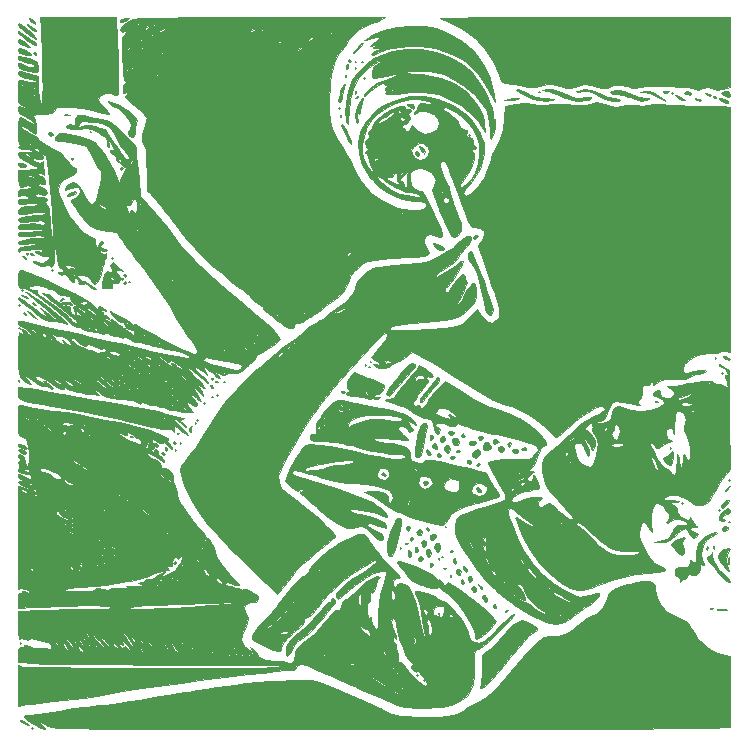
<source format=gbr>
G04 #@! TF.FileFunction,Legend,Bot*
%FSLAX46Y46*%
G04 Gerber Fmt 4.6, Leading zero omitted, Abs format (unit mm)*
G04 Created by KiCad (PCBNEW 4.0.4-1.fc24-product) date Wed May 17 20:52:56 2017*
%MOMM*%
%LPD*%
G01*
G04 APERTURE LIST*
%ADD10C,0.100000*%
%ADD11C,0.010000*%
G04 APERTURE END LIST*
D10*
D11*
G36*
X111864964Y-120425705D02*
X111711769Y-120459236D01*
X111414974Y-120673863D01*
X111013836Y-121035713D01*
X110547611Y-121510911D01*
X110326887Y-121752870D01*
X109770442Y-122329444D01*
X109317961Y-122681257D01*
X108932839Y-122828268D01*
X108578471Y-122790441D01*
X108490299Y-122754398D01*
X108224424Y-122600189D01*
X108120434Y-122482682D01*
X108073842Y-122305555D01*
X107954393Y-121950866D01*
X107829526Y-121607563D01*
X107520908Y-120983573D01*
X107085039Y-120357499D01*
X106585633Y-119804062D01*
X106086400Y-119397980D01*
X105829967Y-119262519D01*
X105449377Y-119084964D01*
X105162412Y-118906259D01*
X105153721Y-118899086D01*
X104919757Y-118776846D01*
X104543715Y-118647382D01*
X104121694Y-118535407D01*
X103749793Y-118465637D01*
X103524113Y-118462787D01*
X103502707Y-118474478D01*
X103518703Y-118627873D01*
X103628744Y-118951850D01*
X103733961Y-119204717D01*
X103902179Y-119705314D01*
X104043705Y-120338229D01*
X104117841Y-120874500D01*
X104181013Y-121414310D01*
X104261389Y-121868545D01*
X104341666Y-122139603D01*
X104342347Y-122140938D01*
X104381041Y-122255414D01*
X104381041Y-120502411D01*
X104265494Y-120290166D01*
X104202836Y-120063408D01*
X104184591Y-120007944D01*
X104262296Y-119983453D01*
X104262296Y-119502296D01*
X104178406Y-119482926D01*
X104168222Y-119408222D01*
X104219852Y-119292072D01*
X104262296Y-119314148D01*
X104279184Y-119481614D01*
X104262296Y-119502296D01*
X104262296Y-119983453D01*
X104283697Y-119976707D01*
X104379889Y-119972666D01*
X104552269Y-120090310D01*
X104591555Y-120254889D01*
X104523326Y-120497226D01*
X104381041Y-120502411D01*
X104381041Y-122255414D01*
X104407379Y-122333336D01*
X104289082Y-122342156D01*
X104287758Y-122341722D01*
X104138462Y-122170137D01*
X104056746Y-121866784D01*
X103948182Y-121104038D01*
X103779383Y-120310117D01*
X103569402Y-119546450D01*
X103337295Y-118874465D01*
X103102114Y-118355592D01*
X102882915Y-118051259D01*
X102869930Y-118040568D01*
X102532769Y-117859881D01*
X102203164Y-117806933D01*
X101983075Y-117893239D01*
X101957271Y-117937509D01*
X101823346Y-118130470D01*
X101705329Y-118079488D01*
X101652372Y-117820879D01*
X101655995Y-117714906D01*
X101713773Y-117422372D01*
X101854632Y-117351996D01*
X101940458Y-117371637D01*
X102160511Y-117385889D01*
X102188028Y-117249526D01*
X102040388Y-117000572D01*
X101734968Y-116677053D01*
X101549578Y-116516367D01*
X101168469Y-116151781D01*
X100715591Y-115641444D01*
X100271048Y-115077479D01*
X100139328Y-114894584D01*
X99714008Y-114291137D01*
X99404261Y-113889919D01*
X99159943Y-113664716D01*
X98930908Y-113589316D01*
X98667011Y-113637503D01*
X98318106Y-113783063D01*
X98155202Y-113857363D01*
X97603315Y-114125863D01*
X97059228Y-114418241D01*
X96759889Y-114596628D01*
X96289085Y-114923994D01*
X95791297Y-115312158D01*
X95318706Y-115714837D01*
X94923496Y-116085747D01*
X94657848Y-116378605D01*
X94572666Y-116536606D01*
X94494565Y-116739304D01*
X94314666Y-116980114D01*
X94114581Y-117167914D01*
X93975917Y-117211581D01*
X93971525Y-117207821D01*
X93846663Y-117264527D01*
X93595995Y-117493533D01*
X93265268Y-117843044D01*
X92900230Y-118261265D01*
X92546630Y-118696402D01*
X92250216Y-119096661D01*
X92106519Y-119319310D01*
X91821428Y-119726700D01*
X91408196Y-120223056D01*
X90949605Y-120709834D01*
X90886732Y-120771379D01*
X90316165Y-121364353D01*
X89915571Y-121868734D01*
X89703538Y-122257459D01*
X89697862Y-122502196D01*
X89884262Y-122656397D01*
X90254849Y-122872033D01*
X90692111Y-123089457D01*
X90692111Y-121948222D01*
X90621555Y-121877666D01*
X90692111Y-121807111D01*
X90762666Y-121877666D01*
X90692111Y-121948222D01*
X90692111Y-123089457D01*
X90730637Y-123108614D01*
X90969370Y-123211829D01*
X90969370Y-121582341D01*
X90903778Y-121541182D01*
X91016915Y-121388620D01*
X91135641Y-121324998D01*
X91373671Y-121267913D01*
X91376216Y-121345216D01*
X91179582Y-121496148D01*
X90969370Y-121582341D01*
X90969370Y-123211829D01*
X91232639Y-123325654D01*
X91494476Y-123423123D01*
X91632778Y-123465403D01*
X91632778Y-121059490D01*
X91672354Y-120962896D01*
X91897628Y-120743282D01*
X92092139Y-120584727D01*
X92127393Y-120623360D01*
X92098384Y-120710501D01*
X91913061Y-120953893D01*
X91810089Y-121015661D01*
X91632778Y-121059490D01*
X91632778Y-123465403D01*
X91852445Y-123532558D01*
X91891555Y-123532006D01*
X91891555Y-121524889D01*
X91775405Y-121473258D01*
X91797481Y-121430815D01*
X91964947Y-121413926D01*
X91985629Y-121430815D01*
X91966259Y-121514705D01*
X91891555Y-121524889D01*
X91891555Y-123532006D01*
X92031973Y-123530021D01*
X92115980Y-123410026D01*
X92125523Y-123381381D01*
X92183174Y-123242035D01*
X92183174Y-122079140D01*
X92036889Y-122005631D01*
X92032988Y-121983500D01*
X92156386Y-121905454D01*
X92408963Y-121869113D01*
X92408963Y-121760074D01*
X92325072Y-121740704D01*
X92314889Y-121666000D01*
X92354819Y-121576171D01*
X92354819Y-120525352D01*
X92316804Y-120478972D01*
X92314889Y-120436797D01*
X92414860Y-120240176D01*
X92561833Y-120095778D01*
X92726873Y-119975536D01*
X92703695Y-120042205D01*
X92601763Y-120184333D01*
X92428423Y-120422221D01*
X92354819Y-120525352D01*
X92354819Y-121576171D01*
X92366519Y-121549849D01*
X92408963Y-121571926D01*
X92425851Y-121739392D01*
X92408963Y-121760074D01*
X92408963Y-121869113D01*
X92454256Y-121862596D01*
X92468125Y-121862044D01*
X92737726Y-121877529D01*
X92734605Y-121952201D01*
X92714748Y-121965716D01*
X92450509Y-122064756D01*
X92183174Y-122079140D01*
X92183174Y-123242035D01*
X92331702Y-122883031D01*
X92639070Y-122453343D01*
X93060419Y-122058346D01*
X93060419Y-119535026D01*
X93090027Y-119393630D01*
X93100072Y-119366858D01*
X93211860Y-119194062D01*
X93275414Y-119192821D01*
X93259585Y-119342097D01*
X93179066Y-119445852D01*
X93060419Y-119535026D01*
X93060419Y-122058346D01*
X93111741Y-122010233D01*
X93337944Y-121829106D01*
X93832272Y-121412458D01*
X94090743Y-121108270D01*
X94126022Y-120895258D01*
X93972944Y-120761839D01*
X93941376Y-120724946D01*
X93961185Y-120728487D01*
X93961185Y-118232296D01*
X93877295Y-118212926D01*
X93867111Y-118138222D01*
X93918741Y-118022072D01*
X93961185Y-118044148D01*
X93978073Y-118211614D01*
X93961185Y-118232296D01*
X93961185Y-120728487D01*
X94086825Y-120750947D01*
X94405692Y-120687075D01*
X94431555Y-120666234D01*
X94431555Y-117573778D01*
X94315405Y-117522147D01*
X94337481Y-117479704D01*
X94504947Y-117462815D01*
X94525629Y-117479704D01*
X94506259Y-117563594D01*
X94431555Y-117573778D01*
X94431555Y-120666234D01*
X94795217Y-120373177D01*
X95235276Y-119826452D01*
X95327738Y-119690444D01*
X95348778Y-119663743D01*
X95348778Y-116727111D01*
X95278222Y-116656555D01*
X95348778Y-116586000D01*
X95419333Y-116656555D01*
X95348778Y-116727111D01*
X95348778Y-119663743D01*
X95662478Y-119265638D01*
X96154203Y-118738469D01*
X96698521Y-118209106D01*
X96698521Y-115422513D01*
X96689333Y-115403211D01*
X96788673Y-115274435D01*
X96830444Y-115245444D01*
X96962368Y-115209486D01*
X96971555Y-115228788D01*
X96872216Y-115357564D01*
X96830444Y-115386555D01*
X96698521Y-115422513D01*
X96698521Y-118209106D01*
X96733504Y-118175084D01*
X97253778Y-117710550D01*
X97253778Y-115033778D01*
X97137627Y-114982147D01*
X97159704Y-114939704D01*
X97327169Y-114922815D01*
X97347852Y-114939704D01*
X97328481Y-115023594D01*
X97253778Y-115033778D01*
X97253778Y-117710550D01*
X97330971Y-117641627D01*
X97606555Y-117420957D01*
X97606555Y-114892666D01*
X97536000Y-114822111D01*
X97606555Y-114751555D01*
X97677111Y-114822111D01*
X97606555Y-114892666D01*
X97606555Y-117420957D01*
X97877195Y-117204245D01*
X98100444Y-117048083D01*
X98631937Y-116700124D01*
X99179395Y-116340480D01*
X99493170Y-116133611D01*
X99851288Y-115917380D01*
X100106633Y-115801117D01*
X100180880Y-115797177D01*
X100215333Y-115964846D01*
X100031429Y-116199361D01*
X99614569Y-116514276D01*
X98997494Y-116895579D01*
X98241219Y-117370761D01*
X97608681Y-117834231D01*
X97131098Y-118257937D01*
X96839689Y-118613825D01*
X96765674Y-118873842D01*
X96772114Y-118895308D01*
X96873567Y-119077368D01*
X97016246Y-119089764D01*
X97259589Y-118918707D01*
X97465444Y-118734457D01*
X98380591Y-117950259D01*
X99222584Y-117346919D01*
X99965708Y-116940066D01*
X100584247Y-116745332D01*
X100762736Y-116730210D01*
X101002225Y-116771041D01*
X101028698Y-116954189D01*
X101005684Y-117044611D01*
X100746055Y-117998198D01*
X100568903Y-118790778D01*
X100457945Y-119525723D01*
X100396898Y-120306404D01*
X100372436Y-121064896D01*
X100358651Y-121489492D01*
X100319910Y-121679314D01*
X100227970Y-121681791D01*
X100076000Y-121562703D01*
X99851532Y-121216423D01*
X99791617Y-120893806D01*
X99771163Y-120626022D01*
X99702308Y-120611807D01*
X99652666Y-120678222D01*
X99544034Y-120798819D01*
X99501932Y-120661644D01*
X99497942Y-120607666D01*
X99468766Y-120264039D01*
X99426939Y-119866833D01*
X99431707Y-119521264D01*
X99559758Y-119408281D01*
X99564371Y-119408222D01*
X99692606Y-119304909D01*
X99717631Y-118973496D01*
X99711207Y-118879055D01*
X99700957Y-118589839D01*
X99728063Y-118505492D01*
X99744912Y-118533757D01*
X99859755Y-118608336D01*
X100006295Y-118480907D01*
X100138344Y-118220724D01*
X100209714Y-117897041D01*
X100212623Y-117832481D01*
X100274850Y-117531404D01*
X100393500Y-117393189D01*
X100501003Y-117280242D01*
X100479307Y-117232052D01*
X100270187Y-117199638D01*
X99912140Y-117339561D01*
X99454206Y-117623014D01*
X98945423Y-118021189D01*
X98605737Y-118332692D01*
X98213630Y-118702761D01*
X97894279Y-118980689D01*
X97703220Y-119118843D01*
X97680820Y-119126000D01*
X97517428Y-119237206D01*
X97331969Y-119492365D01*
X97195165Y-119773790D01*
X97177552Y-119963492D01*
X97133030Y-120035189D01*
X96992085Y-120018922D01*
X96795250Y-120050096D01*
X96539183Y-120257729D01*
X96188634Y-120672587D01*
X96080382Y-120814574D01*
X95664204Y-121322502D01*
X95207564Y-121810385D01*
X94825325Y-122158958D01*
X94219164Y-122641832D01*
X93799931Y-122987940D01*
X93533167Y-123235551D01*
X93384412Y-123422930D01*
X93319206Y-123588345D01*
X93303088Y-123770064D01*
X93302666Y-123849842D01*
X93225085Y-124294873D01*
X93014773Y-124534981D01*
X92705380Y-124538429D01*
X92615408Y-124498014D01*
X92306456Y-124405614D01*
X91856182Y-124348633D01*
X91653888Y-124340746D01*
X90883054Y-124252671D01*
X90326441Y-124009000D01*
X90016389Y-123652699D01*
X89814567Y-123375466D01*
X89633778Y-123253900D01*
X89493683Y-123228432D01*
X89589938Y-123315166D01*
X89633778Y-123346429D01*
X89771243Y-123466083D01*
X89663201Y-123497559D01*
X89623097Y-123498283D01*
X89327736Y-123381947D01*
X89036687Y-123093816D01*
X88833131Y-122733072D01*
X88787111Y-122501482D01*
X88853490Y-122155485D01*
X89018113Y-121730456D01*
X89069333Y-121629144D01*
X89289900Y-121132224D01*
X89329590Y-120732043D01*
X89193903Y-120313413D01*
X89137522Y-120200596D01*
X89021383Y-119798169D01*
X89151406Y-119530456D01*
X89518135Y-119412559D01*
X89633778Y-119408222D01*
X90019249Y-119338441D01*
X90218616Y-119162448D01*
X90193228Y-118930268D01*
X90091890Y-118815298D01*
X89782495Y-118593268D01*
X89435641Y-118405614D01*
X89131203Y-118287194D01*
X88949056Y-118272871D01*
X88928222Y-118307427D01*
X88848314Y-118364359D01*
X88722737Y-118284463D01*
X88487566Y-118180292D01*
X88379710Y-118198931D01*
X88192830Y-118184941D01*
X88153534Y-118140524D01*
X87957806Y-118029479D01*
X87720450Y-117997111D01*
X87459269Y-117947745D01*
X87376000Y-117856000D01*
X87413084Y-117744513D01*
X87568068Y-117728422D01*
X87906546Y-117806445D01*
X88036587Y-117843103D01*
X88362905Y-117910244D01*
X88553198Y-117900511D01*
X88559168Y-117895795D01*
X88502762Y-117768750D01*
X88285294Y-117500041D01*
X87950353Y-117142341D01*
X87863762Y-117055478D01*
X87148995Y-116240591D01*
X86680282Y-115446692D01*
X86469472Y-114822111D01*
X86314039Y-114477916D01*
X86026695Y-114063804D01*
X85826134Y-113834333D01*
X85520271Y-113491731D01*
X85138758Y-113028323D01*
X84720099Y-112495492D01*
X84302800Y-111944621D01*
X83925365Y-111427093D01*
X83626301Y-110994291D01*
X83444112Y-110697598D01*
X83406880Y-110605973D01*
X83376979Y-110339441D01*
X83356999Y-110159521D01*
X83263383Y-109798898D01*
X83163341Y-109569075D01*
X83042938Y-109200761D01*
X83001555Y-108837419D01*
X82889683Y-108438434D01*
X82609802Y-108146648D01*
X82245520Y-108031853D01*
X82068939Y-108058888D01*
X81914074Y-108087471D01*
X81965696Y-108026396D01*
X82009448Y-107852288D01*
X81890799Y-107607215D01*
X81677475Y-107383591D01*
X81437201Y-107273825D01*
X81413307Y-107272667D01*
X81179074Y-107175104D01*
X80921349Y-106954506D01*
X80757355Y-106719005D01*
X80743778Y-106655054D01*
X80797755Y-106661982D01*
X80797755Y-106378258D01*
X80743778Y-106355444D01*
X80616208Y-106225396D01*
X80685587Y-106054734D01*
X80841715Y-105886754D01*
X81012284Y-105730131D01*
X81027640Y-105783010D01*
X80982826Y-105908374D01*
X80899678Y-106193083D01*
X80884889Y-106304758D01*
X80797755Y-106378258D01*
X80797755Y-106661982D01*
X80847371Y-106668352D01*
X81113322Y-106811605D01*
X81343500Y-106959651D01*
X81824519Y-107282806D01*
X82107756Y-107460826D01*
X82228141Y-107508243D01*
X82220606Y-107439590D01*
X82131362Y-107287433D01*
X81951293Y-107060387D01*
X81838723Y-106990444D01*
X81751575Y-106871979D01*
X81731555Y-106708222D01*
X81662624Y-106471325D01*
X81517535Y-106446863D01*
X81408176Y-106602389D01*
X81313949Y-106708014D01*
X81156528Y-106602389D01*
X81052181Y-106462207D01*
X81199571Y-106426090D01*
X81217772Y-106426000D01*
X81384011Y-106363086D01*
X81377339Y-106282561D01*
X81285677Y-106041687D01*
X81222515Y-105774194D01*
X81156341Y-105409267D01*
X81538679Y-105710014D01*
X81861853Y-105898354D01*
X82055271Y-105876507D01*
X82246405Y-105868385D01*
X82531399Y-106084126D01*
X82779640Y-106314255D01*
X82934053Y-106424388D01*
X82942379Y-106426000D01*
X82957784Y-106336513D01*
X82851583Y-106135015D01*
X82687945Y-105921949D01*
X82544561Y-105803298D01*
X82440063Y-105710687D01*
X82547039Y-105636765D01*
X82561461Y-105532855D01*
X82347726Y-105368138D01*
X81947306Y-105165173D01*
X81401672Y-104946516D01*
X81066918Y-104831697D01*
X80383876Y-104634273D01*
X79483798Y-104409789D01*
X78429075Y-104170797D01*
X77282101Y-103929846D01*
X76105267Y-103699487D01*
X74960966Y-103492272D01*
X73911589Y-103320751D01*
X73019531Y-103197475D01*
X72841555Y-103177089D01*
X71706832Y-103033502D01*
X70829331Y-102876410D01*
X70184191Y-102701190D01*
X70081063Y-102663643D01*
X69985674Y-102671626D01*
X69924865Y-102813168D01*
X69891653Y-103132257D01*
X69879056Y-103672882D01*
X69878222Y-103941458D01*
X69887687Y-104601215D01*
X69919878Y-105019926D01*
X69980487Y-105238255D01*
X70068018Y-105297111D01*
X70295107Y-105394103D01*
X70526629Y-105595556D01*
X70675695Y-105826209D01*
X70759315Y-106153848D01*
X70792722Y-106654385D01*
X70795444Y-106935201D01*
X70777778Y-107481333D01*
X70728579Y-107825931D01*
X70654333Y-107929103D01*
X70550499Y-107769512D01*
X70513222Y-107497381D01*
X70418806Y-107138447D01*
X70255694Y-106968210D01*
X69992171Y-106884684D01*
X69899835Y-106979860D01*
X70005114Y-107184978D01*
X70098296Y-107366356D01*
X69989945Y-107452174D01*
X69880848Y-107548451D01*
X69948745Y-107753318D01*
X69994473Y-107833441D01*
X70082245Y-108031047D01*
X70029751Y-108055216D01*
X69897768Y-108078092D01*
X69878222Y-108166263D01*
X70000265Y-108337685D01*
X70291962Y-108485767D01*
X70641659Y-108564418D01*
X70710556Y-108562614D01*
X70710556Y-108371990D01*
X70484030Y-108326594D01*
X70307265Y-108234212D01*
X70394310Y-108179051D01*
X70488989Y-108155577D01*
X70745474Y-108142585D01*
X70830007Y-108177415D01*
X70863641Y-108311846D01*
X70710556Y-108371990D01*
X70710556Y-108562614D01*
X70830722Y-108559467D01*
X70984413Y-108645327D01*
X71007111Y-108748147D01*
X70963731Y-108924630D01*
X70799471Y-108930394D01*
X70463150Y-108765999D01*
X70442666Y-108754333D01*
X70094226Y-108581174D01*
X69922025Y-108577462D01*
X69878222Y-108727093D01*
X69994963Y-108908355D01*
X70266278Y-109076784D01*
X70654333Y-109242049D01*
X70252467Y-109168425D01*
X69962547Y-109155702D01*
X69894401Y-109240514D01*
X70023531Y-109382556D01*
X70325440Y-109541524D01*
X70521512Y-109611073D01*
X70852554Y-109729826D01*
X70930277Y-109791571D01*
X70779543Y-109786887D01*
X70425214Y-109706353D01*
X70335902Y-109681406D01*
X69878222Y-109550145D01*
X69878222Y-118312249D01*
X70176124Y-118234346D01*
X70518107Y-118276759D01*
X70518107Y-110188212D01*
X70282510Y-110094130D01*
X70160664Y-109944818D01*
X70160444Y-109938680D01*
X70249394Y-109816096D01*
X70266278Y-109814827D01*
X70478152Y-109884387D01*
X70663912Y-110026686D01*
X70711779Y-110153645D01*
X70705721Y-110161093D01*
X70518107Y-110188212D01*
X70518107Y-118276759D01*
X70537928Y-118279218D01*
X70775846Y-118450368D01*
X70795444Y-118471289D01*
X70795444Y-110518222D01*
X70724889Y-110447666D01*
X70795444Y-110377111D01*
X70866000Y-110447666D01*
X70795444Y-110518222D01*
X70795444Y-118471289D01*
X70933378Y-118618536D01*
X70916498Y-118668074D01*
X70694225Y-118601371D01*
X70384240Y-118480557D01*
X70197529Y-118439288D01*
X70215180Y-118535959D01*
X70220551Y-118641733D01*
X70097218Y-118615397D01*
X69962820Y-118613508D01*
X69896732Y-118779224D01*
X69878267Y-119167646D01*
X69878222Y-119198638D01*
X69878222Y-119865915D01*
X71085994Y-119819314D01*
X71085994Y-116727111D01*
X70892924Y-116653437D01*
X70866000Y-116586000D01*
X70967279Y-116448928D01*
X70998783Y-116444889D01*
X71003180Y-116447248D01*
X71003180Y-109496137D01*
X70847061Y-109448184D01*
X70740216Y-109339972D01*
X70846492Y-109278243D01*
X71062592Y-109277208D01*
X71062592Y-104101996D01*
X70830722Y-104006754D01*
X70515267Y-103849832D01*
X70455694Y-103761562D01*
X70556807Y-103744889D01*
X70745636Y-103823475D01*
X70944863Y-103958849D01*
X71111241Y-104097033D01*
X71062592Y-104101996D01*
X71062592Y-109277208D01*
X71066785Y-109277187D01*
X71110004Y-109304079D01*
X71142884Y-109439790D01*
X71003180Y-109496137D01*
X71003180Y-116447248D01*
X71189895Y-116547462D01*
X71218778Y-116586000D01*
X71186788Y-116706805D01*
X71085994Y-116727111D01*
X71085994Y-119819314D01*
X71371648Y-119808293D01*
X71371648Y-110365971D01*
X71188625Y-110340026D01*
X71186440Y-110291856D01*
X71343994Y-110263755D01*
X71343994Y-110046382D01*
X71289333Y-110024333D01*
X71154715Y-109897530D01*
X71148222Y-109874894D01*
X71257399Y-109814284D01*
X71289333Y-109812666D01*
X71425022Y-109921146D01*
X71430444Y-109962106D01*
X71343994Y-110046382D01*
X71343994Y-110263755D01*
X71375301Y-110258171D01*
X71456903Y-110280716D01*
X71496724Y-110327397D01*
X71496724Y-103990614D01*
X71439833Y-103962358D01*
X71293944Y-103827804D01*
X71396827Y-103803051D01*
X71507086Y-103837306D01*
X71660762Y-103941194D01*
X71657585Y-103988118D01*
X71496724Y-103990614D01*
X71496724Y-110327397D01*
X71510353Y-110343374D01*
X71371648Y-110365971D01*
X71371648Y-119808293D01*
X71853778Y-119789689D01*
X71853778Y-116868222D01*
X71737627Y-116816592D01*
X71759704Y-116774148D01*
X71924333Y-116757546D01*
X71924333Y-111196268D01*
X71683340Y-111181015D01*
X71662123Y-111136841D01*
X71674703Y-111131218D01*
X71853778Y-111113374D01*
X71853778Y-110919275D01*
X71653452Y-110897099D01*
X71677389Y-110848100D01*
X71966292Y-110829463D01*
X72030166Y-110848100D01*
X72047893Y-110899605D01*
X71853778Y-110919275D01*
X71853778Y-111113374D01*
X71954835Y-111103303D01*
X72098036Y-111125989D01*
X72155582Y-111170907D01*
X71968154Y-111195338D01*
X71924333Y-111196268D01*
X71924333Y-116757546D01*
X71927169Y-116757260D01*
X71947852Y-116774148D01*
X71928481Y-116858038D01*
X71853778Y-116868222D01*
X71853778Y-119789689D01*
X72347666Y-119770633D01*
X72347666Y-116868222D01*
X72277111Y-116797666D01*
X72347666Y-116727111D01*
X72418222Y-116797666D01*
X72347666Y-116868222D01*
X72347666Y-119770633D01*
X72524055Y-119763826D01*
X72641648Y-119759292D01*
X72641648Y-111494859D01*
X72458625Y-111468915D01*
X72456440Y-111420745D01*
X72645301Y-111387060D01*
X72726903Y-111409605D01*
X72780353Y-111472263D01*
X72641648Y-111494859D01*
X72641648Y-119759292D01*
X73053222Y-119743421D01*
X73053222Y-116868222D01*
X72982666Y-116797666D01*
X73053222Y-116727111D01*
X73123778Y-116797666D01*
X73053222Y-116868222D01*
X73053222Y-119743421D01*
X73358770Y-119731638D01*
X73476555Y-119727102D01*
X73476555Y-116727111D01*
X73406000Y-116656555D01*
X73476555Y-116586000D01*
X73547111Y-116656555D01*
X73476555Y-116727111D01*
X73476555Y-119727102D01*
X74092862Y-119703365D01*
X74681191Y-119680743D01*
X75078610Y-119665508D01*
X75233851Y-119659629D01*
X75233851Y-118462435D01*
X74835539Y-118438883D01*
X74817111Y-118436495D01*
X74543713Y-118418555D01*
X74136092Y-118410218D01*
X74041000Y-118410178D01*
X73667738Y-118397577D01*
X73541907Y-118361160D01*
X73630480Y-118308654D01*
X73895613Y-118248874D01*
X73895613Y-112880614D01*
X73838721Y-112852358D01*
X73692833Y-112717804D01*
X73795716Y-112693051D01*
X73905975Y-112727306D01*
X74059651Y-112831194D01*
X74056474Y-112878118D01*
X73895613Y-112880614D01*
X73895613Y-118248874D01*
X73900435Y-118247786D01*
X74318748Y-118186284D01*
X74439625Y-118173961D01*
X74439625Y-116667297D01*
X74286352Y-116554365D01*
X74252666Y-116436561D01*
X74347344Y-116306326D01*
X74370259Y-116303778D01*
X74574759Y-116395829D01*
X74580763Y-116436228D01*
X74580763Y-113612212D01*
X74328677Y-113534678D01*
X74166164Y-113430093D01*
X74165441Y-113380632D01*
X74200769Y-113382381D01*
X74200769Y-112477250D01*
X74039886Y-112450154D01*
X73649932Y-112304598D01*
X73613134Y-112289311D01*
X73320074Y-112108738D01*
X73142397Y-111895762D01*
X73116432Y-111719020D01*
X73194333Y-111683291D01*
X73194333Y-108966000D01*
X72916126Y-108896204D01*
X72841555Y-108765545D01*
X72717699Y-108601043D01*
X72412394Y-108473438D01*
X72382944Y-108466729D01*
X71969999Y-108362735D01*
X71769225Y-108258491D01*
X71712955Y-108117125D01*
X71712666Y-108101496D01*
X71825612Y-108023998D01*
X72030166Y-108051548D01*
X72065444Y-108062493D01*
X72065444Y-104450444D01*
X71994889Y-104379889D01*
X72065444Y-104309333D01*
X72136000Y-104379889D01*
X72065444Y-104450444D01*
X72065444Y-108062493D01*
X72619380Y-108234359D01*
X72619380Y-104924544D01*
X72503010Y-104844063D01*
X72359895Y-104658728D01*
X72410133Y-104595682D01*
X72549945Y-104656309D01*
X72692821Y-104839578D01*
X72700444Y-104887669D01*
X72619380Y-104924544D01*
X72619380Y-108234359D01*
X72717459Y-108264790D01*
X73169811Y-108443105D01*
X73264889Y-108503896D01*
X73264889Y-104027111D01*
X73148738Y-103975481D01*
X73170815Y-103933037D01*
X73338281Y-103916149D01*
X73358963Y-103933037D01*
X73339593Y-104016927D01*
X73264889Y-104027111D01*
X73264889Y-108503896D01*
X73428678Y-108608622D01*
X73535514Y-108783471D01*
X73544950Y-108860166D01*
X73425774Y-108939735D01*
X73194333Y-108966000D01*
X73194333Y-111683291D01*
X73273217Y-111647111D01*
X73359241Y-111732743D01*
X73339031Y-111782419D01*
X73398932Y-111923131D01*
X73648106Y-112118284D01*
X73789314Y-112199515D01*
X73829333Y-112222703D01*
X73829333Y-111647111D01*
X73713183Y-111595481D01*
X73735259Y-111553037D01*
X73902725Y-111536149D01*
X73923407Y-111553037D01*
X73904037Y-111636927D01*
X73829333Y-111647111D01*
X73829333Y-112222703D01*
X74121080Y-112391749D01*
X74182111Y-112457231D01*
X74182111Y-112211555D01*
X74111555Y-112141000D01*
X74182111Y-112070444D01*
X74252666Y-112141000D01*
X74182111Y-112211555D01*
X74182111Y-112457231D01*
X74200769Y-112477250D01*
X74200769Y-113382381D01*
X74323259Y-113388447D01*
X74489027Y-113464330D01*
X74654805Y-113589102D01*
X74580763Y-113612212D01*
X74580763Y-116436228D01*
X74603157Y-116586912D01*
X74591857Y-116607984D01*
X74439625Y-116667297D01*
X74439625Y-118173961D01*
X74661692Y-118151321D01*
X74661692Y-113159358D01*
X74520296Y-113129751D01*
X74493525Y-113119705D01*
X74320729Y-113007918D01*
X74319488Y-112944363D01*
X74464333Y-112959722D01*
X74464333Y-112776000D01*
X74393778Y-112705444D01*
X74464333Y-112634889D01*
X74464333Y-112352666D01*
X74393778Y-112282111D01*
X74464333Y-112211555D01*
X74464333Y-109812666D01*
X74393778Y-109742111D01*
X74422966Y-109712923D01*
X74422966Y-109484185D01*
X74217389Y-109450379D01*
X73912675Y-109297121D01*
X73755285Y-109107542D01*
X73785769Y-108970086D01*
X73896677Y-109004439D01*
X73930967Y-109071833D01*
X74052759Y-109174212D01*
X74052759Y-107261526D01*
X73869736Y-107235582D01*
X73867551Y-107187412D01*
X73876803Y-107185762D01*
X73876803Y-105223433D01*
X73759588Y-105207340D01*
X73626053Y-105062028D01*
X73701234Y-104910087D01*
X73837661Y-104873778D01*
X73956191Y-104987886D01*
X73970444Y-105081016D01*
X73876803Y-105223433D01*
X73876803Y-107185762D01*
X74056413Y-107153726D01*
X74081379Y-107160623D01*
X74081379Y-104449109D01*
X73763620Y-104417821D01*
X73639064Y-104354250D01*
X73623526Y-104222350D01*
X73775359Y-104134039D01*
X73979759Y-104137920D01*
X74053659Y-104178729D01*
X74310036Y-104247915D01*
X74469596Y-104217232D01*
X74643092Y-104188123D01*
X74620265Y-104285353D01*
X74415712Y-104401528D01*
X74081379Y-104449109D01*
X74081379Y-107160623D01*
X74138014Y-107176272D01*
X74191464Y-107238929D01*
X74052759Y-107261526D01*
X74052759Y-109174212D01*
X74106588Y-109219461D01*
X74264426Y-109248222D01*
X74487196Y-109313689D01*
X74534889Y-109398842D01*
X74422966Y-109484185D01*
X74422966Y-109712923D01*
X74464333Y-109671555D01*
X74534889Y-109742111D01*
X74464333Y-109812666D01*
X74464333Y-112211555D01*
X74534889Y-112282111D01*
X74464333Y-112352666D01*
X74464333Y-112634889D01*
X74534889Y-112705444D01*
X74464333Y-112776000D01*
X74464333Y-112959722D01*
X74468764Y-112960192D01*
X74572518Y-113040712D01*
X74661692Y-113159358D01*
X74661692Y-118151321D01*
X74852393Y-118131877D01*
X75028778Y-118120082D01*
X75028778Y-116727111D01*
X74958222Y-116656555D01*
X75028778Y-116586000D01*
X75099333Y-116656555D01*
X75028778Y-116727111D01*
X75028778Y-118120082D01*
X75381555Y-118096490D01*
X75522768Y-118088221D01*
X75522768Y-116579210D01*
X75441304Y-116536500D01*
X75352459Y-116468018D01*
X75083026Y-116354174D01*
X74929126Y-116372649D01*
X74881993Y-116371345D01*
X75020470Y-116243686D01*
X75028778Y-116238461D01*
X75028778Y-110372789D01*
X75003536Y-110314560D01*
X75099333Y-110236000D01*
X75356581Y-110116594D01*
X75452111Y-110099210D01*
X75477353Y-110157439D01*
X75381555Y-110236000D01*
X75124307Y-110355406D01*
X75028778Y-110372789D01*
X75028778Y-116238461D01*
X75286580Y-116076311D01*
X75443804Y-116032696D01*
X75480698Y-116079915D01*
X75410944Y-116116974D01*
X75299335Y-116216803D01*
X75397124Y-116405476D01*
X75410944Y-116423333D01*
X75522666Y-116579067D01*
X75522666Y-109812666D01*
X75406516Y-109761036D01*
X75428592Y-109718592D01*
X75596058Y-109701704D01*
X75616741Y-109718592D01*
X75597370Y-109802483D01*
X75522666Y-109812666D01*
X75522666Y-116579067D01*
X75522768Y-116579210D01*
X75522768Y-118088221D01*
X75887204Y-118066878D01*
X75887204Y-111777082D01*
X75704180Y-111751138D01*
X75701995Y-111702967D01*
X75875444Y-111672032D01*
X75875444Y-111364889D01*
X75804889Y-111294333D01*
X75875444Y-111223778D01*
X75946000Y-111294333D01*
X75875444Y-111364889D01*
X75875444Y-111672032D01*
X75890857Y-111669282D01*
X75972458Y-111691827D01*
X76016555Y-111743520D01*
X76016555Y-110377111D01*
X75946000Y-110306555D01*
X76016555Y-110236000D01*
X76087111Y-110306555D01*
X76016555Y-110377111D01*
X76016555Y-111743520D01*
X76025908Y-111754485D01*
X75887204Y-111777082D01*
X75887204Y-118066878D01*
X76027790Y-118058644D01*
X76087111Y-118054226D01*
X76087111Y-112352666D01*
X75970961Y-112301036D01*
X75993037Y-112258592D01*
X76132898Y-112244488D01*
X76132898Y-108570244D01*
X76060688Y-108541591D01*
X75790457Y-108327661D01*
X75360958Y-108002965D01*
X74921436Y-107714874D01*
X74818845Y-107656316D01*
X74540689Y-107476666D01*
X74428565Y-107344494D01*
X74435304Y-107325214D01*
X74585388Y-107353229D01*
X74635551Y-107379639D01*
X74635551Y-105133253D01*
X74556692Y-105098919D01*
X74405202Y-104956835D01*
X74436278Y-104875151D01*
X74456005Y-104873778D01*
X74575359Y-104974006D01*
X74618919Y-105036692D01*
X74635551Y-105133253D01*
X74635551Y-107379639D01*
X74884888Y-107510913D01*
X75124694Y-107665973D01*
X75470309Y-107926415D01*
X75470309Y-104973172D01*
X75322670Y-104965438D01*
X75240444Y-104873778D01*
X75165859Y-104650481D01*
X75265042Y-104601925D01*
X75409778Y-104704444D01*
X75452111Y-104795175D01*
X75452111Y-104450444D01*
X75381555Y-104379889D01*
X75452111Y-104309333D01*
X75522666Y-104379889D01*
X75452111Y-104450444D01*
X75452111Y-104795175D01*
X75500182Y-104898206D01*
X75470309Y-104973172D01*
X75470309Y-107926415D01*
X75540511Y-107979317D01*
X75734333Y-108149379D01*
X75734333Y-104591555D01*
X75663778Y-104521000D01*
X75734333Y-104450444D01*
X75804889Y-104521000D01*
X75734333Y-104591555D01*
X75734333Y-108149379D01*
X75875444Y-108273193D01*
X75875444Y-105297111D01*
X75804889Y-105226555D01*
X75875444Y-105156000D01*
X75946000Y-105226555D01*
X75875444Y-105297111D01*
X75875444Y-108273193D01*
X75898855Y-108293735D01*
X76016555Y-108417069D01*
X76132898Y-108570244D01*
X76132898Y-112244488D01*
X76160503Y-112241704D01*
X76181185Y-112258592D01*
X76161815Y-112342483D01*
X76087111Y-112352666D01*
X76087111Y-118054226D01*
X76581000Y-118017436D01*
X76581000Y-116303778D01*
X76510444Y-116233222D01*
X76581000Y-116162666D01*
X76651555Y-116233222D01*
X76581000Y-116303778D01*
X76581000Y-118017436D01*
X76590720Y-118016711D01*
X76722111Y-118003748D01*
X76722111Y-114187111D01*
X76651555Y-114116555D01*
X76651555Y-113600386D01*
X76451230Y-113578210D01*
X76475166Y-113529211D01*
X76764070Y-113510574D01*
X76792666Y-113518917D01*
X76792666Y-111082666D01*
X76676516Y-111031036D01*
X76698592Y-110988592D01*
X76866058Y-110971704D01*
X76886741Y-110988592D01*
X76867370Y-111072483D01*
X76792666Y-111082666D01*
X76792666Y-113518917D01*
X76827944Y-113529211D01*
X76845671Y-113580716D01*
X76651555Y-113600386D01*
X76651555Y-114116555D01*
X76722111Y-114046000D01*
X76792666Y-114116555D01*
X76722111Y-114187111D01*
X76722111Y-118003748D01*
X76996385Y-117976687D01*
X77004333Y-117975448D01*
X77004333Y-115457111D01*
X76933778Y-115386555D01*
X77004333Y-115316000D01*
X77074889Y-115386555D01*
X77004333Y-115457111D01*
X77004333Y-117975448D01*
X77145444Y-117953439D01*
X77145444Y-116162666D01*
X77074889Y-116092111D01*
X77145444Y-116021555D01*
X77145444Y-114892666D01*
X77074889Y-114822111D01*
X77145444Y-114751555D01*
X77145444Y-111647111D01*
X77074889Y-111576555D01*
X77145444Y-111506000D01*
X77216000Y-111576555D01*
X77145444Y-111647111D01*
X77145444Y-114751555D01*
X77216000Y-114822111D01*
X77145444Y-114892666D01*
X77145444Y-116021555D01*
X77216000Y-116092111D01*
X77145444Y-116162666D01*
X77145444Y-117953439D01*
X77415304Y-117901384D01*
X77568778Y-117875732D01*
X77568778Y-113058222D01*
X77498222Y-112987666D01*
X77498222Y-111788222D01*
X77382072Y-111736592D01*
X77404148Y-111694148D01*
X77571614Y-111677260D01*
X77592296Y-111694148D01*
X77572926Y-111778038D01*
X77498222Y-111788222D01*
X77498222Y-112987666D01*
X77568778Y-112917111D01*
X77639333Y-112987666D01*
X77568778Y-113058222D01*
X77568778Y-117875732D01*
X77874972Y-117824554D01*
X77992111Y-117806401D01*
X77992111Y-115457111D01*
X77921555Y-115386555D01*
X77992111Y-115316000D01*
X78062666Y-115386555D01*
X77992111Y-115457111D01*
X77992111Y-117806401D01*
X78108541Y-117788358D01*
X78108541Y-114882212D01*
X77856455Y-114804678D01*
X77693942Y-114700093D01*
X77693219Y-114650632D01*
X77709889Y-114651457D01*
X77709889Y-113622666D01*
X77639333Y-113552111D01*
X77709889Y-113481555D01*
X77780444Y-113552111D01*
X77709889Y-113622666D01*
X77709889Y-114651457D01*
X77851037Y-114658447D01*
X78016805Y-114734330D01*
X78182582Y-114859102D01*
X78108541Y-114882212D01*
X78108541Y-117788358D01*
X78274333Y-117762664D01*
X78274333Y-113481555D01*
X78203778Y-113411000D01*
X78274333Y-113340444D01*
X78344889Y-113411000D01*
X78274333Y-113481555D01*
X78274333Y-117762664D01*
X78415444Y-117740795D01*
X78415444Y-110377111D01*
X78344889Y-110306555D01*
X78415444Y-110236000D01*
X78486000Y-110306555D01*
X78415444Y-110377111D01*
X78415444Y-117740795D01*
X78434832Y-117737790D01*
X78556555Y-117719725D01*
X78697666Y-117696199D01*
X78697666Y-110518222D01*
X78627111Y-110447666D01*
X78697666Y-110377111D01*
X78768222Y-110447666D01*
X78697666Y-110518222D01*
X78697666Y-117696199D01*
X79121000Y-117625618D01*
X79121000Y-110800444D01*
X79050444Y-110729889D01*
X79121000Y-110659333D01*
X79191555Y-110729889D01*
X79121000Y-110800444D01*
X79121000Y-117625618D01*
X79400412Y-117579033D01*
X79403222Y-117578439D01*
X79403222Y-110941555D01*
X79332666Y-110871000D01*
X79403222Y-110800444D01*
X79473778Y-110871000D01*
X79403222Y-110941555D01*
X79403222Y-117578439D01*
X80116778Y-117427355D01*
X80653992Y-117277087D01*
X80955444Y-117144128D01*
X81022925Y-117111451D01*
X81022925Y-112048941D01*
X80961183Y-112041475D01*
X80891002Y-112000623D01*
X80637822Y-111823990D01*
X80376343Y-111610087D01*
X80202967Y-111440391D01*
X80179333Y-111399119D01*
X80256342Y-111414103D01*
X80256342Y-106045669D01*
X80158852Y-106037324D01*
X80137066Y-106016844D01*
X79872945Y-105885268D01*
X79700085Y-105861555D01*
X79427316Y-105786862D01*
X79066996Y-105601455D01*
X78707678Y-105363342D01*
X78437915Y-105130529D01*
X78344889Y-104973827D01*
X78429694Y-104944240D01*
X78602944Y-105063574D01*
X78883391Y-105255514D01*
X79073955Y-105278027D01*
X79114506Y-105130151D01*
X79096112Y-105071472D01*
X79064212Y-104927079D01*
X79181337Y-104947397D01*
X79347485Y-105036194D01*
X79641028Y-105239320D01*
X79795010Y-105397083D01*
X79993919Y-105513351D01*
X80077232Y-105501478D01*
X80217328Y-105566222D01*
X80271121Y-105803738D01*
X80256342Y-106045669D01*
X80256342Y-111414103D01*
X80282963Y-111419284D01*
X80437883Y-111493331D01*
X80602666Y-111615529D01*
X80602666Y-107696000D01*
X80486516Y-107644369D01*
X80508592Y-107601926D01*
X80610994Y-107591600D01*
X80610994Y-105861555D01*
X80467298Y-105759121D01*
X80461555Y-105720444D01*
X80509700Y-105583002D01*
X80523783Y-105579333D01*
X80644259Y-105678215D01*
X80673222Y-105720444D01*
X80662034Y-105850476D01*
X80610994Y-105861555D01*
X80610994Y-107591600D01*
X80676058Y-107585038D01*
X80696741Y-107601926D01*
X80677370Y-107685816D01*
X80602666Y-107696000D01*
X80602666Y-111615529D01*
X80745683Y-111721587D01*
X80896494Y-111878161D01*
X81022925Y-112048941D01*
X81022925Y-117111451D01*
X81237666Y-117007462D01*
X81237666Y-112211555D01*
X81167111Y-112141000D01*
X81237666Y-112070444D01*
X81308222Y-112141000D01*
X81237666Y-112211555D01*
X81237666Y-117007462D01*
X81265002Y-116994224D01*
X81708117Y-116846955D01*
X82157999Y-116738153D01*
X82487859Y-116703651D01*
X82507666Y-116705455D01*
X82507666Y-113622666D01*
X82437111Y-113552111D01*
X82507666Y-113481555D01*
X82507666Y-113411000D01*
X81978500Y-112924707D01*
X81633767Y-112599434D01*
X81473629Y-112421673D01*
X81467871Y-112355883D01*
X81492207Y-112352666D01*
X81519889Y-112376184D01*
X81519889Y-107696000D01*
X81449333Y-107625444D01*
X81519889Y-107554889D01*
X81590444Y-107625444D01*
X81519889Y-107696000D01*
X81519889Y-112376184D01*
X81603350Y-112447091D01*
X81840930Y-112688715D01*
X82021374Y-112881833D01*
X82177596Y-113051828D01*
X82177596Y-108842877D01*
X81977179Y-108725750D01*
X81890808Y-108658856D01*
X81613657Y-108409465D01*
X81537142Y-108287218D01*
X81664703Y-108315459D01*
X81856200Y-108424020D01*
X82115267Y-108641467D01*
X82222265Y-108796931D01*
X82177596Y-108842877D01*
X82177596Y-113051828D01*
X82225444Y-113103894D01*
X82225444Y-108401555D01*
X82154889Y-108331000D01*
X82225444Y-108260444D01*
X82296000Y-108331000D01*
X82225444Y-108401555D01*
X82225444Y-113103894D01*
X82507666Y-113411000D01*
X82507666Y-113481555D01*
X82578222Y-113552111D01*
X82507666Y-113622666D01*
X82507666Y-116705455D01*
X82685498Y-116704717D01*
X82606479Y-116615450D01*
X82598434Y-116609953D01*
X82516069Y-116458261D01*
X82619216Y-116341605D01*
X82816476Y-116349512D01*
X82819995Y-116351418D01*
X82819995Y-109225475D01*
X82741136Y-109191141D01*
X82589647Y-109049058D01*
X82620723Y-108967373D01*
X82640450Y-108966000D01*
X82759804Y-109066228D01*
X82803364Y-109128914D01*
X82819995Y-109225475D01*
X82819995Y-116351418D01*
X82847284Y-116366200D01*
X82924507Y-116326046D01*
X82911083Y-116198139D01*
X82924844Y-115953298D01*
X82954518Y-115889975D01*
X82954518Y-109906741D01*
X82870628Y-109887370D01*
X82860444Y-109812666D01*
X82912075Y-109696516D01*
X82954518Y-109718592D01*
X82971407Y-109886058D01*
X82954518Y-109906741D01*
X82954518Y-115889975D01*
X83040193Y-115707146D01*
X83198238Y-115537401D01*
X83340091Y-115521786D01*
X83380280Y-115578911D01*
X83470855Y-115699129D01*
X83575409Y-115582998D01*
X83723391Y-115466247D01*
X83784236Y-115487199D01*
X83776658Y-115652483D01*
X83654961Y-115952561D01*
X83470632Y-116293700D01*
X83275154Y-116582165D01*
X83120015Y-116724223D01*
X83103188Y-116727111D01*
X82911908Y-116802542D01*
X82609459Y-116987797D01*
X82556603Y-117024727D01*
X82259791Y-117193374D01*
X82060798Y-117229678D01*
X82040931Y-117217075D01*
X82053089Y-117086392D01*
X82119611Y-117048811D01*
X82283605Y-116894563D01*
X82296000Y-116834592D01*
X82211444Y-116799417D01*
X82037944Y-116916907D01*
X81771726Y-117098896D01*
X81606283Y-117150444D01*
X81499445Y-117232983D01*
X81519889Y-117291555D01*
X81460272Y-117387576D01*
X81172794Y-117431625D01*
X81104883Y-117432666D01*
X80775145Y-117467562D01*
X80607850Y-117553547D01*
X80602666Y-117573778D01*
X80482796Y-117687761D01*
X80285166Y-117724807D01*
X80065325Y-117741385D01*
X80116429Y-117796598D01*
X80249889Y-117856000D01*
X80451554Y-117951702D01*
X80393924Y-117990239D01*
X80249889Y-118006917D01*
X79924655Y-118021943D01*
X79486304Y-118020848D01*
X79403222Y-118018596D01*
X79075219Y-118019628D01*
X79003505Y-118058499D01*
X79121000Y-118126153D01*
X79188773Y-118192394D01*
X78985919Y-118212109D01*
X78601378Y-118192979D01*
X78151283Y-118183237D01*
X77824615Y-118219263D01*
X77714914Y-118271201D01*
X77524319Y-118365497D01*
X77458425Y-118355937D01*
X77048977Y-118256378D01*
X76693750Y-118210713D01*
X76471383Y-118224698D01*
X76441202Y-118281458D01*
X76359649Y-118352477D01*
X76077106Y-118411481D01*
X75674773Y-118450717D01*
X75233851Y-118462435D01*
X75233851Y-119659629D01*
X75239978Y-119659396D01*
X75240444Y-119659381D01*
X75844875Y-119651932D01*
X76470271Y-119665154D01*
X77053314Y-119694981D01*
X77530683Y-119737345D01*
X77839060Y-119788180D01*
X77921555Y-119831555D01*
X77784895Y-119890093D01*
X77392174Y-119934422D01*
X76769282Y-119962720D01*
X75942109Y-119973163D01*
X75910722Y-119973183D01*
X74937105Y-119981120D01*
X73827297Y-120002260D01*
X72726842Y-120033254D01*
X71889055Y-120065688D01*
X69878222Y-120157678D01*
X69880383Y-121441006D01*
X69893170Y-122023658D01*
X69926782Y-122404604D01*
X69977493Y-122550795D01*
X70003548Y-122533375D01*
X70149762Y-122415705D01*
X70389445Y-122485034D01*
X70442666Y-122512666D01*
X70708606Y-122612192D01*
X70855808Y-122528380D01*
X70866000Y-122512666D01*
X71023237Y-122413981D01*
X71262111Y-122498097D01*
X71626829Y-122616689D01*
X71957390Y-122653778D01*
X72407995Y-122750043D01*
X72657943Y-123024169D01*
X72700444Y-123263723D01*
X72655465Y-123444878D01*
X72524055Y-123395400D01*
X72277243Y-123312423D01*
X71886810Y-123281936D01*
X71783222Y-123284884D01*
X71388918Y-123280628D01*
X71114126Y-123233782D01*
X71077666Y-123215921D01*
X70827479Y-123093401D01*
X70569242Y-123031887D01*
X70401972Y-123046129D01*
X70395065Y-123114251D01*
X70386791Y-123207594D01*
X70265827Y-123180557D01*
X70046411Y-123201142D01*
X69918653Y-123473582D01*
X69878222Y-123992295D01*
X69878222Y-124461064D01*
X71395166Y-124570855D01*
X71796088Y-124589512D01*
X72451447Y-124607033D01*
X73178439Y-124620323D01*
X73178439Y-123028604D01*
X73123778Y-123006555D01*
X72989160Y-122879752D01*
X72982666Y-122857116D01*
X73091843Y-122796507D01*
X73123778Y-122794889D01*
X73259466Y-122903368D01*
X73264889Y-122944328D01*
X73178439Y-123028604D01*
X73178439Y-124620323D01*
X73333462Y-124623157D01*
X74160923Y-124634231D01*
X74160923Y-123498114D01*
X74040006Y-123459909D01*
X73871398Y-123269782D01*
X73731483Y-123029299D01*
X73691360Y-122873752D01*
X73764681Y-122865489D01*
X73939552Y-123043900D01*
X73963931Y-123075003D01*
X74130214Y-123338149D01*
X74163674Y-123494842D01*
X74160923Y-123498114D01*
X74160923Y-124634231D01*
X74414350Y-124637623D01*
X74638441Y-124639868D01*
X74638441Y-123443929D01*
X74528430Y-123382464D01*
X74337814Y-123145467D01*
X74272647Y-123047749D01*
X74065801Y-122718696D01*
X73985202Y-122562269D01*
X74002289Y-122515120D01*
X74031391Y-122512666D01*
X74156464Y-122616149D01*
X74341669Y-122860406D01*
X74522285Y-123146152D01*
X74633593Y-123374100D01*
X74638441Y-123443929D01*
X74638441Y-124639868D01*
X74741470Y-124640900D01*
X74741470Y-122875245D01*
X74600956Y-122732640D01*
X74422952Y-122467373D01*
X74428155Y-122392949D01*
X74605444Y-122512666D01*
X74746555Y-122690041D01*
X74746555Y-122371555D01*
X74676000Y-122301000D01*
X74746555Y-122230444D01*
X74817111Y-122301000D01*
X74746555Y-122371555D01*
X74746555Y-122690041D01*
X74781553Y-122734034D01*
X74812623Y-122847445D01*
X74741470Y-122875245D01*
X74741470Y-124640900D01*
X75296583Y-124646465D01*
X75296583Y-123578012D01*
X75169889Y-123500444D01*
X74992018Y-123287969D01*
X74958222Y-123183665D01*
X75043194Y-123140654D01*
X75169889Y-123218222D01*
X75347760Y-123430698D01*
X75381555Y-123535001D01*
X75296583Y-123578012D01*
X75296583Y-124646465D01*
X75476924Y-124648272D01*
X75476924Y-123174747D01*
X75435708Y-123164391D01*
X75248412Y-122955645D01*
X75017821Y-122664325D01*
X74969650Y-122536253D01*
X75098574Y-122582753D01*
X75266097Y-122769313D01*
X75388764Y-122979137D01*
X75465415Y-123149210D01*
X75465415Y-122611917D01*
X75381555Y-122512666D01*
X75254639Y-122287506D01*
X75302439Y-122257508D01*
X75381555Y-122301000D01*
X75515720Y-122507081D01*
X75520506Y-122556272D01*
X75465415Y-122611917D01*
X75465415Y-123149210D01*
X75476924Y-123174747D01*
X75476924Y-124648272D01*
X75666328Y-124650171D01*
X76029860Y-124652872D01*
X76029860Y-123317473D01*
X75946000Y-123218222D01*
X75819083Y-122993061D01*
X75866884Y-122963063D01*
X75946000Y-123006555D01*
X76040889Y-123152308D01*
X76040889Y-122605850D01*
X76010771Y-122604977D01*
X75883229Y-122450418D01*
X75755466Y-122248443D01*
X75666324Y-122042889D01*
X75645626Y-121920821D01*
X75715219Y-121959981D01*
X75807809Y-122118140D01*
X75934670Y-122371555D01*
X76040889Y-122605850D01*
X76040889Y-123152308D01*
X76080164Y-123212636D01*
X76084950Y-123261828D01*
X76029860Y-123317473D01*
X76029860Y-124652872D01*
X76576737Y-124656936D01*
X76576737Y-123198966D01*
X76446687Y-123171226D01*
X76363821Y-123073024D01*
X76241310Y-122845752D01*
X76300483Y-122831698D01*
X76443299Y-122938830D01*
X76583948Y-123118306D01*
X76576737Y-123198966D01*
X76576737Y-124656936D01*
X77061614Y-124660541D01*
X77349110Y-124662050D01*
X77349110Y-123429889D01*
X77266810Y-123406600D01*
X77047247Y-123211259D01*
X76737258Y-122885723D01*
X76725000Y-122872101D01*
X76417149Y-122511055D01*
X76214244Y-122237252D01*
X76160244Y-122110274D01*
X76279433Y-122171879D01*
X76525169Y-122395635D01*
X76784354Y-122668062D01*
X77086190Y-123023505D01*
X77291340Y-123306331D01*
X77349110Y-123429889D01*
X77349110Y-124662050D01*
X77706945Y-124663928D01*
X77706945Y-123197647D01*
X77572585Y-123154394D01*
X77320463Y-122961360D01*
X77216000Y-122865444D01*
X76971290Y-122601234D01*
X76861708Y-122421635D01*
X76866166Y-122392130D01*
X77000526Y-122435383D01*
X77252648Y-122628418D01*
X77357111Y-122724333D01*
X77601821Y-122988544D01*
X77711403Y-123168142D01*
X77706945Y-123197647D01*
X77706945Y-124663928D01*
X78259917Y-124666831D01*
X78259917Y-123295790D01*
X78133222Y-123218222D01*
X77955351Y-123005746D01*
X77921555Y-122901443D01*
X78006528Y-122858432D01*
X78133222Y-122936000D01*
X78311093Y-123148476D01*
X78344889Y-123252779D01*
X78259917Y-123295790D01*
X78259917Y-124666831D01*
X78572425Y-124668472D01*
X79264533Y-124670737D01*
X79264533Y-123422968D01*
X79123681Y-123280470D01*
X78946173Y-123102976D01*
X78817862Y-123157321D01*
X78787390Y-123199874D01*
X78662461Y-123305004D01*
X78528379Y-123165621D01*
X78506777Y-123129319D01*
X78369382Y-122867529D01*
X78398106Y-122821082D01*
X78576910Y-122952893D01*
X78736046Y-123061501D01*
X78753303Y-122962944D01*
X78710073Y-122793782D01*
X78611215Y-122442111D01*
X78971941Y-122838035D01*
X79207530Y-123135749D01*
X79328430Y-123365034D01*
X79332666Y-123394173D01*
X79264533Y-123422968D01*
X79264533Y-124670737D01*
X79885221Y-124672769D01*
X79885221Y-123513486D01*
X79860505Y-123500444D01*
X79664896Y-123290109D01*
X79401988Y-122961646D01*
X79129044Y-122593189D01*
X78903326Y-122262877D01*
X78782095Y-122048845D01*
X78774666Y-122018778D01*
X78852452Y-122019620D01*
X79040341Y-122199718D01*
X79094371Y-122263556D01*
X79288326Y-122522556D01*
X79505507Y-122843434D01*
X79704796Y-123159804D01*
X79845074Y-123405283D01*
X79885221Y-123513486D01*
X79885221Y-124672769D01*
X79970638Y-124673048D01*
X79970638Y-122909509D01*
X79855408Y-122856426D01*
X79654776Y-122670148D01*
X79454880Y-122441589D01*
X79341859Y-122261663D01*
X79337361Y-122241124D01*
X79422997Y-122284865D01*
X79639571Y-122470032D01*
X79684888Y-122512144D01*
X79897111Y-122743708D01*
X79897111Y-122230444D01*
X79780961Y-122178814D01*
X79803037Y-122136370D01*
X79970503Y-122119482D01*
X79991185Y-122136370D01*
X79971815Y-122220261D01*
X79897111Y-122230444D01*
X79897111Y-122743708D01*
X79902669Y-122749773D01*
X79975960Y-122899634D01*
X79970638Y-122909509D01*
X79970638Y-124673048D01*
X80170978Y-124673705D01*
X80404304Y-124674024D01*
X80404304Y-123599695D01*
X80320444Y-123500444D01*
X80193528Y-123275284D01*
X80241328Y-123245286D01*
X80320444Y-123288778D01*
X80454608Y-123494859D01*
X80459395Y-123544050D01*
X80404304Y-123599695D01*
X80404304Y-124674024D01*
X80556924Y-124674233D01*
X80556924Y-123033635D01*
X80515708Y-123023280D01*
X80328412Y-122814534D01*
X80097821Y-122523213D01*
X80049650Y-122395142D01*
X80178574Y-122441642D01*
X80254482Y-122526176D01*
X80254482Y-119940467D01*
X79624250Y-119936920D01*
X79144415Y-119923662D01*
X78863470Y-119899814D01*
X78811398Y-119875857D01*
X78976754Y-119820762D01*
X79376031Y-119763361D01*
X79961018Y-119708562D01*
X80683508Y-119661277D01*
X81096555Y-119641500D01*
X81096555Y-118138222D01*
X81026000Y-118067666D01*
X81096555Y-117997111D01*
X81167111Y-118067666D01*
X81096555Y-118138222D01*
X81096555Y-119641500D01*
X81126912Y-119640046D01*
X81661000Y-119618212D01*
X81661000Y-117997111D01*
X81590444Y-117926555D01*
X81661000Y-117856000D01*
X81731555Y-117926555D01*
X81661000Y-117997111D01*
X81661000Y-119618212D01*
X81954981Y-119606194D01*
X81954981Y-117562637D01*
X81771958Y-117536693D01*
X81769773Y-117488523D01*
X81958635Y-117454837D01*
X82040236Y-117477383D01*
X82093686Y-117540041D01*
X81954981Y-117562637D01*
X81954981Y-119606194D01*
X82154889Y-119598021D01*
X82154889Y-118138222D01*
X82038738Y-118086592D01*
X82060815Y-118044148D01*
X82228281Y-118027260D01*
X82248963Y-118044148D01*
X82229593Y-118128038D01*
X82154889Y-118138222D01*
X82154889Y-119598021D01*
X82931000Y-119566293D01*
X82931000Y-117432666D01*
X82860444Y-117362111D01*
X82931000Y-117291555D01*
X83001555Y-117362111D01*
X82931000Y-117432666D01*
X82931000Y-119566293D01*
X82934998Y-119566129D01*
X83354333Y-119550062D01*
X83354333Y-117573778D01*
X83283778Y-117503222D01*
X83354333Y-117432666D01*
X83424889Y-117503222D01*
X83354333Y-117573778D01*
X83354333Y-119550062D01*
X83848222Y-119531137D01*
X83848222Y-116868222D01*
X83732072Y-116816592D01*
X83754148Y-116774148D01*
X83777666Y-116771777D01*
X83777666Y-116303778D01*
X83707111Y-116233222D01*
X83777666Y-116162666D01*
X83848222Y-116233222D01*
X83777666Y-116303778D01*
X83777666Y-116771777D01*
X83921614Y-116757260D01*
X83942296Y-116774148D01*
X83922926Y-116858038D01*
X83848222Y-116868222D01*
X83848222Y-119531137D01*
X84467085Y-119507423D01*
X85218884Y-119481420D01*
X85218884Y-115998809D01*
X85140025Y-115964475D01*
X84988536Y-115822391D01*
X85019612Y-115740707D01*
X85039339Y-115739333D01*
X85158693Y-115839561D01*
X85202253Y-115902247D01*
X85218884Y-115998809D01*
X85218884Y-119481420D01*
X85471000Y-119472700D01*
X85471000Y-114892666D01*
X85400444Y-114822111D01*
X85471000Y-114751555D01*
X85541555Y-114822111D01*
X85471000Y-114892666D01*
X85471000Y-119472700D01*
X85728981Y-119463776D01*
X86023918Y-119455278D01*
X86023918Y-117217857D01*
X85823778Y-117079889D01*
X85610745Y-116812246D01*
X85541555Y-116608077D01*
X85584069Y-116499615D01*
X85682666Y-116567669D01*
X85682666Y-114187111D01*
X85566516Y-114135481D01*
X85588592Y-114093037D01*
X85756058Y-114076149D01*
X85776741Y-114093037D01*
X85757370Y-114176927D01*
X85682666Y-114187111D01*
X85682666Y-116567669D01*
X85737445Y-116605480D01*
X85823778Y-116694602D01*
X86028972Y-116968083D01*
X86106000Y-117166414D01*
X86023918Y-117217857D01*
X86023918Y-119455278D01*
X86317666Y-119446814D01*
X86317666Y-117291555D01*
X86247111Y-117221000D01*
X86317666Y-117150444D01*
X86388222Y-117221000D01*
X86317666Y-117291555D01*
X86317666Y-119446814D01*
X86726490Y-119435033D01*
X87069628Y-119428536D01*
X87069628Y-117856000D01*
X86893175Y-117761157D01*
X86675234Y-117555690D01*
X86538965Y-117358197D01*
X86533821Y-117340044D01*
X86644309Y-117351960D01*
X86801794Y-117389227D01*
X87023132Y-117510398D01*
X87159324Y-117685508D01*
X87159358Y-117825655D01*
X87069628Y-117856000D01*
X87069628Y-119428536D01*
X87465418Y-119421042D01*
X87951572Y-119421649D01*
X88190756Y-119436701D01*
X88217885Y-119452888D01*
X88054347Y-119494118D01*
X87670313Y-119541611D01*
X87127220Y-119588848D01*
X86627114Y-119621643D01*
X85970656Y-119662798D01*
X85394000Y-119705850D01*
X84971351Y-119744874D01*
X84803651Y-119767230D01*
X84478494Y-119807045D01*
X83964271Y-119843303D01*
X83309477Y-119875125D01*
X82562607Y-119901632D01*
X81772154Y-119921943D01*
X80986615Y-119935181D01*
X80254482Y-119940467D01*
X80254482Y-122526176D01*
X80346097Y-122628202D01*
X80468764Y-122838025D01*
X80556924Y-123033635D01*
X80556924Y-124674233D01*
X80918626Y-124674730D01*
X80918626Y-123721464D01*
X80896029Y-123582759D01*
X80921973Y-123399736D01*
X80970143Y-123397551D01*
X81003829Y-123586413D01*
X80981284Y-123668014D01*
X80918626Y-123721464D01*
X80918626Y-124674730D01*
X81261175Y-124675200D01*
X81261175Y-123176254D01*
X81147900Y-123113368D01*
X81032072Y-123012051D01*
X80793027Y-122776133D01*
X80775213Y-122694161D01*
X80944534Y-122739672D01*
X81169329Y-122930390D01*
X81232829Y-123044832D01*
X81261175Y-123176254D01*
X81261175Y-124675200D01*
X81519889Y-124675555D01*
X81519889Y-123500444D01*
X81449333Y-123429889D01*
X81519889Y-123359333D01*
X81590444Y-123429889D01*
X81519889Y-123500444D01*
X81519889Y-124675555D01*
X81795259Y-124675933D01*
X81795259Y-123300661D01*
X81729939Y-123287779D01*
X81612963Y-123136851D01*
X81593332Y-122975109D01*
X81645903Y-122936000D01*
X81736530Y-123046688D01*
X81785397Y-123154995D01*
X81795259Y-123300661D01*
X81795259Y-124675933D01*
X81829491Y-124675980D01*
X82084333Y-124675973D01*
X82084333Y-122794889D01*
X82013778Y-122724333D01*
X82084333Y-122653778D01*
X82154889Y-122724333D01*
X82084333Y-122794889D01*
X82084333Y-124675973D01*
X82296000Y-124675967D01*
X82296000Y-123077111D01*
X82179849Y-123025481D01*
X82201926Y-122983037D01*
X82369392Y-122966149D01*
X82390074Y-122983037D01*
X82370704Y-123066927D01*
X82296000Y-123077111D01*
X82296000Y-124675967D01*
X82507666Y-124675960D01*
X82507666Y-123359333D01*
X82437111Y-123288778D01*
X82507666Y-123218222D01*
X82578222Y-123288778D01*
X82507666Y-123359333D01*
X82507666Y-124675960D01*
X82613500Y-124675956D01*
X83316461Y-124676286D01*
X83316461Y-123641555D01*
X83173846Y-123531342D01*
X82982201Y-123272464D01*
X82810633Y-122972559D01*
X82728252Y-122739268D01*
X82727576Y-122724333D01*
X82794148Y-122712368D01*
X82930675Y-122865444D01*
X83151045Y-123159503D01*
X83278965Y-123318100D01*
X83417824Y-123549024D01*
X83333246Y-123641003D01*
X83316461Y-123641555D01*
X83316461Y-124676286D01*
X83495444Y-124676369D01*
X83495444Y-123218222D01*
X83424889Y-123147666D01*
X83495444Y-123077111D01*
X83566000Y-123147666D01*
X83495444Y-123218222D01*
X83495444Y-124676369D01*
X83777666Y-124676501D01*
X83777666Y-122936000D01*
X83707111Y-122865444D01*
X83777666Y-122794889D01*
X83848222Y-122865444D01*
X83777666Y-122936000D01*
X83777666Y-124676501D01*
X84089995Y-124676649D01*
X84089995Y-123336587D01*
X84011136Y-123302253D01*
X83859647Y-123160169D01*
X83890723Y-123078485D01*
X83910450Y-123077111D01*
X84029804Y-123177339D01*
X84073364Y-123240025D01*
X84089995Y-123336587D01*
X84089995Y-124676649D01*
X84239895Y-124676720D01*
X84624333Y-124677650D01*
X84624333Y-123359333D01*
X84553778Y-123288778D01*
X84624333Y-123218222D01*
X84694889Y-123288778D01*
X84624333Y-123359333D01*
X84624333Y-124677650D01*
X84906555Y-124678334D01*
X84906555Y-123782666D01*
X84836000Y-123712111D01*
X84906555Y-123641555D01*
X84977111Y-123712111D01*
X84906555Y-123782666D01*
X84906555Y-124678334D01*
X85218884Y-124679090D01*
X85218884Y-123336587D01*
X85140025Y-123302253D01*
X84988536Y-123160169D01*
X85019612Y-123078485D01*
X85039339Y-123077111D01*
X85158693Y-123177339D01*
X85202253Y-123240025D01*
X85218884Y-123336587D01*
X85218884Y-124679090D01*
X85753222Y-124680385D01*
X85753222Y-123500444D01*
X85682666Y-123429889D01*
X85753222Y-123359333D01*
X85823778Y-123429889D01*
X85753222Y-123500444D01*
X85753222Y-124680385D01*
X85780791Y-124680452D01*
X86330971Y-124682930D01*
X86330971Y-123740806D01*
X86247111Y-123641555D01*
X86120194Y-123416395D01*
X86167995Y-123386397D01*
X86247111Y-123429889D01*
X86381275Y-123635970D01*
X86386061Y-123685161D01*
X86330971Y-123740806D01*
X86330971Y-124682930D01*
X87213401Y-124686907D01*
X87446555Y-124688506D01*
X87446555Y-123077111D01*
X87376000Y-123006555D01*
X87446555Y-122936000D01*
X87517111Y-123006555D01*
X87446555Y-123077111D01*
X87446555Y-124688506D01*
X87728778Y-124690443D01*
X87728778Y-123923778D01*
X87658222Y-123853222D01*
X87728778Y-123782666D01*
X87799333Y-123853222D01*
X87728778Y-123923778D01*
X87728778Y-124690443D01*
X87899995Y-124691618D01*
X87899995Y-123477698D01*
X87821136Y-123443364D01*
X87669647Y-123301280D01*
X87700723Y-123219596D01*
X87720450Y-123218222D01*
X87839804Y-123318450D01*
X87883364Y-123381136D01*
X87899995Y-123477698D01*
X87899995Y-124691618D01*
X88430071Y-124695256D01*
X88430071Y-123904522D01*
X88300020Y-123876781D01*
X88217155Y-123778580D01*
X88094643Y-123551308D01*
X88152111Y-123537659D01*
X88152111Y-123359333D01*
X88081555Y-123288778D01*
X88152111Y-123218222D01*
X88222666Y-123288778D01*
X88152111Y-123359333D01*
X88152111Y-123537659D01*
X88153816Y-123537254D01*
X88296632Y-123644386D01*
X88437281Y-123823862D01*
X88430071Y-123904522D01*
X88430071Y-124695256D01*
X88514942Y-124695839D01*
X88716555Y-124697799D01*
X88716555Y-123359333D01*
X88646000Y-123288778D01*
X88716555Y-123218222D01*
X88787111Y-123288778D01*
X88716555Y-123359333D01*
X88716555Y-124697799D01*
X88857666Y-124699172D01*
X88857666Y-123923778D01*
X88787111Y-123853222D01*
X88857666Y-123782666D01*
X88928222Y-123853222D01*
X88857666Y-123923778D01*
X88857666Y-124699172D01*
X89422111Y-124704662D01*
X89422111Y-123923778D01*
X89351555Y-123853222D01*
X89422111Y-123782666D01*
X89492666Y-123853222D01*
X89422111Y-123923778D01*
X89422111Y-124704662D01*
X89662629Y-124707002D01*
X89704333Y-124707566D01*
X89704333Y-123782666D01*
X89633778Y-123712111D01*
X89704333Y-123641555D01*
X89774889Y-123712111D01*
X89704333Y-123782666D01*
X89704333Y-124707566D01*
X90633677Y-124720150D01*
X91405303Y-124735036D01*
X91954720Y-124751414D01*
X92259146Y-124769039D01*
X92314889Y-124780745D01*
X92182127Y-124822848D01*
X91817201Y-124864197D01*
X91270155Y-124900908D01*
X90591028Y-124929096D01*
X90304055Y-124936873D01*
X89577009Y-124949863D01*
X88657599Y-124960071D01*
X87573316Y-124967626D01*
X86351653Y-124972653D01*
X85020102Y-124975280D01*
X83606155Y-124975633D01*
X82137304Y-124973839D01*
X80641042Y-124970025D01*
X79144861Y-124964318D01*
X77676253Y-124956844D01*
X76262710Y-124947731D01*
X74931725Y-124937106D01*
X73710789Y-124925094D01*
X72627395Y-124911823D01*
X71709035Y-124897420D01*
X70983202Y-124882012D01*
X70477386Y-124865725D01*
X70219082Y-124848687D01*
X70195722Y-124844104D01*
X69878222Y-124737528D01*
X69878222Y-128150055D01*
X70266278Y-128086053D01*
X70564578Y-128046523D01*
X71066842Y-127989822D01*
X71695971Y-127924360D01*
X72206555Y-127874396D01*
X72948863Y-127798746D01*
X73706799Y-127710049D01*
X74527303Y-127601611D01*
X75457316Y-127466739D01*
X76543778Y-127298738D01*
X77833629Y-127090916D01*
X78697666Y-126948796D01*
X79761076Y-126779786D01*
X80981768Y-126597478D01*
X82320110Y-126406847D01*
X83736472Y-126212868D01*
X85191222Y-126020518D01*
X86644729Y-125834772D01*
X88057362Y-125660605D01*
X89389489Y-125502993D01*
X90601479Y-125366911D01*
X91653701Y-125257336D01*
X92506523Y-125179242D01*
X93120315Y-125137605D01*
X93126278Y-125137338D01*
X93374320Y-125066236D01*
X93443778Y-124964111D01*
X93547021Y-124689301D01*
X93833703Y-124601491D01*
X94269252Y-124708463D01*
X94373366Y-124754955D01*
X94777253Y-124940676D01*
X95329576Y-125185929D01*
X95783870Y-125382788D01*
X95783870Y-123912637D01*
X95600847Y-123886693D01*
X95598662Y-123838523D01*
X95787524Y-123804837D01*
X95869125Y-123827383D01*
X95922575Y-123890041D01*
X95783870Y-123912637D01*
X95783870Y-125382788D01*
X95918499Y-125441127D01*
X95983778Y-125468982D01*
X96195444Y-125560724D01*
X96195444Y-121524889D01*
X96124889Y-121454333D01*
X96195444Y-121383778D01*
X96266000Y-121454333D01*
X96195444Y-121524889D01*
X96195444Y-125560724D01*
X96601969Y-125736926D01*
X97112666Y-125962915D01*
X97112666Y-121948222D01*
X96996516Y-121896592D01*
X97018592Y-121854148D01*
X97186058Y-121837260D01*
X97206741Y-121854148D01*
X97187370Y-121938038D01*
X97112666Y-121948222D01*
X97112666Y-125962915D01*
X97349575Y-126067750D01*
X97536000Y-126151592D01*
X97536000Y-124488222D01*
X97419849Y-124436592D01*
X97441926Y-124394148D01*
X97609392Y-124377260D01*
X97630074Y-124394148D01*
X97610704Y-124478038D01*
X97536000Y-124488222D01*
X97536000Y-126151592D01*
X98100123Y-126405299D01*
X98301036Y-126496906D01*
X98301036Y-124743985D01*
X98100444Y-124699889D01*
X97892012Y-124599713D01*
X97867509Y-124533009D01*
X98040964Y-124514681D01*
X98241555Y-124558778D01*
X98449988Y-124658953D01*
X98474490Y-124725657D01*
X98301036Y-124743985D01*
X98301036Y-126496906D01*
X98382666Y-126534126D01*
X98476741Y-126576451D01*
X98476741Y-118796741D01*
X98392850Y-118777370D01*
X98382666Y-118702666D01*
X98434297Y-118586516D01*
X98476741Y-118608592D01*
X98493629Y-118776058D01*
X98476741Y-118796741D01*
X98476741Y-126576451D01*
X99141494Y-126875533D01*
X99623579Y-127087082D01*
X99623579Y-122267781D01*
X99527501Y-122200278D01*
X99147240Y-121884781D01*
X98901488Y-121632688D01*
X98810071Y-121475915D01*
X98825262Y-121470493D01*
X98825262Y-119628088D01*
X98806000Y-119619889D01*
X98704334Y-119429128D01*
X98664889Y-119117672D01*
X98706517Y-118824055D01*
X98806000Y-118702666D01*
X98898649Y-118826862D01*
X98945654Y-119132881D01*
X98947111Y-119204883D01*
X98913686Y-119525964D01*
X98825262Y-119628088D01*
X98825262Y-121470493D01*
X98892814Y-121446378D01*
X99123500Y-121549903D01*
X99394992Y-121674411D01*
X99441000Y-121683426D01*
X99441000Y-121524889D01*
X99370444Y-121454333D01*
X99441000Y-121383778D01*
X99511555Y-121454333D01*
X99441000Y-121524889D01*
X99441000Y-121683426D01*
X99531368Y-121701134D01*
X99621710Y-121800954D01*
X99688425Y-122025167D01*
X99713447Y-122261617D01*
X99623579Y-122267781D01*
X99623579Y-127087082D01*
X100013364Y-127258128D01*
X100849792Y-127617024D01*
X101133159Y-127736072D01*
X101284961Y-127798444D01*
X101284961Y-126684855D01*
X101153607Y-126629873D01*
X101005406Y-126540994D01*
X100588354Y-126286257D01*
X100142533Y-126019383D01*
X100123461Y-126008121D01*
X99822813Y-125814491D01*
X99661413Y-125678909D01*
X99652666Y-125660319D01*
X99762365Y-125684917D01*
X100045462Y-125821725D01*
X100322944Y-125974430D01*
X100742933Y-126232620D01*
X101001227Y-126414644D01*
X101001227Y-124019575D01*
X100922666Y-123923778D01*
X100803260Y-123666529D01*
X100785877Y-123571000D01*
X100844106Y-123545758D01*
X100922666Y-123641555D01*
X101042073Y-123898804D01*
X101059456Y-123994333D01*
X101001227Y-124019575D01*
X101001227Y-126414644D01*
X101082824Y-126472148D01*
X101204889Y-126577330D01*
X101284961Y-126684855D01*
X101284961Y-127798444D01*
X101724973Y-127979236D01*
X102097430Y-128115173D01*
X102097430Y-127158879D01*
X101845344Y-127081345D01*
X101682831Y-126976759D01*
X101682108Y-126927299D01*
X101693692Y-126927872D01*
X101693692Y-125133023D01*
X101553179Y-124990418D01*
X101375174Y-124725151D01*
X101380377Y-124650727D01*
X101557666Y-124770444D01*
X101733775Y-124991812D01*
X101764845Y-125105223D01*
X101693692Y-125133023D01*
X101693692Y-126927872D01*
X101839926Y-126935113D01*
X102005694Y-127010996D01*
X102171471Y-127135768D01*
X102097430Y-127158879D01*
X102097430Y-128115173D01*
X102175671Y-128143729D01*
X102404333Y-128202553D01*
X102404333Y-126746000D01*
X102333778Y-126675444D01*
X102404333Y-126604889D01*
X102474889Y-126675444D01*
X102404333Y-126746000D01*
X102404333Y-128202553D01*
X102568155Y-128244698D01*
X102663892Y-128256766D01*
X102663892Y-126111000D01*
X102287168Y-125768902D01*
X102007290Y-125501439D01*
X101920936Y-125371580D01*
X102002628Y-125338921D01*
X102016278Y-125339323D01*
X102162041Y-125446407D01*
X102374100Y-125700955D01*
X102393002Y-125727379D01*
X102663892Y-126111000D01*
X102663892Y-128256766D01*
X102985326Y-128297287D01*
X103510087Y-128316645D01*
X104225337Y-128317916D01*
X104316150Y-128317613D01*
X104360727Y-128317033D01*
X104360727Y-126463778D01*
X104123886Y-126363061D01*
X103778137Y-126101527D01*
X103389161Y-125740099D01*
X103022635Y-125339699D01*
X102748683Y-124968475D01*
X102513518Y-124662622D01*
X102296803Y-124497583D01*
X102251713Y-124488222D01*
X102094738Y-124431885D01*
X102033206Y-124221320D01*
X102046034Y-123817944D01*
X102014558Y-123571065D01*
X101933754Y-123500444D01*
X101850818Y-123389140D01*
X101865393Y-123234148D01*
X101855096Y-122971050D01*
X101781626Y-122873042D01*
X101658811Y-122669715D01*
X101630383Y-122469061D01*
X101652815Y-122267760D01*
X101737326Y-122324080D01*
X101769333Y-122371555D01*
X101881327Y-122495821D01*
X101904202Y-122416265D01*
X101846250Y-122193944D01*
X101715765Y-121889914D01*
X101699647Y-121858519D01*
X101544709Y-121431347D01*
X101487980Y-121048999D01*
X101508612Y-120780514D01*
X101529062Y-120773268D01*
X101529062Y-120025671D01*
X101509392Y-119831555D01*
X101531567Y-119631230D01*
X101580566Y-119655166D01*
X101599204Y-119944070D01*
X101580566Y-120007944D01*
X101529062Y-120025671D01*
X101529062Y-120773268D01*
X101599372Y-120748354D01*
X101694210Y-120816071D01*
X101694210Y-119243661D01*
X101582176Y-119228251D01*
X101503493Y-118992397D01*
X101487111Y-118746252D01*
X101497236Y-118421730D01*
X101546507Y-118341154D01*
X101663268Y-118466451D01*
X101679255Y-118488165D01*
X101806372Y-118805190D01*
X101803908Y-119009024D01*
X101694210Y-119243661D01*
X101694210Y-120816071D01*
X101698778Y-120819333D01*
X101870441Y-121095418D01*
X101910444Y-121315636D01*
X101957450Y-121646956D01*
X102079844Y-122148002D01*
X102249685Y-122725871D01*
X102286741Y-122835812D01*
X102286741Y-118796741D01*
X102202850Y-118777370D01*
X102192666Y-118702666D01*
X102244297Y-118586516D01*
X102286741Y-118608592D01*
X102303629Y-118776058D01*
X102286741Y-118796741D01*
X102286741Y-122835812D01*
X102439038Y-123287662D01*
X102619963Y-123740473D01*
X102672073Y-123848257D01*
X102757111Y-123974424D01*
X102757111Y-118843778D01*
X102640961Y-118792147D01*
X102663037Y-118749704D01*
X102830503Y-118732815D01*
X102851185Y-118749704D01*
X102831815Y-118833594D01*
X102757111Y-118843778D01*
X102757111Y-123974424D01*
X102907275Y-124197217D01*
X102992296Y-124283751D01*
X102992296Y-121195629D01*
X102908406Y-121176259D01*
X102898222Y-121101555D01*
X102949852Y-120985405D01*
X102992296Y-121007481D01*
X103009184Y-121174947D01*
X102992296Y-121195629D01*
X102992296Y-124283751D01*
X103128984Y-124422873D01*
X103144660Y-124439543D01*
X103144660Y-120506768D01*
X103067753Y-120389891D01*
X103039333Y-120325444D01*
X102930073Y-120058949D01*
X102931959Y-120019567D01*
X102931959Y-119629242D01*
X102909362Y-119490537D01*
X102935307Y-119307514D01*
X102983477Y-119305329D01*
X103017162Y-119494190D01*
X102994617Y-119575791D01*
X102931959Y-119629242D01*
X102931959Y-120019567D01*
X102933469Y-119988036D01*
X103039333Y-120043222D01*
X103157873Y-120243821D01*
X103170526Y-120369050D01*
X103144660Y-120506768D01*
X103144660Y-124439543D01*
X103221718Y-124521492D01*
X103221718Y-123024521D01*
X103289110Y-122903952D01*
X103417093Y-122638626D01*
X103499593Y-122301000D01*
X103540713Y-122049498D01*
X103563214Y-122050566D01*
X103579536Y-122317796D01*
X103582635Y-122391736D01*
X103545810Y-122799071D01*
X103381669Y-122990852D01*
X103372152Y-122994688D01*
X103221718Y-123024521D01*
X103221718Y-124521492D01*
X103297273Y-124601843D01*
X103225283Y-124734070D01*
X103212387Y-124742874D01*
X103134625Y-124875552D01*
X103279952Y-125070502D01*
X103351066Y-125133611D01*
X103567124Y-125313934D01*
X103593239Y-125308373D01*
X103460235Y-125123222D01*
X103438186Y-125049218D01*
X103592910Y-125142957D01*
X103831857Y-125334889D01*
X104188354Y-125691436D01*
X104424868Y-126031561D01*
X104516571Y-126302264D01*
X104438633Y-126450549D01*
X104360727Y-126463778D01*
X104360727Y-128317033D01*
X104712029Y-128312458D01*
X104712029Y-122189473D01*
X104634335Y-121937435D01*
X104617205Y-121779226D01*
X104574669Y-121447282D01*
X104519027Y-121264478D01*
X104516634Y-121261819D01*
X104450929Y-121074824D01*
X104490287Y-120875755D01*
X104568905Y-120819333D01*
X104730569Y-120942191D01*
X104867702Y-121238283D01*
X104943523Y-121598887D01*
X104929695Y-121885753D01*
X104817820Y-122174747D01*
X104712029Y-122189473D01*
X104712029Y-128312458D01*
X105114870Y-128307210D01*
X105700244Y-128276665D01*
X105751045Y-128269845D01*
X105751045Y-120658090D01*
X105572679Y-120640556D01*
X105479586Y-120602697D01*
X105213456Y-120521645D01*
X105111038Y-120517936D01*
X105041970Y-120417431D01*
X105040482Y-120152284D01*
X105118005Y-119876069D01*
X105325632Y-119751120D01*
X105563777Y-119715311D01*
X105883237Y-119700670D01*
X105992704Y-119792542D01*
X105962680Y-120066253D01*
X105950362Y-120128355D01*
X105858805Y-120505627D01*
X105751045Y-120658090D01*
X105751045Y-128269845D01*
X106140906Y-128217503D01*
X106496555Y-128123611D01*
X106496555Y-120678222D01*
X106308769Y-120602026D01*
X106284889Y-120537111D01*
X106399183Y-120411920D01*
X106496555Y-120396000D01*
X106684342Y-120472196D01*
X106708222Y-120537111D01*
X106593928Y-120662302D01*
X106496555Y-120678222D01*
X106496555Y-128123611D01*
X106505489Y-128121252D01*
X106786769Y-128012595D01*
X106919889Y-127946872D01*
X106919889Y-120537111D01*
X106849333Y-120466555D01*
X106919889Y-120396000D01*
X106990444Y-120466555D01*
X106919889Y-120537111D01*
X106919889Y-127946872D01*
X107419628Y-127700144D01*
X107874988Y-127354787D01*
X108181521Y-126924336D01*
X108367899Y-126356602D01*
X108462795Y-125599398D01*
X108490492Y-124911555D01*
X108506702Y-124250996D01*
X108531700Y-123820700D01*
X108577535Y-123568728D01*
X108656256Y-123443140D01*
X108779912Y-123391994D01*
X108845636Y-123380597D01*
X109030300Y-123275187D01*
X109351724Y-123017553D01*
X109767508Y-122649191D01*
X110235252Y-122211595D01*
X110712554Y-121746263D01*
X111157014Y-121294689D01*
X111526231Y-120898370D01*
X111777806Y-120598801D01*
X111869336Y-120437477D01*
X111864964Y-120425705D01*
X111864964Y-120425705D01*
G37*
X111864964Y-120425705D02*
X111711769Y-120459236D01*
X111414974Y-120673863D01*
X111013836Y-121035713D01*
X110547611Y-121510911D01*
X110326887Y-121752870D01*
X109770442Y-122329444D01*
X109317961Y-122681257D01*
X108932839Y-122828268D01*
X108578471Y-122790441D01*
X108490299Y-122754398D01*
X108224424Y-122600189D01*
X108120434Y-122482682D01*
X108073842Y-122305555D01*
X107954393Y-121950866D01*
X107829526Y-121607563D01*
X107520908Y-120983573D01*
X107085039Y-120357499D01*
X106585633Y-119804062D01*
X106086400Y-119397980D01*
X105829967Y-119262519D01*
X105449377Y-119084964D01*
X105162412Y-118906259D01*
X105153721Y-118899086D01*
X104919757Y-118776846D01*
X104543715Y-118647382D01*
X104121694Y-118535407D01*
X103749793Y-118465637D01*
X103524113Y-118462787D01*
X103502707Y-118474478D01*
X103518703Y-118627873D01*
X103628744Y-118951850D01*
X103733961Y-119204717D01*
X103902179Y-119705314D01*
X104043705Y-120338229D01*
X104117841Y-120874500D01*
X104181013Y-121414310D01*
X104261389Y-121868545D01*
X104341666Y-122139603D01*
X104342347Y-122140938D01*
X104381041Y-122255414D01*
X104381041Y-120502411D01*
X104265494Y-120290166D01*
X104202836Y-120063408D01*
X104184591Y-120007944D01*
X104262296Y-119983453D01*
X104262296Y-119502296D01*
X104178406Y-119482926D01*
X104168222Y-119408222D01*
X104219852Y-119292072D01*
X104262296Y-119314148D01*
X104279184Y-119481614D01*
X104262296Y-119502296D01*
X104262296Y-119983453D01*
X104283697Y-119976707D01*
X104379889Y-119972666D01*
X104552269Y-120090310D01*
X104591555Y-120254889D01*
X104523326Y-120497226D01*
X104381041Y-120502411D01*
X104381041Y-122255414D01*
X104407379Y-122333336D01*
X104289082Y-122342156D01*
X104287758Y-122341722D01*
X104138462Y-122170137D01*
X104056746Y-121866784D01*
X103948182Y-121104038D01*
X103779383Y-120310117D01*
X103569402Y-119546450D01*
X103337295Y-118874465D01*
X103102114Y-118355592D01*
X102882915Y-118051259D01*
X102869930Y-118040568D01*
X102532769Y-117859881D01*
X102203164Y-117806933D01*
X101983075Y-117893239D01*
X101957271Y-117937509D01*
X101823346Y-118130470D01*
X101705329Y-118079488D01*
X101652372Y-117820879D01*
X101655995Y-117714906D01*
X101713773Y-117422372D01*
X101854632Y-117351996D01*
X101940458Y-117371637D01*
X102160511Y-117385889D01*
X102188028Y-117249526D01*
X102040388Y-117000572D01*
X101734968Y-116677053D01*
X101549578Y-116516367D01*
X101168469Y-116151781D01*
X100715591Y-115641444D01*
X100271048Y-115077479D01*
X100139328Y-114894584D01*
X99714008Y-114291137D01*
X99404261Y-113889919D01*
X99159943Y-113664716D01*
X98930908Y-113589316D01*
X98667011Y-113637503D01*
X98318106Y-113783063D01*
X98155202Y-113857363D01*
X97603315Y-114125863D01*
X97059228Y-114418241D01*
X96759889Y-114596628D01*
X96289085Y-114923994D01*
X95791297Y-115312158D01*
X95318706Y-115714837D01*
X94923496Y-116085747D01*
X94657848Y-116378605D01*
X94572666Y-116536606D01*
X94494565Y-116739304D01*
X94314666Y-116980114D01*
X94114581Y-117167914D01*
X93975917Y-117211581D01*
X93971525Y-117207821D01*
X93846663Y-117264527D01*
X93595995Y-117493533D01*
X93265268Y-117843044D01*
X92900230Y-118261265D01*
X92546630Y-118696402D01*
X92250216Y-119096661D01*
X92106519Y-119319310D01*
X91821428Y-119726700D01*
X91408196Y-120223056D01*
X90949605Y-120709834D01*
X90886732Y-120771379D01*
X90316165Y-121364353D01*
X89915571Y-121868734D01*
X89703538Y-122257459D01*
X89697862Y-122502196D01*
X89884262Y-122656397D01*
X90254849Y-122872033D01*
X90692111Y-123089457D01*
X90692111Y-121948222D01*
X90621555Y-121877666D01*
X90692111Y-121807111D01*
X90762666Y-121877666D01*
X90692111Y-121948222D01*
X90692111Y-123089457D01*
X90730637Y-123108614D01*
X90969370Y-123211829D01*
X90969370Y-121582341D01*
X90903778Y-121541182D01*
X91016915Y-121388620D01*
X91135641Y-121324998D01*
X91373671Y-121267913D01*
X91376216Y-121345216D01*
X91179582Y-121496148D01*
X90969370Y-121582341D01*
X90969370Y-123211829D01*
X91232639Y-123325654D01*
X91494476Y-123423123D01*
X91632778Y-123465403D01*
X91632778Y-121059490D01*
X91672354Y-120962896D01*
X91897628Y-120743282D01*
X92092139Y-120584727D01*
X92127393Y-120623360D01*
X92098384Y-120710501D01*
X91913061Y-120953893D01*
X91810089Y-121015661D01*
X91632778Y-121059490D01*
X91632778Y-123465403D01*
X91852445Y-123532558D01*
X91891555Y-123532006D01*
X91891555Y-121524889D01*
X91775405Y-121473258D01*
X91797481Y-121430815D01*
X91964947Y-121413926D01*
X91985629Y-121430815D01*
X91966259Y-121514705D01*
X91891555Y-121524889D01*
X91891555Y-123532006D01*
X92031973Y-123530021D01*
X92115980Y-123410026D01*
X92125523Y-123381381D01*
X92183174Y-123242035D01*
X92183174Y-122079140D01*
X92036889Y-122005631D01*
X92032988Y-121983500D01*
X92156386Y-121905454D01*
X92408963Y-121869113D01*
X92408963Y-121760074D01*
X92325072Y-121740704D01*
X92314889Y-121666000D01*
X92354819Y-121576171D01*
X92354819Y-120525352D01*
X92316804Y-120478972D01*
X92314889Y-120436797D01*
X92414860Y-120240176D01*
X92561833Y-120095778D01*
X92726873Y-119975536D01*
X92703695Y-120042205D01*
X92601763Y-120184333D01*
X92428423Y-120422221D01*
X92354819Y-120525352D01*
X92354819Y-121576171D01*
X92366519Y-121549849D01*
X92408963Y-121571926D01*
X92425851Y-121739392D01*
X92408963Y-121760074D01*
X92408963Y-121869113D01*
X92454256Y-121862596D01*
X92468125Y-121862044D01*
X92737726Y-121877529D01*
X92734605Y-121952201D01*
X92714748Y-121965716D01*
X92450509Y-122064756D01*
X92183174Y-122079140D01*
X92183174Y-123242035D01*
X92331702Y-122883031D01*
X92639070Y-122453343D01*
X93060419Y-122058346D01*
X93060419Y-119535026D01*
X93090027Y-119393630D01*
X93100072Y-119366858D01*
X93211860Y-119194062D01*
X93275414Y-119192821D01*
X93259585Y-119342097D01*
X93179066Y-119445852D01*
X93060419Y-119535026D01*
X93060419Y-122058346D01*
X93111741Y-122010233D01*
X93337944Y-121829106D01*
X93832272Y-121412458D01*
X94090743Y-121108270D01*
X94126022Y-120895258D01*
X93972944Y-120761839D01*
X93941376Y-120724946D01*
X93961185Y-120728487D01*
X93961185Y-118232296D01*
X93877295Y-118212926D01*
X93867111Y-118138222D01*
X93918741Y-118022072D01*
X93961185Y-118044148D01*
X93978073Y-118211614D01*
X93961185Y-118232296D01*
X93961185Y-120728487D01*
X94086825Y-120750947D01*
X94405692Y-120687075D01*
X94431555Y-120666234D01*
X94431555Y-117573778D01*
X94315405Y-117522147D01*
X94337481Y-117479704D01*
X94504947Y-117462815D01*
X94525629Y-117479704D01*
X94506259Y-117563594D01*
X94431555Y-117573778D01*
X94431555Y-120666234D01*
X94795217Y-120373177D01*
X95235276Y-119826452D01*
X95327738Y-119690444D01*
X95348778Y-119663743D01*
X95348778Y-116727111D01*
X95278222Y-116656555D01*
X95348778Y-116586000D01*
X95419333Y-116656555D01*
X95348778Y-116727111D01*
X95348778Y-119663743D01*
X95662478Y-119265638D01*
X96154203Y-118738469D01*
X96698521Y-118209106D01*
X96698521Y-115422513D01*
X96689333Y-115403211D01*
X96788673Y-115274435D01*
X96830444Y-115245444D01*
X96962368Y-115209486D01*
X96971555Y-115228788D01*
X96872216Y-115357564D01*
X96830444Y-115386555D01*
X96698521Y-115422513D01*
X96698521Y-118209106D01*
X96733504Y-118175084D01*
X97253778Y-117710550D01*
X97253778Y-115033778D01*
X97137627Y-114982147D01*
X97159704Y-114939704D01*
X97327169Y-114922815D01*
X97347852Y-114939704D01*
X97328481Y-115023594D01*
X97253778Y-115033778D01*
X97253778Y-117710550D01*
X97330971Y-117641627D01*
X97606555Y-117420957D01*
X97606555Y-114892666D01*
X97536000Y-114822111D01*
X97606555Y-114751555D01*
X97677111Y-114822111D01*
X97606555Y-114892666D01*
X97606555Y-117420957D01*
X97877195Y-117204245D01*
X98100444Y-117048083D01*
X98631937Y-116700124D01*
X99179395Y-116340480D01*
X99493170Y-116133611D01*
X99851288Y-115917380D01*
X100106633Y-115801117D01*
X100180880Y-115797177D01*
X100215333Y-115964846D01*
X100031429Y-116199361D01*
X99614569Y-116514276D01*
X98997494Y-116895579D01*
X98241219Y-117370761D01*
X97608681Y-117834231D01*
X97131098Y-118257937D01*
X96839689Y-118613825D01*
X96765674Y-118873842D01*
X96772114Y-118895308D01*
X96873567Y-119077368D01*
X97016246Y-119089764D01*
X97259589Y-118918707D01*
X97465444Y-118734457D01*
X98380591Y-117950259D01*
X99222584Y-117346919D01*
X99965708Y-116940066D01*
X100584247Y-116745332D01*
X100762736Y-116730210D01*
X101002225Y-116771041D01*
X101028698Y-116954189D01*
X101005684Y-117044611D01*
X100746055Y-117998198D01*
X100568903Y-118790778D01*
X100457945Y-119525723D01*
X100396898Y-120306404D01*
X100372436Y-121064896D01*
X100358651Y-121489492D01*
X100319910Y-121679314D01*
X100227970Y-121681791D01*
X100076000Y-121562703D01*
X99851532Y-121216423D01*
X99791617Y-120893806D01*
X99771163Y-120626022D01*
X99702308Y-120611807D01*
X99652666Y-120678222D01*
X99544034Y-120798819D01*
X99501932Y-120661644D01*
X99497942Y-120607666D01*
X99468766Y-120264039D01*
X99426939Y-119866833D01*
X99431707Y-119521264D01*
X99559758Y-119408281D01*
X99564371Y-119408222D01*
X99692606Y-119304909D01*
X99717631Y-118973496D01*
X99711207Y-118879055D01*
X99700957Y-118589839D01*
X99728063Y-118505492D01*
X99744912Y-118533757D01*
X99859755Y-118608336D01*
X100006295Y-118480907D01*
X100138344Y-118220724D01*
X100209714Y-117897041D01*
X100212623Y-117832481D01*
X100274850Y-117531404D01*
X100393500Y-117393189D01*
X100501003Y-117280242D01*
X100479307Y-117232052D01*
X100270187Y-117199638D01*
X99912140Y-117339561D01*
X99454206Y-117623014D01*
X98945423Y-118021189D01*
X98605737Y-118332692D01*
X98213630Y-118702761D01*
X97894279Y-118980689D01*
X97703220Y-119118843D01*
X97680820Y-119126000D01*
X97517428Y-119237206D01*
X97331969Y-119492365D01*
X97195165Y-119773790D01*
X97177552Y-119963492D01*
X97133030Y-120035189D01*
X96992085Y-120018922D01*
X96795250Y-120050096D01*
X96539183Y-120257729D01*
X96188634Y-120672587D01*
X96080382Y-120814574D01*
X95664204Y-121322502D01*
X95207564Y-121810385D01*
X94825325Y-122158958D01*
X94219164Y-122641832D01*
X93799931Y-122987940D01*
X93533167Y-123235551D01*
X93384412Y-123422930D01*
X93319206Y-123588345D01*
X93303088Y-123770064D01*
X93302666Y-123849842D01*
X93225085Y-124294873D01*
X93014773Y-124534981D01*
X92705380Y-124538429D01*
X92615408Y-124498014D01*
X92306456Y-124405614D01*
X91856182Y-124348633D01*
X91653888Y-124340746D01*
X90883054Y-124252671D01*
X90326441Y-124009000D01*
X90016389Y-123652699D01*
X89814567Y-123375466D01*
X89633778Y-123253900D01*
X89493683Y-123228432D01*
X89589938Y-123315166D01*
X89633778Y-123346429D01*
X89771243Y-123466083D01*
X89663201Y-123497559D01*
X89623097Y-123498283D01*
X89327736Y-123381947D01*
X89036687Y-123093816D01*
X88833131Y-122733072D01*
X88787111Y-122501482D01*
X88853490Y-122155485D01*
X89018113Y-121730456D01*
X89069333Y-121629144D01*
X89289900Y-121132224D01*
X89329590Y-120732043D01*
X89193903Y-120313413D01*
X89137522Y-120200596D01*
X89021383Y-119798169D01*
X89151406Y-119530456D01*
X89518135Y-119412559D01*
X89633778Y-119408222D01*
X90019249Y-119338441D01*
X90218616Y-119162448D01*
X90193228Y-118930268D01*
X90091890Y-118815298D01*
X89782495Y-118593268D01*
X89435641Y-118405614D01*
X89131203Y-118287194D01*
X88949056Y-118272871D01*
X88928222Y-118307427D01*
X88848314Y-118364359D01*
X88722737Y-118284463D01*
X88487566Y-118180292D01*
X88379710Y-118198931D01*
X88192830Y-118184941D01*
X88153534Y-118140524D01*
X87957806Y-118029479D01*
X87720450Y-117997111D01*
X87459269Y-117947745D01*
X87376000Y-117856000D01*
X87413084Y-117744513D01*
X87568068Y-117728422D01*
X87906546Y-117806445D01*
X88036587Y-117843103D01*
X88362905Y-117910244D01*
X88553198Y-117900511D01*
X88559168Y-117895795D01*
X88502762Y-117768750D01*
X88285294Y-117500041D01*
X87950353Y-117142341D01*
X87863762Y-117055478D01*
X87148995Y-116240591D01*
X86680282Y-115446692D01*
X86469472Y-114822111D01*
X86314039Y-114477916D01*
X86026695Y-114063804D01*
X85826134Y-113834333D01*
X85520271Y-113491731D01*
X85138758Y-113028323D01*
X84720099Y-112495492D01*
X84302800Y-111944621D01*
X83925365Y-111427093D01*
X83626301Y-110994291D01*
X83444112Y-110697598D01*
X83406880Y-110605973D01*
X83376979Y-110339441D01*
X83356999Y-110159521D01*
X83263383Y-109798898D01*
X83163341Y-109569075D01*
X83042938Y-109200761D01*
X83001555Y-108837419D01*
X82889683Y-108438434D01*
X82609802Y-108146648D01*
X82245520Y-108031853D01*
X82068939Y-108058888D01*
X81914074Y-108087471D01*
X81965696Y-108026396D01*
X82009448Y-107852288D01*
X81890799Y-107607215D01*
X81677475Y-107383591D01*
X81437201Y-107273825D01*
X81413307Y-107272667D01*
X81179074Y-107175104D01*
X80921349Y-106954506D01*
X80757355Y-106719005D01*
X80743778Y-106655054D01*
X80797755Y-106661982D01*
X80797755Y-106378258D01*
X80743778Y-106355444D01*
X80616208Y-106225396D01*
X80685587Y-106054734D01*
X80841715Y-105886754D01*
X81012284Y-105730131D01*
X81027640Y-105783010D01*
X80982826Y-105908374D01*
X80899678Y-106193083D01*
X80884889Y-106304758D01*
X80797755Y-106378258D01*
X80797755Y-106661982D01*
X80847371Y-106668352D01*
X81113322Y-106811605D01*
X81343500Y-106959651D01*
X81824519Y-107282806D01*
X82107756Y-107460826D01*
X82228141Y-107508243D01*
X82220606Y-107439590D01*
X82131362Y-107287433D01*
X81951293Y-107060387D01*
X81838723Y-106990444D01*
X81751575Y-106871979D01*
X81731555Y-106708222D01*
X81662624Y-106471325D01*
X81517535Y-106446863D01*
X81408176Y-106602389D01*
X81313949Y-106708014D01*
X81156528Y-106602389D01*
X81052181Y-106462207D01*
X81199571Y-106426090D01*
X81217772Y-106426000D01*
X81384011Y-106363086D01*
X81377339Y-106282561D01*
X81285677Y-106041687D01*
X81222515Y-105774194D01*
X81156341Y-105409267D01*
X81538679Y-105710014D01*
X81861853Y-105898354D01*
X82055271Y-105876507D01*
X82246405Y-105868385D01*
X82531399Y-106084126D01*
X82779640Y-106314255D01*
X82934053Y-106424388D01*
X82942379Y-106426000D01*
X82957784Y-106336513D01*
X82851583Y-106135015D01*
X82687945Y-105921949D01*
X82544561Y-105803298D01*
X82440063Y-105710687D01*
X82547039Y-105636765D01*
X82561461Y-105532855D01*
X82347726Y-105368138D01*
X81947306Y-105165173D01*
X81401672Y-104946516D01*
X81066918Y-104831697D01*
X80383876Y-104634273D01*
X79483798Y-104409789D01*
X78429075Y-104170797D01*
X77282101Y-103929846D01*
X76105267Y-103699487D01*
X74960966Y-103492272D01*
X73911589Y-103320751D01*
X73019531Y-103197475D01*
X72841555Y-103177089D01*
X71706832Y-103033502D01*
X70829331Y-102876410D01*
X70184191Y-102701190D01*
X70081063Y-102663643D01*
X69985674Y-102671626D01*
X69924865Y-102813168D01*
X69891653Y-103132257D01*
X69879056Y-103672882D01*
X69878222Y-103941458D01*
X69887687Y-104601215D01*
X69919878Y-105019926D01*
X69980487Y-105238255D01*
X70068018Y-105297111D01*
X70295107Y-105394103D01*
X70526629Y-105595556D01*
X70675695Y-105826209D01*
X70759315Y-106153848D01*
X70792722Y-106654385D01*
X70795444Y-106935201D01*
X70777778Y-107481333D01*
X70728579Y-107825931D01*
X70654333Y-107929103D01*
X70550499Y-107769512D01*
X70513222Y-107497381D01*
X70418806Y-107138447D01*
X70255694Y-106968210D01*
X69992171Y-106884684D01*
X69899835Y-106979860D01*
X70005114Y-107184978D01*
X70098296Y-107366356D01*
X69989945Y-107452174D01*
X69880848Y-107548451D01*
X69948745Y-107753318D01*
X69994473Y-107833441D01*
X70082245Y-108031047D01*
X70029751Y-108055216D01*
X69897768Y-108078092D01*
X69878222Y-108166263D01*
X70000265Y-108337685D01*
X70291962Y-108485767D01*
X70641659Y-108564418D01*
X70710556Y-108562614D01*
X70710556Y-108371990D01*
X70484030Y-108326594D01*
X70307265Y-108234212D01*
X70394310Y-108179051D01*
X70488989Y-108155577D01*
X70745474Y-108142585D01*
X70830007Y-108177415D01*
X70863641Y-108311846D01*
X70710556Y-108371990D01*
X70710556Y-108562614D01*
X70830722Y-108559467D01*
X70984413Y-108645327D01*
X71007111Y-108748147D01*
X70963731Y-108924630D01*
X70799471Y-108930394D01*
X70463150Y-108765999D01*
X70442666Y-108754333D01*
X70094226Y-108581174D01*
X69922025Y-108577462D01*
X69878222Y-108727093D01*
X69994963Y-108908355D01*
X70266278Y-109076784D01*
X70654333Y-109242049D01*
X70252467Y-109168425D01*
X69962547Y-109155702D01*
X69894401Y-109240514D01*
X70023531Y-109382556D01*
X70325440Y-109541524D01*
X70521512Y-109611073D01*
X70852554Y-109729826D01*
X70930277Y-109791571D01*
X70779543Y-109786887D01*
X70425214Y-109706353D01*
X70335902Y-109681406D01*
X69878222Y-109550145D01*
X69878222Y-118312249D01*
X70176124Y-118234346D01*
X70518107Y-118276759D01*
X70518107Y-110188212D01*
X70282510Y-110094130D01*
X70160664Y-109944818D01*
X70160444Y-109938680D01*
X70249394Y-109816096D01*
X70266278Y-109814827D01*
X70478152Y-109884387D01*
X70663912Y-110026686D01*
X70711779Y-110153645D01*
X70705721Y-110161093D01*
X70518107Y-110188212D01*
X70518107Y-118276759D01*
X70537928Y-118279218D01*
X70775846Y-118450368D01*
X70795444Y-118471289D01*
X70795444Y-110518222D01*
X70724889Y-110447666D01*
X70795444Y-110377111D01*
X70866000Y-110447666D01*
X70795444Y-110518222D01*
X70795444Y-118471289D01*
X70933378Y-118618536D01*
X70916498Y-118668074D01*
X70694225Y-118601371D01*
X70384240Y-118480557D01*
X70197529Y-118439288D01*
X70215180Y-118535959D01*
X70220551Y-118641733D01*
X70097218Y-118615397D01*
X69962820Y-118613508D01*
X69896732Y-118779224D01*
X69878267Y-119167646D01*
X69878222Y-119198638D01*
X69878222Y-119865915D01*
X71085994Y-119819314D01*
X71085994Y-116727111D01*
X70892924Y-116653437D01*
X70866000Y-116586000D01*
X70967279Y-116448928D01*
X70998783Y-116444889D01*
X71003180Y-116447248D01*
X71003180Y-109496137D01*
X70847061Y-109448184D01*
X70740216Y-109339972D01*
X70846492Y-109278243D01*
X71062592Y-109277208D01*
X71062592Y-104101996D01*
X70830722Y-104006754D01*
X70515267Y-103849832D01*
X70455694Y-103761562D01*
X70556807Y-103744889D01*
X70745636Y-103823475D01*
X70944863Y-103958849D01*
X71111241Y-104097033D01*
X71062592Y-104101996D01*
X71062592Y-109277208D01*
X71066785Y-109277187D01*
X71110004Y-109304079D01*
X71142884Y-109439790D01*
X71003180Y-109496137D01*
X71003180Y-116447248D01*
X71189895Y-116547462D01*
X71218778Y-116586000D01*
X71186788Y-116706805D01*
X71085994Y-116727111D01*
X71085994Y-119819314D01*
X71371648Y-119808293D01*
X71371648Y-110365971D01*
X71188625Y-110340026D01*
X71186440Y-110291856D01*
X71343994Y-110263755D01*
X71343994Y-110046382D01*
X71289333Y-110024333D01*
X71154715Y-109897530D01*
X71148222Y-109874894D01*
X71257399Y-109814284D01*
X71289333Y-109812666D01*
X71425022Y-109921146D01*
X71430444Y-109962106D01*
X71343994Y-110046382D01*
X71343994Y-110263755D01*
X71375301Y-110258171D01*
X71456903Y-110280716D01*
X71496724Y-110327397D01*
X71496724Y-103990614D01*
X71439833Y-103962358D01*
X71293944Y-103827804D01*
X71396827Y-103803051D01*
X71507086Y-103837306D01*
X71660762Y-103941194D01*
X71657585Y-103988118D01*
X71496724Y-103990614D01*
X71496724Y-110327397D01*
X71510353Y-110343374D01*
X71371648Y-110365971D01*
X71371648Y-119808293D01*
X71853778Y-119789689D01*
X71853778Y-116868222D01*
X71737627Y-116816592D01*
X71759704Y-116774148D01*
X71924333Y-116757546D01*
X71924333Y-111196268D01*
X71683340Y-111181015D01*
X71662123Y-111136841D01*
X71674703Y-111131218D01*
X71853778Y-111113374D01*
X71853778Y-110919275D01*
X71653452Y-110897099D01*
X71677389Y-110848100D01*
X71966292Y-110829463D01*
X72030166Y-110848100D01*
X72047893Y-110899605D01*
X71853778Y-110919275D01*
X71853778Y-111113374D01*
X71954835Y-111103303D01*
X72098036Y-111125989D01*
X72155582Y-111170907D01*
X71968154Y-111195338D01*
X71924333Y-111196268D01*
X71924333Y-116757546D01*
X71927169Y-116757260D01*
X71947852Y-116774148D01*
X71928481Y-116858038D01*
X71853778Y-116868222D01*
X71853778Y-119789689D01*
X72347666Y-119770633D01*
X72347666Y-116868222D01*
X72277111Y-116797666D01*
X72347666Y-116727111D01*
X72418222Y-116797666D01*
X72347666Y-116868222D01*
X72347666Y-119770633D01*
X72524055Y-119763826D01*
X72641648Y-119759292D01*
X72641648Y-111494859D01*
X72458625Y-111468915D01*
X72456440Y-111420745D01*
X72645301Y-111387060D01*
X72726903Y-111409605D01*
X72780353Y-111472263D01*
X72641648Y-111494859D01*
X72641648Y-119759292D01*
X73053222Y-119743421D01*
X73053222Y-116868222D01*
X72982666Y-116797666D01*
X73053222Y-116727111D01*
X73123778Y-116797666D01*
X73053222Y-116868222D01*
X73053222Y-119743421D01*
X73358770Y-119731638D01*
X73476555Y-119727102D01*
X73476555Y-116727111D01*
X73406000Y-116656555D01*
X73476555Y-116586000D01*
X73547111Y-116656555D01*
X73476555Y-116727111D01*
X73476555Y-119727102D01*
X74092862Y-119703365D01*
X74681191Y-119680743D01*
X75078610Y-119665508D01*
X75233851Y-119659629D01*
X75233851Y-118462435D01*
X74835539Y-118438883D01*
X74817111Y-118436495D01*
X74543713Y-118418555D01*
X74136092Y-118410218D01*
X74041000Y-118410178D01*
X73667738Y-118397577D01*
X73541907Y-118361160D01*
X73630480Y-118308654D01*
X73895613Y-118248874D01*
X73895613Y-112880614D01*
X73838721Y-112852358D01*
X73692833Y-112717804D01*
X73795716Y-112693051D01*
X73905975Y-112727306D01*
X74059651Y-112831194D01*
X74056474Y-112878118D01*
X73895613Y-112880614D01*
X73895613Y-118248874D01*
X73900435Y-118247786D01*
X74318748Y-118186284D01*
X74439625Y-118173961D01*
X74439625Y-116667297D01*
X74286352Y-116554365D01*
X74252666Y-116436561D01*
X74347344Y-116306326D01*
X74370259Y-116303778D01*
X74574759Y-116395829D01*
X74580763Y-116436228D01*
X74580763Y-113612212D01*
X74328677Y-113534678D01*
X74166164Y-113430093D01*
X74165441Y-113380632D01*
X74200769Y-113382381D01*
X74200769Y-112477250D01*
X74039886Y-112450154D01*
X73649932Y-112304598D01*
X73613134Y-112289311D01*
X73320074Y-112108738D01*
X73142397Y-111895762D01*
X73116432Y-111719020D01*
X73194333Y-111683291D01*
X73194333Y-108966000D01*
X72916126Y-108896204D01*
X72841555Y-108765545D01*
X72717699Y-108601043D01*
X72412394Y-108473438D01*
X72382944Y-108466729D01*
X71969999Y-108362735D01*
X71769225Y-108258491D01*
X71712955Y-108117125D01*
X71712666Y-108101496D01*
X71825612Y-108023998D01*
X72030166Y-108051548D01*
X72065444Y-108062493D01*
X72065444Y-104450444D01*
X71994889Y-104379889D01*
X72065444Y-104309333D01*
X72136000Y-104379889D01*
X72065444Y-104450444D01*
X72065444Y-108062493D01*
X72619380Y-108234359D01*
X72619380Y-104924544D01*
X72503010Y-104844063D01*
X72359895Y-104658728D01*
X72410133Y-104595682D01*
X72549945Y-104656309D01*
X72692821Y-104839578D01*
X72700444Y-104887669D01*
X72619380Y-104924544D01*
X72619380Y-108234359D01*
X72717459Y-108264790D01*
X73169811Y-108443105D01*
X73264889Y-108503896D01*
X73264889Y-104027111D01*
X73148738Y-103975481D01*
X73170815Y-103933037D01*
X73338281Y-103916149D01*
X73358963Y-103933037D01*
X73339593Y-104016927D01*
X73264889Y-104027111D01*
X73264889Y-108503896D01*
X73428678Y-108608622D01*
X73535514Y-108783471D01*
X73544950Y-108860166D01*
X73425774Y-108939735D01*
X73194333Y-108966000D01*
X73194333Y-111683291D01*
X73273217Y-111647111D01*
X73359241Y-111732743D01*
X73339031Y-111782419D01*
X73398932Y-111923131D01*
X73648106Y-112118284D01*
X73789314Y-112199515D01*
X73829333Y-112222703D01*
X73829333Y-111647111D01*
X73713183Y-111595481D01*
X73735259Y-111553037D01*
X73902725Y-111536149D01*
X73923407Y-111553037D01*
X73904037Y-111636927D01*
X73829333Y-111647111D01*
X73829333Y-112222703D01*
X74121080Y-112391749D01*
X74182111Y-112457231D01*
X74182111Y-112211555D01*
X74111555Y-112141000D01*
X74182111Y-112070444D01*
X74252666Y-112141000D01*
X74182111Y-112211555D01*
X74182111Y-112457231D01*
X74200769Y-112477250D01*
X74200769Y-113382381D01*
X74323259Y-113388447D01*
X74489027Y-113464330D01*
X74654805Y-113589102D01*
X74580763Y-113612212D01*
X74580763Y-116436228D01*
X74603157Y-116586912D01*
X74591857Y-116607984D01*
X74439625Y-116667297D01*
X74439625Y-118173961D01*
X74661692Y-118151321D01*
X74661692Y-113159358D01*
X74520296Y-113129751D01*
X74493525Y-113119705D01*
X74320729Y-113007918D01*
X74319488Y-112944363D01*
X74464333Y-112959722D01*
X74464333Y-112776000D01*
X74393778Y-112705444D01*
X74464333Y-112634889D01*
X74464333Y-112352666D01*
X74393778Y-112282111D01*
X74464333Y-112211555D01*
X74464333Y-109812666D01*
X74393778Y-109742111D01*
X74422966Y-109712923D01*
X74422966Y-109484185D01*
X74217389Y-109450379D01*
X73912675Y-109297121D01*
X73755285Y-109107542D01*
X73785769Y-108970086D01*
X73896677Y-109004439D01*
X73930967Y-109071833D01*
X74052759Y-109174212D01*
X74052759Y-107261526D01*
X73869736Y-107235582D01*
X73867551Y-107187412D01*
X73876803Y-107185762D01*
X73876803Y-105223433D01*
X73759588Y-105207340D01*
X73626053Y-105062028D01*
X73701234Y-104910087D01*
X73837661Y-104873778D01*
X73956191Y-104987886D01*
X73970444Y-105081016D01*
X73876803Y-105223433D01*
X73876803Y-107185762D01*
X74056413Y-107153726D01*
X74081379Y-107160623D01*
X74081379Y-104449109D01*
X73763620Y-104417821D01*
X73639064Y-104354250D01*
X73623526Y-104222350D01*
X73775359Y-104134039D01*
X73979759Y-104137920D01*
X74053659Y-104178729D01*
X74310036Y-104247915D01*
X74469596Y-104217232D01*
X74643092Y-104188123D01*
X74620265Y-104285353D01*
X74415712Y-104401528D01*
X74081379Y-104449109D01*
X74081379Y-107160623D01*
X74138014Y-107176272D01*
X74191464Y-107238929D01*
X74052759Y-107261526D01*
X74052759Y-109174212D01*
X74106588Y-109219461D01*
X74264426Y-109248222D01*
X74487196Y-109313689D01*
X74534889Y-109398842D01*
X74422966Y-109484185D01*
X74422966Y-109712923D01*
X74464333Y-109671555D01*
X74534889Y-109742111D01*
X74464333Y-109812666D01*
X74464333Y-112211555D01*
X74534889Y-112282111D01*
X74464333Y-112352666D01*
X74464333Y-112634889D01*
X74534889Y-112705444D01*
X74464333Y-112776000D01*
X74464333Y-112959722D01*
X74468764Y-112960192D01*
X74572518Y-113040712D01*
X74661692Y-113159358D01*
X74661692Y-118151321D01*
X74852393Y-118131877D01*
X75028778Y-118120082D01*
X75028778Y-116727111D01*
X74958222Y-116656555D01*
X75028778Y-116586000D01*
X75099333Y-116656555D01*
X75028778Y-116727111D01*
X75028778Y-118120082D01*
X75381555Y-118096490D01*
X75522768Y-118088221D01*
X75522768Y-116579210D01*
X75441304Y-116536500D01*
X75352459Y-116468018D01*
X75083026Y-116354174D01*
X74929126Y-116372649D01*
X74881993Y-116371345D01*
X75020470Y-116243686D01*
X75028778Y-116238461D01*
X75028778Y-110372789D01*
X75003536Y-110314560D01*
X75099333Y-110236000D01*
X75356581Y-110116594D01*
X75452111Y-110099210D01*
X75477353Y-110157439D01*
X75381555Y-110236000D01*
X75124307Y-110355406D01*
X75028778Y-110372789D01*
X75028778Y-116238461D01*
X75286580Y-116076311D01*
X75443804Y-116032696D01*
X75480698Y-116079915D01*
X75410944Y-116116974D01*
X75299335Y-116216803D01*
X75397124Y-116405476D01*
X75410944Y-116423333D01*
X75522666Y-116579067D01*
X75522666Y-109812666D01*
X75406516Y-109761036D01*
X75428592Y-109718592D01*
X75596058Y-109701704D01*
X75616741Y-109718592D01*
X75597370Y-109802483D01*
X75522666Y-109812666D01*
X75522666Y-116579067D01*
X75522768Y-116579210D01*
X75522768Y-118088221D01*
X75887204Y-118066878D01*
X75887204Y-111777082D01*
X75704180Y-111751138D01*
X75701995Y-111702967D01*
X75875444Y-111672032D01*
X75875444Y-111364889D01*
X75804889Y-111294333D01*
X75875444Y-111223778D01*
X75946000Y-111294333D01*
X75875444Y-111364889D01*
X75875444Y-111672032D01*
X75890857Y-111669282D01*
X75972458Y-111691827D01*
X76016555Y-111743520D01*
X76016555Y-110377111D01*
X75946000Y-110306555D01*
X76016555Y-110236000D01*
X76087111Y-110306555D01*
X76016555Y-110377111D01*
X76016555Y-111743520D01*
X76025908Y-111754485D01*
X75887204Y-111777082D01*
X75887204Y-118066878D01*
X76027790Y-118058644D01*
X76087111Y-118054226D01*
X76087111Y-112352666D01*
X75970961Y-112301036D01*
X75993037Y-112258592D01*
X76132898Y-112244488D01*
X76132898Y-108570244D01*
X76060688Y-108541591D01*
X75790457Y-108327661D01*
X75360958Y-108002965D01*
X74921436Y-107714874D01*
X74818845Y-107656316D01*
X74540689Y-107476666D01*
X74428565Y-107344494D01*
X74435304Y-107325214D01*
X74585388Y-107353229D01*
X74635551Y-107379639D01*
X74635551Y-105133253D01*
X74556692Y-105098919D01*
X74405202Y-104956835D01*
X74436278Y-104875151D01*
X74456005Y-104873778D01*
X74575359Y-104974006D01*
X74618919Y-105036692D01*
X74635551Y-105133253D01*
X74635551Y-107379639D01*
X74884888Y-107510913D01*
X75124694Y-107665973D01*
X75470309Y-107926415D01*
X75470309Y-104973172D01*
X75322670Y-104965438D01*
X75240444Y-104873778D01*
X75165859Y-104650481D01*
X75265042Y-104601925D01*
X75409778Y-104704444D01*
X75452111Y-104795175D01*
X75452111Y-104450444D01*
X75381555Y-104379889D01*
X75452111Y-104309333D01*
X75522666Y-104379889D01*
X75452111Y-104450444D01*
X75452111Y-104795175D01*
X75500182Y-104898206D01*
X75470309Y-104973172D01*
X75470309Y-107926415D01*
X75540511Y-107979317D01*
X75734333Y-108149379D01*
X75734333Y-104591555D01*
X75663778Y-104521000D01*
X75734333Y-104450444D01*
X75804889Y-104521000D01*
X75734333Y-104591555D01*
X75734333Y-108149379D01*
X75875444Y-108273193D01*
X75875444Y-105297111D01*
X75804889Y-105226555D01*
X75875444Y-105156000D01*
X75946000Y-105226555D01*
X75875444Y-105297111D01*
X75875444Y-108273193D01*
X75898855Y-108293735D01*
X76016555Y-108417069D01*
X76132898Y-108570244D01*
X76132898Y-112244488D01*
X76160503Y-112241704D01*
X76181185Y-112258592D01*
X76161815Y-112342483D01*
X76087111Y-112352666D01*
X76087111Y-118054226D01*
X76581000Y-118017436D01*
X76581000Y-116303778D01*
X76510444Y-116233222D01*
X76581000Y-116162666D01*
X76651555Y-116233222D01*
X76581000Y-116303778D01*
X76581000Y-118017436D01*
X76590720Y-118016711D01*
X76722111Y-118003748D01*
X76722111Y-114187111D01*
X76651555Y-114116555D01*
X76651555Y-113600386D01*
X76451230Y-113578210D01*
X76475166Y-113529211D01*
X76764070Y-113510574D01*
X76792666Y-113518917D01*
X76792666Y-111082666D01*
X76676516Y-111031036D01*
X76698592Y-110988592D01*
X76866058Y-110971704D01*
X76886741Y-110988592D01*
X76867370Y-111072483D01*
X76792666Y-111082666D01*
X76792666Y-113518917D01*
X76827944Y-113529211D01*
X76845671Y-113580716D01*
X76651555Y-113600386D01*
X76651555Y-114116555D01*
X76722111Y-114046000D01*
X76792666Y-114116555D01*
X76722111Y-114187111D01*
X76722111Y-118003748D01*
X76996385Y-117976687D01*
X77004333Y-117975448D01*
X77004333Y-115457111D01*
X76933778Y-115386555D01*
X77004333Y-115316000D01*
X77074889Y-115386555D01*
X77004333Y-115457111D01*
X77004333Y-117975448D01*
X77145444Y-117953439D01*
X77145444Y-116162666D01*
X77074889Y-116092111D01*
X77145444Y-116021555D01*
X77145444Y-114892666D01*
X77074889Y-114822111D01*
X77145444Y-114751555D01*
X77145444Y-111647111D01*
X77074889Y-111576555D01*
X77145444Y-111506000D01*
X77216000Y-111576555D01*
X77145444Y-111647111D01*
X77145444Y-114751555D01*
X77216000Y-114822111D01*
X77145444Y-114892666D01*
X77145444Y-116021555D01*
X77216000Y-116092111D01*
X77145444Y-116162666D01*
X77145444Y-117953439D01*
X77415304Y-117901384D01*
X77568778Y-117875732D01*
X77568778Y-113058222D01*
X77498222Y-112987666D01*
X77498222Y-111788222D01*
X77382072Y-111736592D01*
X77404148Y-111694148D01*
X77571614Y-111677260D01*
X77592296Y-111694148D01*
X77572926Y-111778038D01*
X77498222Y-111788222D01*
X77498222Y-112987666D01*
X77568778Y-112917111D01*
X77639333Y-112987666D01*
X77568778Y-113058222D01*
X77568778Y-117875732D01*
X77874972Y-117824554D01*
X77992111Y-117806401D01*
X77992111Y-115457111D01*
X77921555Y-115386555D01*
X77992111Y-115316000D01*
X78062666Y-115386555D01*
X77992111Y-115457111D01*
X77992111Y-117806401D01*
X78108541Y-117788358D01*
X78108541Y-114882212D01*
X77856455Y-114804678D01*
X77693942Y-114700093D01*
X77693219Y-114650632D01*
X77709889Y-114651457D01*
X77709889Y-113622666D01*
X77639333Y-113552111D01*
X77709889Y-113481555D01*
X77780444Y-113552111D01*
X77709889Y-113622666D01*
X77709889Y-114651457D01*
X77851037Y-114658447D01*
X78016805Y-114734330D01*
X78182582Y-114859102D01*
X78108541Y-114882212D01*
X78108541Y-117788358D01*
X78274333Y-117762664D01*
X78274333Y-113481555D01*
X78203778Y-113411000D01*
X78274333Y-113340444D01*
X78344889Y-113411000D01*
X78274333Y-113481555D01*
X78274333Y-117762664D01*
X78415444Y-117740795D01*
X78415444Y-110377111D01*
X78344889Y-110306555D01*
X78415444Y-110236000D01*
X78486000Y-110306555D01*
X78415444Y-110377111D01*
X78415444Y-117740795D01*
X78434832Y-117737790D01*
X78556555Y-117719725D01*
X78697666Y-117696199D01*
X78697666Y-110518222D01*
X78627111Y-110447666D01*
X78697666Y-110377111D01*
X78768222Y-110447666D01*
X78697666Y-110518222D01*
X78697666Y-117696199D01*
X79121000Y-117625618D01*
X79121000Y-110800444D01*
X79050444Y-110729889D01*
X79121000Y-110659333D01*
X79191555Y-110729889D01*
X79121000Y-110800444D01*
X79121000Y-117625618D01*
X79400412Y-117579033D01*
X79403222Y-117578439D01*
X79403222Y-110941555D01*
X79332666Y-110871000D01*
X79403222Y-110800444D01*
X79473778Y-110871000D01*
X79403222Y-110941555D01*
X79403222Y-117578439D01*
X80116778Y-117427355D01*
X80653992Y-117277087D01*
X80955444Y-117144128D01*
X81022925Y-117111451D01*
X81022925Y-112048941D01*
X80961183Y-112041475D01*
X80891002Y-112000623D01*
X80637822Y-111823990D01*
X80376343Y-111610087D01*
X80202967Y-111440391D01*
X80179333Y-111399119D01*
X80256342Y-111414103D01*
X80256342Y-106045669D01*
X80158852Y-106037324D01*
X80137066Y-106016844D01*
X79872945Y-105885268D01*
X79700085Y-105861555D01*
X79427316Y-105786862D01*
X79066996Y-105601455D01*
X78707678Y-105363342D01*
X78437915Y-105130529D01*
X78344889Y-104973827D01*
X78429694Y-104944240D01*
X78602944Y-105063574D01*
X78883391Y-105255514D01*
X79073955Y-105278027D01*
X79114506Y-105130151D01*
X79096112Y-105071472D01*
X79064212Y-104927079D01*
X79181337Y-104947397D01*
X79347485Y-105036194D01*
X79641028Y-105239320D01*
X79795010Y-105397083D01*
X79993919Y-105513351D01*
X80077232Y-105501478D01*
X80217328Y-105566222D01*
X80271121Y-105803738D01*
X80256342Y-106045669D01*
X80256342Y-111414103D01*
X80282963Y-111419284D01*
X80437883Y-111493331D01*
X80602666Y-111615529D01*
X80602666Y-107696000D01*
X80486516Y-107644369D01*
X80508592Y-107601926D01*
X80610994Y-107591600D01*
X80610994Y-105861555D01*
X80467298Y-105759121D01*
X80461555Y-105720444D01*
X80509700Y-105583002D01*
X80523783Y-105579333D01*
X80644259Y-105678215D01*
X80673222Y-105720444D01*
X80662034Y-105850476D01*
X80610994Y-105861555D01*
X80610994Y-107591600D01*
X80676058Y-107585038D01*
X80696741Y-107601926D01*
X80677370Y-107685816D01*
X80602666Y-107696000D01*
X80602666Y-111615529D01*
X80745683Y-111721587D01*
X80896494Y-111878161D01*
X81022925Y-112048941D01*
X81022925Y-117111451D01*
X81237666Y-117007462D01*
X81237666Y-112211555D01*
X81167111Y-112141000D01*
X81237666Y-112070444D01*
X81308222Y-112141000D01*
X81237666Y-112211555D01*
X81237666Y-117007462D01*
X81265002Y-116994224D01*
X81708117Y-116846955D01*
X82157999Y-116738153D01*
X82487859Y-116703651D01*
X82507666Y-116705455D01*
X82507666Y-113622666D01*
X82437111Y-113552111D01*
X82507666Y-113481555D01*
X82507666Y-113411000D01*
X81978500Y-112924707D01*
X81633767Y-112599434D01*
X81473629Y-112421673D01*
X81467871Y-112355883D01*
X81492207Y-112352666D01*
X81519889Y-112376184D01*
X81519889Y-107696000D01*
X81449333Y-107625444D01*
X81519889Y-107554889D01*
X81590444Y-107625444D01*
X81519889Y-107696000D01*
X81519889Y-112376184D01*
X81603350Y-112447091D01*
X81840930Y-112688715D01*
X82021374Y-112881833D01*
X82177596Y-113051828D01*
X82177596Y-108842877D01*
X81977179Y-108725750D01*
X81890808Y-108658856D01*
X81613657Y-108409465D01*
X81537142Y-108287218D01*
X81664703Y-108315459D01*
X81856200Y-108424020D01*
X82115267Y-108641467D01*
X82222265Y-108796931D01*
X82177596Y-108842877D01*
X82177596Y-113051828D01*
X82225444Y-113103894D01*
X82225444Y-108401555D01*
X82154889Y-108331000D01*
X82225444Y-108260444D01*
X82296000Y-108331000D01*
X82225444Y-108401555D01*
X82225444Y-113103894D01*
X82507666Y-113411000D01*
X82507666Y-113481555D01*
X82578222Y-113552111D01*
X82507666Y-113622666D01*
X82507666Y-116705455D01*
X82685498Y-116704717D01*
X82606479Y-116615450D01*
X82598434Y-116609953D01*
X82516069Y-116458261D01*
X82619216Y-116341605D01*
X82816476Y-116349512D01*
X82819995Y-116351418D01*
X82819995Y-109225475D01*
X82741136Y-109191141D01*
X82589647Y-109049058D01*
X82620723Y-108967373D01*
X82640450Y-108966000D01*
X82759804Y-109066228D01*
X82803364Y-109128914D01*
X82819995Y-109225475D01*
X82819995Y-116351418D01*
X82847284Y-116366200D01*
X82924507Y-116326046D01*
X82911083Y-116198139D01*
X82924844Y-115953298D01*
X82954518Y-115889975D01*
X82954518Y-109906741D01*
X82870628Y-109887370D01*
X82860444Y-109812666D01*
X82912075Y-109696516D01*
X82954518Y-109718592D01*
X82971407Y-109886058D01*
X82954518Y-109906741D01*
X82954518Y-115889975D01*
X83040193Y-115707146D01*
X83198238Y-115537401D01*
X83340091Y-115521786D01*
X83380280Y-115578911D01*
X83470855Y-115699129D01*
X83575409Y-115582998D01*
X83723391Y-115466247D01*
X83784236Y-115487199D01*
X83776658Y-115652483D01*
X83654961Y-115952561D01*
X83470632Y-116293700D01*
X83275154Y-116582165D01*
X83120015Y-116724223D01*
X83103188Y-116727111D01*
X82911908Y-116802542D01*
X82609459Y-116987797D01*
X82556603Y-117024727D01*
X82259791Y-117193374D01*
X82060798Y-117229678D01*
X82040931Y-117217075D01*
X82053089Y-117086392D01*
X82119611Y-117048811D01*
X82283605Y-116894563D01*
X82296000Y-116834592D01*
X82211444Y-116799417D01*
X82037944Y-116916907D01*
X81771726Y-117098896D01*
X81606283Y-117150444D01*
X81499445Y-117232983D01*
X81519889Y-117291555D01*
X81460272Y-117387576D01*
X81172794Y-117431625D01*
X81104883Y-117432666D01*
X80775145Y-117467562D01*
X80607850Y-117553547D01*
X80602666Y-117573778D01*
X80482796Y-117687761D01*
X80285166Y-117724807D01*
X80065325Y-117741385D01*
X80116429Y-117796598D01*
X80249889Y-117856000D01*
X80451554Y-117951702D01*
X80393924Y-117990239D01*
X80249889Y-118006917D01*
X79924655Y-118021943D01*
X79486304Y-118020848D01*
X79403222Y-118018596D01*
X79075219Y-118019628D01*
X79003505Y-118058499D01*
X79121000Y-118126153D01*
X79188773Y-118192394D01*
X78985919Y-118212109D01*
X78601378Y-118192979D01*
X78151283Y-118183237D01*
X77824615Y-118219263D01*
X77714914Y-118271201D01*
X77524319Y-118365497D01*
X77458425Y-118355937D01*
X77048977Y-118256378D01*
X76693750Y-118210713D01*
X76471383Y-118224698D01*
X76441202Y-118281458D01*
X76359649Y-118352477D01*
X76077106Y-118411481D01*
X75674773Y-118450717D01*
X75233851Y-118462435D01*
X75233851Y-119659629D01*
X75239978Y-119659396D01*
X75240444Y-119659381D01*
X75844875Y-119651932D01*
X76470271Y-119665154D01*
X77053314Y-119694981D01*
X77530683Y-119737345D01*
X77839060Y-119788180D01*
X77921555Y-119831555D01*
X77784895Y-119890093D01*
X77392174Y-119934422D01*
X76769282Y-119962720D01*
X75942109Y-119973163D01*
X75910722Y-119973183D01*
X74937105Y-119981120D01*
X73827297Y-120002260D01*
X72726842Y-120033254D01*
X71889055Y-120065688D01*
X69878222Y-120157678D01*
X69880383Y-121441006D01*
X69893170Y-122023658D01*
X69926782Y-122404604D01*
X69977493Y-122550795D01*
X70003548Y-122533375D01*
X70149762Y-122415705D01*
X70389445Y-122485034D01*
X70442666Y-122512666D01*
X70708606Y-122612192D01*
X70855808Y-122528380D01*
X70866000Y-122512666D01*
X71023237Y-122413981D01*
X71262111Y-122498097D01*
X71626829Y-122616689D01*
X71957390Y-122653778D01*
X72407995Y-122750043D01*
X72657943Y-123024169D01*
X72700444Y-123263723D01*
X72655465Y-123444878D01*
X72524055Y-123395400D01*
X72277243Y-123312423D01*
X71886810Y-123281936D01*
X71783222Y-123284884D01*
X71388918Y-123280628D01*
X71114126Y-123233782D01*
X71077666Y-123215921D01*
X70827479Y-123093401D01*
X70569242Y-123031887D01*
X70401972Y-123046129D01*
X70395065Y-123114251D01*
X70386791Y-123207594D01*
X70265827Y-123180557D01*
X70046411Y-123201142D01*
X69918653Y-123473582D01*
X69878222Y-123992295D01*
X69878222Y-124461064D01*
X71395166Y-124570855D01*
X71796088Y-124589512D01*
X72451447Y-124607033D01*
X73178439Y-124620323D01*
X73178439Y-123028604D01*
X73123778Y-123006555D01*
X72989160Y-122879752D01*
X72982666Y-122857116D01*
X73091843Y-122796507D01*
X73123778Y-122794889D01*
X73259466Y-122903368D01*
X73264889Y-122944328D01*
X73178439Y-123028604D01*
X73178439Y-124620323D01*
X73333462Y-124623157D01*
X74160923Y-124634231D01*
X74160923Y-123498114D01*
X74040006Y-123459909D01*
X73871398Y-123269782D01*
X73731483Y-123029299D01*
X73691360Y-122873752D01*
X73764681Y-122865489D01*
X73939552Y-123043900D01*
X73963931Y-123075003D01*
X74130214Y-123338149D01*
X74163674Y-123494842D01*
X74160923Y-123498114D01*
X74160923Y-124634231D01*
X74414350Y-124637623D01*
X74638441Y-124639868D01*
X74638441Y-123443929D01*
X74528430Y-123382464D01*
X74337814Y-123145467D01*
X74272647Y-123047749D01*
X74065801Y-122718696D01*
X73985202Y-122562269D01*
X74002289Y-122515120D01*
X74031391Y-122512666D01*
X74156464Y-122616149D01*
X74341669Y-122860406D01*
X74522285Y-123146152D01*
X74633593Y-123374100D01*
X74638441Y-123443929D01*
X74638441Y-124639868D01*
X74741470Y-124640900D01*
X74741470Y-122875245D01*
X74600956Y-122732640D01*
X74422952Y-122467373D01*
X74428155Y-122392949D01*
X74605444Y-122512666D01*
X74746555Y-122690041D01*
X74746555Y-122371555D01*
X74676000Y-122301000D01*
X74746555Y-122230444D01*
X74817111Y-122301000D01*
X74746555Y-122371555D01*
X74746555Y-122690041D01*
X74781553Y-122734034D01*
X74812623Y-122847445D01*
X74741470Y-122875245D01*
X74741470Y-124640900D01*
X75296583Y-124646465D01*
X75296583Y-123578012D01*
X75169889Y-123500444D01*
X74992018Y-123287969D01*
X74958222Y-123183665D01*
X75043194Y-123140654D01*
X75169889Y-123218222D01*
X75347760Y-123430698D01*
X75381555Y-123535001D01*
X75296583Y-123578012D01*
X75296583Y-124646465D01*
X75476924Y-124648272D01*
X75476924Y-123174747D01*
X75435708Y-123164391D01*
X75248412Y-122955645D01*
X75017821Y-122664325D01*
X74969650Y-122536253D01*
X75098574Y-122582753D01*
X75266097Y-122769313D01*
X75388764Y-122979137D01*
X75465415Y-123149210D01*
X75465415Y-122611917D01*
X75381555Y-122512666D01*
X75254639Y-122287506D01*
X75302439Y-122257508D01*
X75381555Y-122301000D01*
X75515720Y-122507081D01*
X75520506Y-122556272D01*
X75465415Y-122611917D01*
X75465415Y-123149210D01*
X75476924Y-123174747D01*
X75476924Y-124648272D01*
X75666328Y-124650171D01*
X76029860Y-124652872D01*
X76029860Y-123317473D01*
X75946000Y-123218222D01*
X75819083Y-122993061D01*
X75866884Y-122963063D01*
X75946000Y-123006555D01*
X76040889Y-123152308D01*
X76040889Y-122605850D01*
X76010771Y-122604977D01*
X75883229Y-122450418D01*
X75755466Y-122248443D01*
X75666324Y-122042889D01*
X75645626Y-121920821D01*
X75715219Y-121959981D01*
X75807809Y-122118140D01*
X75934670Y-122371555D01*
X76040889Y-122605850D01*
X76040889Y-123152308D01*
X76080164Y-123212636D01*
X76084950Y-123261828D01*
X76029860Y-123317473D01*
X76029860Y-124652872D01*
X76576737Y-124656936D01*
X76576737Y-123198966D01*
X76446687Y-123171226D01*
X76363821Y-123073024D01*
X76241310Y-122845752D01*
X76300483Y-122831698D01*
X76443299Y-122938830D01*
X76583948Y-123118306D01*
X76576737Y-123198966D01*
X76576737Y-124656936D01*
X77061614Y-124660541D01*
X77349110Y-124662050D01*
X77349110Y-123429889D01*
X77266810Y-123406600D01*
X77047247Y-123211259D01*
X76737258Y-122885723D01*
X76725000Y-122872101D01*
X76417149Y-122511055D01*
X76214244Y-122237252D01*
X76160244Y-122110274D01*
X76279433Y-122171879D01*
X76525169Y-122395635D01*
X76784354Y-122668062D01*
X77086190Y-123023505D01*
X77291340Y-123306331D01*
X77349110Y-123429889D01*
X77349110Y-124662050D01*
X77706945Y-124663928D01*
X77706945Y-123197647D01*
X77572585Y-123154394D01*
X77320463Y-122961360D01*
X77216000Y-122865444D01*
X76971290Y-122601234D01*
X76861708Y-122421635D01*
X76866166Y-122392130D01*
X77000526Y-122435383D01*
X77252648Y-122628418D01*
X77357111Y-122724333D01*
X77601821Y-122988544D01*
X77711403Y-123168142D01*
X77706945Y-123197647D01*
X77706945Y-124663928D01*
X78259917Y-124666831D01*
X78259917Y-123295790D01*
X78133222Y-123218222D01*
X77955351Y-123005746D01*
X77921555Y-122901443D01*
X78006528Y-122858432D01*
X78133222Y-122936000D01*
X78311093Y-123148476D01*
X78344889Y-123252779D01*
X78259917Y-123295790D01*
X78259917Y-124666831D01*
X78572425Y-124668472D01*
X79264533Y-124670737D01*
X79264533Y-123422968D01*
X79123681Y-123280470D01*
X78946173Y-123102976D01*
X78817862Y-123157321D01*
X78787390Y-123199874D01*
X78662461Y-123305004D01*
X78528379Y-123165621D01*
X78506777Y-123129319D01*
X78369382Y-122867529D01*
X78398106Y-122821082D01*
X78576910Y-122952893D01*
X78736046Y-123061501D01*
X78753303Y-122962944D01*
X78710073Y-122793782D01*
X78611215Y-122442111D01*
X78971941Y-122838035D01*
X79207530Y-123135749D01*
X79328430Y-123365034D01*
X79332666Y-123394173D01*
X79264533Y-123422968D01*
X79264533Y-124670737D01*
X79885221Y-124672769D01*
X79885221Y-123513486D01*
X79860505Y-123500444D01*
X79664896Y-123290109D01*
X79401988Y-122961646D01*
X79129044Y-122593189D01*
X78903326Y-122262877D01*
X78782095Y-122048845D01*
X78774666Y-122018778D01*
X78852452Y-122019620D01*
X79040341Y-122199718D01*
X79094371Y-122263556D01*
X79288326Y-122522556D01*
X79505507Y-122843434D01*
X79704796Y-123159804D01*
X79845074Y-123405283D01*
X79885221Y-123513486D01*
X79885221Y-124672769D01*
X79970638Y-124673048D01*
X79970638Y-122909509D01*
X79855408Y-122856426D01*
X79654776Y-122670148D01*
X79454880Y-122441589D01*
X79341859Y-122261663D01*
X79337361Y-122241124D01*
X79422997Y-122284865D01*
X79639571Y-122470032D01*
X79684888Y-122512144D01*
X79897111Y-122743708D01*
X79897111Y-122230444D01*
X79780961Y-122178814D01*
X79803037Y-122136370D01*
X79970503Y-122119482D01*
X79991185Y-122136370D01*
X79971815Y-122220261D01*
X79897111Y-122230444D01*
X79897111Y-122743708D01*
X79902669Y-122749773D01*
X79975960Y-122899634D01*
X79970638Y-122909509D01*
X79970638Y-124673048D01*
X80170978Y-124673705D01*
X80404304Y-124674024D01*
X80404304Y-123599695D01*
X80320444Y-123500444D01*
X80193528Y-123275284D01*
X80241328Y-123245286D01*
X80320444Y-123288778D01*
X80454608Y-123494859D01*
X80459395Y-123544050D01*
X80404304Y-123599695D01*
X80404304Y-124674024D01*
X80556924Y-124674233D01*
X80556924Y-123033635D01*
X80515708Y-123023280D01*
X80328412Y-122814534D01*
X80097821Y-122523213D01*
X80049650Y-122395142D01*
X80178574Y-122441642D01*
X80254482Y-122526176D01*
X80254482Y-119940467D01*
X79624250Y-119936920D01*
X79144415Y-119923662D01*
X78863470Y-119899814D01*
X78811398Y-119875857D01*
X78976754Y-119820762D01*
X79376031Y-119763361D01*
X79961018Y-119708562D01*
X80683508Y-119661277D01*
X81096555Y-119641500D01*
X81096555Y-118138222D01*
X81026000Y-118067666D01*
X81096555Y-117997111D01*
X81167111Y-118067666D01*
X81096555Y-118138222D01*
X81096555Y-119641500D01*
X81126912Y-119640046D01*
X81661000Y-119618212D01*
X81661000Y-117997111D01*
X81590444Y-117926555D01*
X81661000Y-117856000D01*
X81731555Y-117926555D01*
X81661000Y-117997111D01*
X81661000Y-119618212D01*
X81954981Y-119606194D01*
X81954981Y-117562637D01*
X81771958Y-117536693D01*
X81769773Y-117488523D01*
X81958635Y-117454837D01*
X82040236Y-117477383D01*
X82093686Y-117540041D01*
X81954981Y-117562637D01*
X81954981Y-119606194D01*
X82154889Y-119598021D01*
X82154889Y-118138222D01*
X82038738Y-118086592D01*
X82060815Y-118044148D01*
X82228281Y-118027260D01*
X82248963Y-118044148D01*
X82229593Y-118128038D01*
X82154889Y-118138222D01*
X82154889Y-119598021D01*
X82931000Y-119566293D01*
X82931000Y-117432666D01*
X82860444Y-117362111D01*
X82931000Y-117291555D01*
X83001555Y-117362111D01*
X82931000Y-117432666D01*
X82931000Y-119566293D01*
X82934998Y-119566129D01*
X83354333Y-119550062D01*
X83354333Y-117573778D01*
X83283778Y-117503222D01*
X83354333Y-117432666D01*
X83424889Y-117503222D01*
X83354333Y-117573778D01*
X83354333Y-119550062D01*
X83848222Y-119531137D01*
X83848222Y-116868222D01*
X83732072Y-116816592D01*
X83754148Y-116774148D01*
X83777666Y-116771777D01*
X83777666Y-116303778D01*
X83707111Y-116233222D01*
X83777666Y-116162666D01*
X83848222Y-116233222D01*
X83777666Y-116303778D01*
X83777666Y-116771777D01*
X83921614Y-116757260D01*
X83942296Y-116774148D01*
X83922926Y-116858038D01*
X83848222Y-116868222D01*
X83848222Y-119531137D01*
X84467085Y-119507423D01*
X85218884Y-119481420D01*
X85218884Y-115998809D01*
X85140025Y-115964475D01*
X84988536Y-115822391D01*
X85019612Y-115740707D01*
X85039339Y-115739333D01*
X85158693Y-115839561D01*
X85202253Y-115902247D01*
X85218884Y-115998809D01*
X85218884Y-119481420D01*
X85471000Y-119472700D01*
X85471000Y-114892666D01*
X85400444Y-114822111D01*
X85471000Y-114751555D01*
X85541555Y-114822111D01*
X85471000Y-114892666D01*
X85471000Y-119472700D01*
X85728981Y-119463776D01*
X86023918Y-119455278D01*
X86023918Y-117217857D01*
X85823778Y-117079889D01*
X85610745Y-116812246D01*
X85541555Y-116608077D01*
X85584069Y-116499615D01*
X85682666Y-116567669D01*
X85682666Y-114187111D01*
X85566516Y-114135481D01*
X85588592Y-114093037D01*
X85756058Y-114076149D01*
X85776741Y-114093037D01*
X85757370Y-114176927D01*
X85682666Y-114187111D01*
X85682666Y-116567669D01*
X85737445Y-116605480D01*
X85823778Y-116694602D01*
X86028972Y-116968083D01*
X86106000Y-117166414D01*
X86023918Y-117217857D01*
X86023918Y-119455278D01*
X86317666Y-119446814D01*
X86317666Y-117291555D01*
X86247111Y-117221000D01*
X86317666Y-117150444D01*
X86388222Y-117221000D01*
X86317666Y-117291555D01*
X86317666Y-119446814D01*
X86726490Y-119435033D01*
X87069628Y-119428536D01*
X87069628Y-117856000D01*
X86893175Y-117761157D01*
X86675234Y-117555690D01*
X86538965Y-117358197D01*
X86533821Y-117340044D01*
X86644309Y-117351960D01*
X86801794Y-117389227D01*
X87023132Y-117510398D01*
X87159324Y-117685508D01*
X87159358Y-117825655D01*
X87069628Y-117856000D01*
X87069628Y-119428536D01*
X87465418Y-119421042D01*
X87951572Y-119421649D01*
X88190756Y-119436701D01*
X88217885Y-119452888D01*
X88054347Y-119494118D01*
X87670313Y-119541611D01*
X87127220Y-119588848D01*
X86627114Y-119621643D01*
X85970656Y-119662798D01*
X85394000Y-119705850D01*
X84971351Y-119744874D01*
X84803651Y-119767230D01*
X84478494Y-119807045D01*
X83964271Y-119843303D01*
X83309477Y-119875125D01*
X82562607Y-119901632D01*
X81772154Y-119921943D01*
X80986615Y-119935181D01*
X80254482Y-119940467D01*
X80254482Y-122526176D01*
X80346097Y-122628202D01*
X80468764Y-122838025D01*
X80556924Y-123033635D01*
X80556924Y-124674233D01*
X80918626Y-124674730D01*
X80918626Y-123721464D01*
X80896029Y-123582759D01*
X80921973Y-123399736D01*
X80970143Y-123397551D01*
X81003829Y-123586413D01*
X80981284Y-123668014D01*
X80918626Y-123721464D01*
X80918626Y-124674730D01*
X81261175Y-124675200D01*
X81261175Y-123176254D01*
X81147900Y-123113368D01*
X81032072Y-123012051D01*
X80793027Y-122776133D01*
X80775213Y-122694161D01*
X80944534Y-122739672D01*
X81169329Y-122930390D01*
X81232829Y-123044832D01*
X81261175Y-123176254D01*
X81261175Y-124675200D01*
X81519889Y-124675555D01*
X81519889Y-123500444D01*
X81449333Y-123429889D01*
X81519889Y-123359333D01*
X81590444Y-123429889D01*
X81519889Y-123500444D01*
X81519889Y-124675555D01*
X81795259Y-124675933D01*
X81795259Y-123300661D01*
X81729939Y-123287779D01*
X81612963Y-123136851D01*
X81593332Y-122975109D01*
X81645903Y-122936000D01*
X81736530Y-123046688D01*
X81785397Y-123154995D01*
X81795259Y-123300661D01*
X81795259Y-124675933D01*
X81829491Y-124675980D01*
X82084333Y-124675973D01*
X82084333Y-122794889D01*
X82013778Y-122724333D01*
X82084333Y-122653778D01*
X82154889Y-122724333D01*
X82084333Y-122794889D01*
X82084333Y-124675973D01*
X82296000Y-124675967D01*
X82296000Y-123077111D01*
X82179849Y-123025481D01*
X82201926Y-122983037D01*
X82369392Y-122966149D01*
X82390074Y-122983037D01*
X82370704Y-123066927D01*
X82296000Y-123077111D01*
X82296000Y-124675967D01*
X82507666Y-124675960D01*
X82507666Y-123359333D01*
X82437111Y-123288778D01*
X82507666Y-123218222D01*
X82578222Y-123288778D01*
X82507666Y-123359333D01*
X82507666Y-124675960D01*
X82613500Y-124675956D01*
X83316461Y-124676286D01*
X83316461Y-123641555D01*
X83173846Y-123531342D01*
X82982201Y-123272464D01*
X82810633Y-122972559D01*
X82728252Y-122739268D01*
X82727576Y-122724333D01*
X82794148Y-122712368D01*
X82930675Y-122865444D01*
X83151045Y-123159503D01*
X83278965Y-123318100D01*
X83417824Y-123549024D01*
X83333246Y-123641003D01*
X83316461Y-123641555D01*
X83316461Y-124676286D01*
X83495444Y-124676369D01*
X83495444Y-123218222D01*
X83424889Y-123147666D01*
X83495444Y-123077111D01*
X83566000Y-123147666D01*
X83495444Y-123218222D01*
X83495444Y-124676369D01*
X83777666Y-124676501D01*
X83777666Y-122936000D01*
X83707111Y-122865444D01*
X83777666Y-122794889D01*
X83848222Y-122865444D01*
X83777666Y-122936000D01*
X83777666Y-124676501D01*
X84089995Y-124676649D01*
X84089995Y-123336587D01*
X84011136Y-123302253D01*
X83859647Y-123160169D01*
X83890723Y-123078485D01*
X83910450Y-123077111D01*
X84029804Y-123177339D01*
X84073364Y-123240025D01*
X84089995Y-123336587D01*
X84089995Y-124676649D01*
X84239895Y-124676720D01*
X84624333Y-124677650D01*
X84624333Y-123359333D01*
X84553778Y-123288778D01*
X84624333Y-123218222D01*
X84694889Y-123288778D01*
X84624333Y-123359333D01*
X84624333Y-124677650D01*
X84906555Y-124678334D01*
X84906555Y-123782666D01*
X84836000Y-123712111D01*
X84906555Y-123641555D01*
X84977111Y-123712111D01*
X84906555Y-123782666D01*
X84906555Y-124678334D01*
X85218884Y-124679090D01*
X85218884Y-123336587D01*
X85140025Y-123302253D01*
X84988536Y-123160169D01*
X85019612Y-123078485D01*
X85039339Y-123077111D01*
X85158693Y-123177339D01*
X85202253Y-123240025D01*
X85218884Y-123336587D01*
X85218884Y-124679090D01*
X85753222Y-124680385D01*
X85753222Y-123500444D01*
X85682666Y-123429889D01*
X85753222Y-123359333D01*
X85823778Y-123429889D01*
X85753222Y-123500444D01*
X85753222Y-124680385D01*
X85780791Y-124680452D01*
X86330971Y-124682930D01*
X86330971Y-123740806D01*
X86247111Y-123641555D01*
X86120194Y-123416395D01*
X86167995Y-123386397D01*
X86247111Y-123429889D01*
X86381275Y-123635970D01*
X86386061Y-123685161D01*
X86330971Y-123740806D01*
X86330971Y-124682930D01*
X87213401Y-124686907D01*
X87446555Y-124688506D01*
X87446555Y-123077111D01*
X87376000Y-123006555D01*
X87446555Y-122936000D01*
X87517111Y-123006555D01*
X87446555Y-123077111D01*
X87446555Y-124688506D01*
X87728778Y-124690443D01*
X87728778Y-123923778D01*
X87658222Y-123853222D01*
X87728778Y-123782666D01*
X87799333Y-123853222D01*
X87728778Y-123923778D01*
X87728778Y-124690443D01*
X87899995Y-124691618D01*
X87899995Y-123477698D01*
X87821136Y-123443364D01*
X87669647Y-123301280D01*
X87700723Y-123219596D01*
X87720450Y-123218222D01*
X87839804Y-123318450D01*
X87883364Y-123381136D01*
X87899995Y-123477698D01*
X87899995Y-124691618D01*
X88430071Y-124695256D01*
X88430071Y-123904522D01*
X88300020Y-123876781D01*
X88217155Y-123778580D01*
X88094643Y-123551308D01*
X88152111Y-123537659D01*
X88152111Y-123359333D01*
X88081555Y-123288778D01*
X88152111Y-123218222D01*
X88222666Y-123288778D01*
X88152111Y-123359333D01*
X88152111Y-123537659D01*
X88153816Y-123537254D01*
X88296632Y-123644386D01*
X88437281Y-123823862D01*
X88430071Y-123904522D01*
X88430071Y-124695256D01*
X88514942Y-124695839D01*
X88716555Y-124697799D01*
X88716555Y-123359333D01*
X88646000Y-123288778D01*
X88716555Y-123218222D01*
X88787111Y-123288778D01*
X88716555Y-123359333D01*
X88716555Y-124697799D01*
X88857666Y-124699172D01*
X88857666Y-123923778D01*
X88787111Y-123853222D01*
X88857666Y-123782666D01*
X88928222Y-123853222D01*
X88857666Y-123923778D01*
X88857666Y-124699172D01*
X89422111Y-124704662D01*
X89422111Y-123923778D01*
X89351555Y-123853222D01*
X89422111Y-123782666D01*
X89492666Y-123853222D01*
X89422111Y-123923778D01*
X89422111Y-124704662D01*
X89662629Y-124707002D01*
X89704333Y-124707566D01*
X89704333Y-123782666D01*
X89633778Y-123712111D01*
X89704333Y-123641555D01*
X89774889Y-123712111D01*
X89704333Y-123782666D01*
X89704333Y-124707566D01*
X90633677Y-124720150D01*
X91405303Y-124735036D01*
X91954720Y-124751414D01*
X92259146Y-124769039D01*
X92314889Y-124780745D01*
X92182127Y-124822848D01*
X91817201Y-124864197D01*
X91270155Y-124900908D01*
X90591028Y-124929096D01*
X90304055Y-124936873D01*
X89577009Y-124949863D01*
X88657599Y-124960071D01*
X87573316Y-124967626D01*
X86351653Y-124972653D01*
X85020102Y-124975280D01*
X83606155Y-124975633D01*
X82137304Y-124973839D01*
X80641042Y-124970025D01*
X79144861Y-124964318D01*
X77676253Y-124956844D01*
X76262710Y-124947731D01*
X74931725Y-124937106D01*
X73710789Y-124925094D01*
X72627395Y-124911823D01*
X71709035Y-124897420D01*
X70983202Y-124882012D01*
X70477386Y-124865725D01*
X70219082Y-124848687D01*
X70195722Y-124844104D01*
X69878222Y-124737528D01*
X69878222Y-128150055D01*
X70266278Y-128086053D01*
X70564578Y-128046523D01*
X71066842Y-127989822D01*
X71695971Y-127924360D01*
X72206555Y-127874396D01*
X72948863Y-127798746D01*
X73706799Y-127710049D01*
X74527303Y-127601611D01*
X75457316Y-127466739D01*
X76543778Y-127298738D01*
X77833629Y-127090916D01*
X78697666Y-126948796D01*
X79761076Y-126779786D01*
X80981768Y-126597478D01*
X82320110Y-126406847D01*
X83736472Y-126212868D01*
X85191222Y-126020518D01*
X86644729Y-125834772D01*
X88057362Y-125660605D01*
X89389489Y-125502993D01*
X90601479Y-125366911D01*
X91653701Y-125257336D01*
X92506523Y-125179242D01*
X93120315Y-125137605D01*
X93126278Y-125137338D01*
X93374320Y-125066236D01*
X93443778Y-124964111D01*
X93547021Y-124689301D01*
X93833703Y-124601491D01*
X94269252Y-124708463D01*
X94373366Y-124754955D01*
X94777253Y-124940676D01*
X95329576Y-125185929D01*
X95783870Y-125382788D01*
X95783870Y-123912637D01*
X95600847Y-123886693D01*
X95598662Y-123838523D01*
X95787524Y-123804837D01*
X95869125Y-123827383D01*
X95922575Y-123890041D01*
X95783870Y-123912637D01*
X95783870Y-125382788D01*
X95918499Y-125441127D01*
X95983778Y-125468982D01*
X96195444Y-125560724D01*
X96195444Y-121524889D01*
X96124889Y-121454333D01*
X96195444Y-121383778D01*
X96266000Y-121454333D01*
X96195444Y-121524889D01*
X96195444Y-125560724D01*
X96601969Y-125736926D01*
X97112666Y-125962915D01*
X97112666Y-121948222D01*
X96996516Y-121896592D01*
X97018592Y-121854148D01*
X97186058Y-121837260D01*
X97206741Y-121854148D01*
X97187370Y-121938038D01*
X97112666Y-121948222D01*
X97112666Y-125962915D01*
X97349575Y-126067750D01*
X97536000Y-126151592D01*
X97536000Y-124488222D01*
X97419849Y-124436592D01*
X97441926Y-124394148D01*
X97609392Y-124377260D01*
X97630074Y-124394148D01*
X97610704Y-124478038D01*
X97536000Y-124488222D01*
X97536000Y-126151592D01*
X98100123Y-126405299D01*
X98301036Y-126496906D01*
X98301036Y-124743985D01*
X98100444Y-124699889D01*
X97892012Y-124599713D01*
X97867509Y-124533009D01*
X98040964Y-124514681D01*
X98241555Y-124558778D01*
X98449988Y-124658953D01*
X98474490Y-124725657D01*
X98301036Y-124743985D01*
X98301036Y-126496906D01*
X98382666Y-126534126D01*
X98476741Y-126576451D01*
X98476741Y-118796741D01*
X98392850Y-118777370D01*
X98382666Y-118702666D01*
X98434297Y-118586516D01*
X98476741Y-118608592D01*
X98493629Y-118776058D01*
X98476741Y-118796741D01*
X98476741Y-126576451D01*
X99141494Y-126875533D01*
X99623579Y-127087082D01*
X99623579Y-122267781D01*
X99527501Y-122200278D01*
X99147240Y-121884781D01*
X98901488Y-121632688D01*
X98810071Y-121475915D01*
X98825262Y-121470493D01*
X98825262Y-119628088D01*
X98806000Y-119619889D01*
X98704334Y-119429128D01*
X98664889Y-119117672D01*
X98706517Y-118824055D01*
X98806000Y-118702666D01*
X98898649Y-118826862D01*
X98945654Y-119132881D01*
X98947111Y-119204883D01*
X98913686Y-119525964D01*
X98825262Y-119628088D01*
X98825262Y-121470493D01*
X98892814Y-121446378D01*
X99123500Y-121549903D01*
X99394992Y-121674411D01*
X99441000Y-121683426D01*
X99441000Y-121524889D01*
X99370444Y-121454333D01*
X99441000Y-121383778D01*
X99511555Y-121454333D01*
X99441000Y-121524889D01*
X99441000Y-121683426D01*
X99531368Y-121701134D01*
X99621710Y-121800954D01*
X99688425Y-122025167D01*
X99713447Y-122261617D01*
X99623579Y-122267781D01*
X99623579Y-127087082D01*
X100013364Y-127258128D01*
X100849792Y-127617024D01*
X101133159Y-127736072D01*
X101284961Y-127798444D01*
X101284961Y-126684855D01*
X101153607Y-126629873D01*
X101005406Y-126540994D01*
X100588354Y-126286257D01*
X100142533Y-126019383D01*
X100123461Y-126008121D01*
X99822813Y-125814491D01*
X99661413Y-125678909D01*
X99652666Y-125660319D01*
X99762365Y-125684917D01*
X100045462Y-125821725D01*
X100322944Y-125974430D01*
X100742933Y-126232620D01*
X101001227Y-126414644D01*
X101001227Y-124019575D01*
X100922666Y-123923778D01*
X100803260Y-123666529D01*
X100785877Y-123571000D01*
X100844106Y-123545758D01*
X100922666Y-123641555D01*
X101042073Y-123898804D01*
X101059456Y-123994333D01*
X101001227Y-124019575D01*
X101001227Y-126414644D01*
X101082824Y-126472148D01*
X101204889Y-126577330D01*
X101284961Y-126684855D01*
X101284961Y-127798444D01*
X101724973Y-127979236D01*
X102097430Y-128115173D01*
X102097430Y-127158879D01*
X101845344Y-127081345D01*
X101682831Y-126976759D01*
X101682108Y-126927299D01*
X101693692Y-126927872D01*
X101693692Y-125133023D01*
X101553179Y-124990418D01*
X101375174Y-124725151D01*
X101380377Y-124650727D01*
X101557666Y-124770444D01*
X101733775Y-124991812D01*
X101764845Y-125105223D01*
X101693692Y-125133023D01*
X101693692Y-126927872D01*
X101839926Y-126935113D01*
X102005694Y-127010996D01*
X102171471Y-127135768D01*
X102097430Y-127158879D01*
X102097430Y-128115173D01*
X102175671Y-128143729D01*
X102404333Y-128202553D01*
X102404333Y-126746000D01*
X102333778Y-126675444D01*
X102404333Y-126604889D01*
X102474889Y-126675444D01*
X102404333Y-126746000D01*
X102404333Y-128202553D01*
X102568155Y-128244698D01*
X102663892Y-128256766D01*
X102663892Y-126111000D01*
X102287168Y-125768902D01*
X102007290Y-125501439D01*
X101920936Y-125371580D01*
X102002628Y-125338921D01*
X102016278Y-125339323D01*
X102162041Y-125446407D01*
X102374100Y-125700955D01*
X102393002Y-125727379D01*
X102663892Y-126111000D01*
X102663892Y-128256766D01*
X102985326Y-128297287D01*
X103510087Y-128316645D01*
X104225337Y-128317916D01*
X104316150Y-128317613D01*
X104360727Y-128317033D01*
X104360727Y-126463778D01*
X104123886Y-126363061D01*
X103778137Y-126101527D01*
X103389161Y-125740099D01*
X103022635Y-125339699D01*
X102748683Y-124968475D01*
X102513518Y-124662622D01*
X102296803Y-124497583D01*
X102251713Y-124488222D01*
X102094738Y-124431885D01*
X102033206Y-124221320D01*
X102046034Y-123817944D01*
X102014558Y-123571065D01*
X101933754Y-123500444D01*
X101850818Y-123389140D01*
X101865393Y-123234148D01*
X101855096Y-122971050D01*
X101781626Y-122873042D01*
X101658811Y-122669715D01*
X101630383Y-122469061D01*
X101652815Y-122267760D01*
X101737326Y-122324080D01*
X101769333Y-122371555D01*
X101881327Y-122495821D01*
X101904202Y-122416265D01*
X101846250Y-122193944D01*
X101715765Y-121889914D01*
X101699647Y-121858519D01*
X101544709Y-121431347D01*
X101487980Y-121048999D01*
X101508612Y-120780514D01*
X101529062Y-120773268D01*
X101529062Y-120025671D01*
X101509392Y-119831555D01*
X101531567Y-119631230D01*
X101580566Y-119655166D01*
X101599204Y-119944070D01*
X101580566Y-120007944D01*
X101529062Y-120025671D01*
X101529062Y-120773268D01*
X101599372Y-120748354D01*
X101694210Y-120816071D01*
X101694210Y-119243661D01*
X101582176Y-119228251D01*
X101503493Y-118992397D01*
X101487111Y-118746252D01*
X101497236Y-118421730D01*
X101546507Y-118341154D01*
X101663268Y-118466451D01*
X101679255Y-118488165D01*
X101806372Y-118805190D01*
X101803908Y-119009024D01*
X101694210Y-119243661D01*
X101694210Y-120816071D01*
X101698778Y-120819333D01*
X101870441Y-121095418D01*
X101910444Y-121315636D01*
X101957450Y-121646956D01*
X102079844Y-122148002D01*
X102249685Y-122725871D01*
X102286741Y-122835812D01*
X102286741Y-118796741D01*
X102202850Y-118777370D01*
X102192666Y-118702666D01*
X102244297Y-118586516D01*
X102286741Y-118608592D01*
X102303629Y-118776058D01*
X102286741Y-118796741D01*
X102286741Y-122835812D01*
X102439038Y-123287662D01*
X102619963Y-123740473D01*
X102672073Y-123848257D01*
X102757111Y-123974424D01*
X102757111Y-118843778D01*
X102640961Y-118792147D01*
X102663037Y-118749704D01*
X102830503Y-118732815D01*
X102851185Y-118749704D01*
X102831815Y-118833594D01*
X102757111Y-118843778D01*
X102757111Y-123974424D01*
X102907275Y-124197217D01*
X102992296Y-124283751D01*
X102992296Y-121195629D01*
X102908406Y-121176259D01*
X102898222Y-121101555D01*
X102949852Y-120985405D01*
X102992296Y-121007481D01*
X103009184Y-121174947D01*
X102992296Y-121195629D01*
X102992296Y-124283751D01*
X103128984Y-124422873D01*
X103144660Y-124439543D01*
X103144660Y-120506768D01*
X103067753Y-120389891D01*
X103039333Y-120325444D01*
X102930073Y-120058949D01*
X102931959Y-120019567D01*
X102931959Y-119629242D01*
X102909362Y-119490537D01*
X102935307Y-119307514D01*
X102983477Y-119305329D01*
X103017162Y-119494190D01*
X102994617Y-119575791D01*
X102931959Y-119629242D01*
X102931959Y-120019567D01*
X102933469Y-119988036D01*
X103039333Y-120043222D01*
X103157873Y-120243821D01*
X103170526Y-120369050D01*
X103144660Y-120506768D01*
X103144660Y-124439543D01*
X103221718Y-124521492D01*
X103221718Y-123024521D01*
X103289110Y-122903952D01*
X103417093Y-122638626D01*
X103499593Y-122301000D01*
X103540713Y-122049498D01*
X103563214Y-122050566D01*
X103579536Y-122317796D01*
X103582635Y-122391736D01*
X103545810Y-122799071D01*
X103381669Y-122990852D01*
X103372152Y-122994688D01*
X103221718Y-123024521D01*
X103221718Y-124521492D01*
X103297273Y-124601843D01*
X103225283Y-124734070D01*
X103212387Y-124742874D01*
X103134625Y-124875552D01*
X103279952Y-125070502D01*
X103351066Y-125133611D01*
X103567124Y-125313934D01*
X103593239Y-125308373D01*
X103460235Y-125123222D01*
X103438186Y-125049218D01*
X103592910Y-125142957D01*
X103831857Y-125334889D01*
X104188354Y-125691436D01*
X104424868Y-126031561D01*
X104516571Y-126302264D01*
X104438633Y-126450549D01*
X104360727Y-126463778D01*
X104360727Y-128317033D01*
X104712029Y-128312458D01*
X104712029Y-122189473D01*
X104634335Y-121937435D01*
X104617205Y-121779226D01*
X104574669Y-121447282D01*
X104519027Y-121264478D01*
X104516634Y-121261819D01*
X104450929Y-121074824D01*
X104490287Y-120875755D01*
X104568905Y-120819333D01*
X104730569Y-120942191D01*
X104867702Y-121238283D01*
X104943523Y-121598887D01*
X104929695Y-121885753D01*
X104817820Y-122174747D01*
X104712029Y-122189473D01*
X104712029Y-128312458D01*
X105114870Y-128307210D01*
X105700244Y-128276665D01*
X105751045Y-128269845D01*
X105751045Y-120658090D01*
X105572679Y-120640556D01*
X105479586Y-120602697D01*
X105213456Y-120521645D01*
X105111038Y-120517936D01*
X105041970Y-120417431D01*
X105040482Y-120152284D01*
X105118005Y-119876069D01*
X105325632Y-119751120D01*
X105563777Y-119715311D01*
X105883237Y-119700670D01*
X105992704Y-119792542D01*
X105962680Y-120066253D01*
X105950362Y-120128355D01*
X105858805Y-120505627D01*
X105751045Y-120658090D01*
X105751045Y-128269845D01*
X106140906Y-128217503D01*
X106496555Y-128123611D01*
X106496555Y-120678222D01*
X106308769Y-120602026D01*
X106284889Y-120537111D01*
X106399183Y-120411920D01*
X106496555Y-120396000D01*
X106684342Y-120472196D01*
X106708222Y-120537111D01*
X106593928Y-120662302D01*
X106496555Y-120678222D01*
X106496555Y-128123611D01*
X106505489Y-128121252D01*
X106786769Y-128012595D01*
X106919889Y-127946872D01*
X106919889Y-120537111D01*
X106849333Y-120466555D01*
X106919889Y-120396000D01*
X106990444Y-120466555D01*
X106919889Y-120537111D01*
X106919889Y-127946872D01*
X107419628Y-127700144D01*
X107874988Y-127354787D01*
X108181521Y-126924336D01*
X108367899Y-126356602D01*
X108462795Y-125599398D01*
X108490492Y-124911555D01*
X108506702Y-124250996D01*
X108531700Y-123820700D01*
X108577535Y-123568728D01*
X108656256Y-123443140D01*
X108779912Y-123391994D01*
X108845636Y-123380597D01*
X109030300Y-123275187D01*
X109351724Y-123017553D01*
X109767508Y-122649191D01*
X110235252Y-122211595D01*
X110712554Y-121746263D01*
X111157014Y-121294689D01*
X111526231Y-120898370D01*
X111777806Y-120598801D01*
X111869336Y-120437477D01*
X111864964Y-120425705D01*
G36*
X70537115Y-106654131D02*
X70351106Y-106512398D01*
X70098393Y-106430869D01*
X70054611Y-106428161D01*
X69888922Y-106491929D01*
X69926717Y-106634303D01*
X70140502Y-106771718D01*
X70171078Y-106782153D01*
X70442753Y-106819850D01*
X70555047Y-106783989D01*
X70537115Y-106654131D01*
X70537115Y-106654131D01*
G37*
X70537115Y-106654131D02*
X70351106Y-106512398D01*
X70098393Y-106430869D01*
X70054611Y-106428161D01*
X69888922Y-106491929D01*
X69926717Y-106634303D01*
X70140502Y-106771718D01*
X70171078Y-106782153D01*
X70442753Y-106819850D01*
X70555047Y-106783989D01*
X70537115Y-106654131D01*
G36*
X70484320Y-106193164D02*
X70310351Y-106098760D01*
X70012738Y-105972784D01*
X69891483Y-105996933D01*
X69878222Y-106068740D01*
X69998801Y-106235844D01*
X70247651Y-106347014D01*
X70582931Y-106400074D01*
X70663577Y-106341836D01*
X70484320Y-106193164D01*
X70484320Y-106193164D01*
G37*
X70484320Y-106193164D02*
X70310351Y-106098760D01*
X70012738Y-105972784D01*
X69891483Y-105996933D01*
X69878222Y-106068740D01*
X69998801Y-106235844D01*
X70247651Y-106347014D01*
X70582931Y-106400074D01*
X70663577Y-106341836D01*
X70484320Y-106193164D01*
G36*
X84244841Y-105198637D02*
X84010199Y-104939172D01*
X83588868Y-104518400D01*
X83255799Y-104174088D01*
X83061822Y-103932552D01*
X83035694Y-103831719D01*
X83072111Y-103836887D01*
X83372390Y-104003701D01*
X83693214Y-104264958D01*
X83940957Y-104467602D01*
X84098850Y-104525791D01*
X84108033Y-104519892D01*
X84062686Y-104396380D01*
X83850795Y-104210586D01*
X83629618Y-104038760D01*
X83630389Y-103942418D01*
X83788753Y-103863372D01*
X83976781Y-103777372D01*
X83899375Y-103767418D01*
X83777666Y-103779595D01*
X83442767Y-103753653D01*
X83072111Y-103655852D01*
X82442559Y-103447849D01*
X81707901Y-103246492D01*
X80835793Y-103045065D01*
X79793891Y-102836851D01*
X78549853Y-102615135D01*
X77071335Y-102373198D01*
X76360076Y-102261994D01*
X75460449Y-102117866D01*
X74543601Y-101962195D01*
X73695776Y-101810200D01*
X73003220Y-101677099D01*
X72771000Y-101628678D01*
X72084603Y-101489757D01*
X71389533Y-101364897D01*
X70810586Y-101276137D01*
X70689611Y-101261132D01*
X69878222Y-101168435D01*
X69878222Y-101673918D01*
X69905531Y-102012108D01*
X70041354Y-102193220D01*
X70366531Y-102317330D01*
X70407389Y-102328994D01*
X70784949Y-102417673D01*
X71345258Y-102527791D01*
X71991683Y-102640869D01*
X72277111Y-102686585D01*
X73652244Y-102917571D01*
X75209803Y-103209574D01*
X76861147Y-103545035D01*
X78517639Y-103906393D01*
X79050444Y-104028365D01*
X79879272Y-104220506D01*
X80482799Y-104360403D01*
X80910657Y-104459541D01*
X81212479Y-104529404D01*
X81437897Y-104581476D01*
X81636543Y-104627240D01*
X81858050Y-104678182D01*
X81979327Y-104706066D01*
X82225444Y-104742955D01*
X82225444Y-103886000D01*
X82154889Y-103815444D01*
X82225444Y-103744889D01*
X82296000Y-103815444D01*
X82225444Y-103886000D01*
X82225444Y-104742955D01*
X82420479Y-104772189D01*
X82650100Y-104725223D01*
X82663152Y-104709408D01*
X82789889Y-104697904D01*
X82789889Y-104450444D01*
X82719333Y-104379889D01*
X82789889Y-104309333D01*
X82860444Y-104379889D01*
X82789889Y-104450444D01*
X82789889Y-104697904D01*
X82800060Y-104696980D01*
X82955020Y-104830056D01*
X83106062Y-104997323D01*
X83126265Y-104922837D01*
X83095795Y-104767944D01*
X83064086Y-104540724D01*
X83126267Y-104475963D01*
X83322119Y-104580546D01*
X83691425Y-104861361D01*
X83707111Y-104873778D01*
X84094136Y-105168462D01*
X84273100Y-105275908D01*
X84244841Y-105198637D01*
X84244841Y-105198637D01*
G37*
X84244841Y-105198637D02*
X84010199Y-104939172D01*
X83588868Y-104518400D01*
X83255799Y-104174088D01*
X83061822Y-103932552D01*
X83035694Y-103831719D01*
X83072111Y-103836887D01*
X83372390Y-104003701D01*
X83693214Y-104264958D01*
X83940957Y-104467602D01*
X84098850Y-104525791D01*
X84108033Y-104519892D01*
X84062686Y-104396380D01*
X83850795Y-104210586D01*
X83629618Y-104038760D01*
X83630389Y-103942418D01*
X83788753Y-103863372D01*
X83976781Y-103777372D01*
X83899375Y-103767418D01*
X83777666Y-103779595D01*
X83442767Y-103753653D01*
X83072111Y-103655852D01*
X82442559Y-103447849D01*
X81707901Y-103246492D01*
X80835793Y-103045065D01*
X79793891Y-102836851D01*
X78549853Y-102615135D01*
X77071335Y-102373198D01*
X76360076Y-102261994D01*
X75460449Y-102117866D01*
X74543601Y-101962195D01*
X73695776Y-101810200D01*
X73003220Y-101677099D01*
X72771000Y-101628678D01*
X72084603Y-101489757D01*
X71389533Y-101364897D01*
X70810586Y-101276137D01*
X70689611Y-101261132D01*
X69878222Y-101168435D01*
X69878222Y-101673918D01*
X69905531Y-102012108D01*
X70041354Y-102193220D01*
X70366531Y-102317330D01*
X70407389Y-102328994D01*
X70784949Y-102417673D01*
X71345258Y-102527791D01*
X71991683Y-102640869D01*
X72277111Y-102686585D01*
X73652244Y-102917571D01*
X75209803Y-103209574D01*
X76861147Y-103545035D01*
X78517639Y-103906393D01*
X79050444Y-104028365D01*
X79879272Y-104220506D01*
X80482799Y-104360403D01*
X80910657Y-104459541D01*
X81212479Y-104529404D01*
X81437897Y-104581476D01*
X81636543Y-104627240D01*
X81858050Y-104678182D01*
X81979327Y-104706066D01*
X82225444Y-104742955D01*
X82225444Y-103886000D01*
X82154889Y-103815444D01*
X82225444Y-103744889D01*
X82296000Y-103815444D01*
X82225444Y-103886000D01*
X82225444Y-104742955D01*
X82420479Y-104772189D01*
X82650100Y-104725223D01*
X82663152Y-104709408D01*
X82789889Y-104697904D01*
X82789889Y-104450444D01*
X82719333Y-104379889D01*
X82789889Y-104309333D01*
X82860444Y-104379889D01*
X82789889Y-104450444D01*
X82789889Y-104697904D01*
X82800060Y-104696980D01*
X82955020Y-104830056D01*
X83106062Y-104997323D01*
X83126265Y-104922837D01*
X83095795Y-104767944D01*
X83064086Y-104540724D01*
X83126267Y-104475963D01*
X83322119Y-104580546D01*
X83691425Y-104861361D01*
X83707111Y-104873778D01*
X84094136Y-105168462D01*
X84273100Y-105275908D01*
X84244841Y-105198637D01*
G36*
X69972296Y-100546370D02*
X69888406Y-100565740D01*
X69878222Y-100640444D01*
X69929852Y-100756595D01*
X69972296Y-100734518D01*
X69989184Y-100567052D01*
X69972296Y-100546370D01*
X69972296Y-100546370D01*
G37*
X69972296Y-100546370D02*
X69888406Y-100565740D01*
X69878222Y-100640444D01*
X69929852Y-100756595D01*
X69972296Y-100734518D01*
X69989184Y-100567052D01*
X69972296Y-100546370D01*
G36*
X91932601Y-96887828D02*
X91665468Y-96541494D01*
X91280863Y-96123050D01*
X90828382Y-95686868D01*
X90409889Y-95328692D01*
X89855283Y-94876509D01*
X89183964Y-94315398D01*
X88439803Y-93683430D01*
X87666670Y-93018672D01*
X86908437Y-92359195D01*
X86208975Y-91743068D01*
X85612154Y-91208361D01*
X85161845Y-90793142D01*
X84979183Y-90616144D01*
X84355969Y-89956098D01*
X83721332Y-89210510D01*
X83022636Y-88316068D01*
X82637304Y-87799333D01*
X82198528Y-87237466D01*
X81665699Y-86603091D01*
X81145209Y-86022374D01*
X81084118Y-85957525D01*
X80206739Y-85032939D01*
X80104326Y-83452803D01*
X80054411Y-82823352D01*
X79996576Y-82312894D01*
X79938380Y-81977783D01*
X79892384Y-81872666D01*
X79839493Y-81749480D01*
X79842835Y-81442769D01*
X79855343Y-81332229D01*
X79873078Y-80954552D01*
X79764113Y-80680506D01*
X79478756Y-80379729D01*
X79128627Y-80046014D01*
X78697106Y-79617962D01*
X78397446Y-79311938D01*
X77835648Y-78820887D01*
X77356131Y-78598007D01*
X77314217Y-78590720D01*
X76934535Y-78518091D01*
X76411314Y-78396757D01*
X75972881Y-78283638D01*
X75448499Y-78157249D01*
X75119716Y-78125188D01*
X74917771Y-78182978D01*
X74877407Y-78212292D01*
X74712261Y-78430871D01*
X74690856Y-78540102D01*
X74689982Y-78878742D01*
X74594158Y-78999644D01*
X74533626Y-78979108D01*
X74314458Y-78940360D01*
X74066806Y-79000848D01*
X73908127Y-79118318D01*
X73907749Y-79204274D01*
X74078675Y-79263258D01*
X74456219Y-79298239D01*
X74965342Y-79303061D01*
X75073965Y-79299948D01*
X75641413Y-79288928D01*
X76026671Y-79320112D01*
X76329179Y-79417417D01*
X76648376Y-79604762D01*
X76815246Y-79718764D01*
X77215562Y-80031524D01*
X77394475Y-80273009D01*
X77402674Y-80443672D01*
X77418998Y-80711933D01*
X77501047Y-80816079D01*
X77608731Y-80823583D01*
X77574386Y-80620338D01*
X77524012Y-80369385D01*
X77588938Y-80348843D01*
X77740649Y-80546291D01*
X77849040Y-80739987D01*
X77980426Y-81017235D01*
X77971604Y-81106930D01*
X77852664Y-81077668D01*
X77671291Y-81069349D01*
X77657791Y-81199383D01*
X77798870Y-81389723D01*
X77921555Y-81482081D01*
X78143067Y-81686720D01*
X78203778Y-81831830D01*
X78308063Y-82025152D01*
X78540661Y-82248398D01*
X78540661Y-82106382D01*
X78486000Y-82084333D01*
X78351382Y-81957530D01*
X78344889Y-81934894D01*
X78415444Y-81895725D01*
X78415444Y-81731555D01*
X78344889Y-81661000D01*
X78415444Y-81590444D01*
X78486000Y-81661000D01*
X78415444Y-81731555D01*
X78415444Y-81895725D01*
X78454065Y-81874284D01*
X78486000Y-81872666D01*
X78621688Y-81981146D01*
X78627111Y-82022106D01*
X78540661Y-82106382D01*
X78540661Y-82248398D01*
X78563411Y-82270234D01*
X78606238Y-82302880D01*
X79008698Y-82600432D01*
X78745267Y-83117135D01*
X78594743Y-83486014D01*
X78543863Y-83769236D01*
X78552858Y-83818915D01*
X78550977Y-83941234D01*
X78500016Y-83927440D01*
X78376350Y-83745291D01*
X78282285Y-83476887D01*
X78125135Y-83061636D01*
X77848466Y-82517763D01*
X77499120Y-81920641D01*
X77123942Y-81345645D01*
X76769777Y-80868149D01*
X76483468Y-80563528D01*
X76460511Y-80545578D01*
X76148072Y-80340900D01*
X75783718Y-80171326D01*
X75302835Y-80013937D01*
X74640810Y-79845818D01*
X74214631Y-79749010D01*
X73751633Y-79655217D01*
X73479339Y-79638527D01*
X73315007Y-79706220D01*
X73196063Y-79838634D01*
X73014778Y-80131898D01*
X73057897Y-80278107D01*
X73340906Y-80319952D01*
X73370722Y-80320075D01*
X73706092Y-80353029D01*
X74203032Y-80439520D01*
X74719940Y-80552926D01*
X75681103Y-80786146D01*
X76111619Y-81646906D01*
X76365119Y-82126514D01*
X76602748Y-82530536D01*
X76760435Y-82755284D01*
X76869038Y-82919196D01*
X76909975Y-83135681D01*
X76885391Y-83478974D01*
X76797426Y-84023311D01*
X76797076Y-84025284D01*
X76690571Y-84577139D01*
X76583466Y-85055016D01*
X76498331Y-85358511D01*
X76495867Y-85365166D01*
X76304699Y-85637352D01*
X76057826Y-85651694D01*
X75788320Y-85418244D01*
X75593268Y-85090843D01*
X75214884Y-84406491D01*
X74863131Y-83996244D01*
X74528917Y-83854255D01*
X74203155Y-83974676D01*
X74062870Y-84106278D01*
X73861072Y-84371235D01*
X73886379Y-84474858D01*
X74143100Y-84420880D01*
X74338213Y-84344942D01*
X74762587Y-84208391D01*
X75000356Y-84253610D01*
X75093289Y-84496554D01*
X75099333Y-84635686D01*
X74977307Y-84981040D01*
X74746555Y-85143898D01*
X74487883Y-85294789D01*
X74393778Y-85407282D01*
X74476493Y-85604000D01*
X74692047Y-85950157D01*
X74991555Y-86379264D01*
X75326129Y-86824832D01*
X75646883Y-87220373D01*
X75904930Y-87499396D01*
X75978537Y-87562666D01*
X76376332Y-87749897D01*
X76611107Y-87805163D01*
X76611107Y-86224364D01*
X76532247Y-86190030D01*
X76380758Y-86047946D01*
X76411834Y-85966262D01*
X76431561Y-85964889D01*
X76550915Y-86065117D01*
X76594475Y-86127803D01*
X76611107Y-86224364D01*
X76611107Y-87805163D01*
X76967425Y-87889041D01*
X77240546Y-87925184D01*
X77240546Y-86071385D01*
X76989338Y-85992282D01*
X76910961Y-85952678D01*
X76713242Y-85802788D01*
X76762509Y-85716238D01*
X77012485Y-85746420D01*
X77153599Y-85830545D01*
X77308878Y-86010638D01*
X77240546Y-86071385D01*
X77240546Y-87925184D01*
X77267099Y-87928698D01*
X77744943Y-87986410D01*
X78095539Y-88044297D01*
X78239978Y-88088367D01*
X78336720Y-88234683D01*
X78532242Y-88537025D01*
X78666134Y-88745597D01*
X78920842Y-89113714D01*
X79295512Y-89619130D01*
X79410980Y-89768658D01*
X79410980Y-86706337D01*
X79298295Y-86563649D01*
X79276858Y-86529333D01*
X79105728Y-86167474D01*
X79061085Y-85886966D01*
X79145810Y-85753945D01*
X79180802Y-85758128D01*
X79180802Y-81876013D01*
X79011641Y-81833821D01*
X78870904Y-81698121D01*
X78622186Y-81388348D01*
X78310188Y-80967783D01*
X77979611Y-80499708D01*
X77675156Y-80047406D01*
X77441525Y-79674158D01*
X77323808Y-79444424D01*
X77163525Y-79331114D01*
X76813046Y-79212331D01*
X76363403Y-79106239D01*
X75905630Y-79031000D01*
X75530761Y-79004779D01*
X75329830Y-79045738D01*
X75329121Y-79046434D01*
X75066126Y-79172465D01*
X74965278Y-79180415D01*
X74845178Y-79145849D01*
X74922944Y-79098100D01*
X75083870Y-78912001D01*
X75099333Y-78822158D01*
X75156007Y-78705593D01*
X75365396Y-78666119D01*
X75786555Y-78693985D01*
X75840166Y-78699830D01*
X76527517Y-78779471D01*
X76996622Y-78854678D01*
X77309676Y-78952685D01*
X77528871Y-79100730D01*
X77716403Y-79326047D01*
X77899218Y-79601527D01*
X78140002Y-79988704D01*
X78301828Y-80278755D01*
X78344889Y-80386964D01*
X78427614Y-80540890D01*
X78641433Y-80837290D01*
X78858713Y-81111668D01*
X79167640Y-81532670D01*
X79275787Y-81791151D01*
X79180802Y-81876013D01*
X79180802Y-85758128D01*
X79243566Y-85765632D01*
X79430661Y-85713505D01*
X79473778Y-85627199D01*
X79473778Y-82296000D01*
X79336706Y-82194720D01*
X79332666Y-82163217D01*
X79435240Y-81972105D01*
X79473778Y-81943222D01*
X79594583Y-81975212D01*
X79614889Y-82076005D01*
X79541215Y-82269075D01*
X79473778Y-82296000D01*
X79473778Y-85627199D01*
X79512577Y-85549536D01*
X79651617Y-85292767D01*
X79817334Y-85276122D01*
X79934267Y-85476635D01*
X79950028Y-85682666D01*
X79926633Y-86181575D01*
X79897876Y-86442362D01*
X79846821Y-86508888D01*
X79756534Y-86425017D01*
X79694503Y-86344500D01*
X79505171Y-86200927D01*
X79388916Y-86289552D01*
X79395517Y-86561314D01*
X79412511Y-86622432D01*
X79410980Y-86706337D01*
X79410980Y-89768658D01*
X79730039Y-90181831D01*
X79967666Y-90480075D01*
X79967666Y-87940444D01*
X79897111Y-87869889D01*
X79967666Y-87799333D01*
X80038222Y-87869889D01*
X79967666Y-87940444D01*
X79967666Y-90480075D01*
X79990025Y-90508138D01*
X80179333Y-90751600D01*
X80179333Y-85823778D01*
X80041891Y-85775633D01*
X80038222Y-85761550D01*
X80137104Y-85641074D01*
X80179333Y-85612111D01*
X80309365Y-85623299D01*
X80320444Y-85674339D01*
X80218010Y-85818035D01*
X80179333Y-85823778D01*
X80179333Y-90751600D01*
X80537239Y-91211892D01*
X81133797Y-92022670D01*
X81739751Y-92881971D01*
X82315151Y-93731293D01*
X82820050Y-94512136D01*
X82931000Y-94696052D01*
X82931000Y-92173778D01*
X82860444Y-92103222D01*
X82931000Y-92032666D01*
X83001555Y-92103222D01*
X82931000Y-92173778D01*
X82931000Y-94696052D01*
X83214500Y-95165998D01*
X83384898Y-95479649D01*
X83819559Y-96258032D01*
X84265969Y-96918388D01*
X84528220Y-97234491D01*
X84880222Y-97681396D01*
X85043377Y-98044734D01*
X85010540Y-98289979D01*
X84774567Y-98382605D01*
X84765786Y-98382666D01*
X84566786Y-98320927D01*
X84183420Y-98155949D01*
X83676061Y-97918099D01*
X83105080Y-97637741D01*
X82530849Y-97345238D01*
X82013740Y-97070955D01*
X81614124Y-96845256D01*
X81392374Y-96698505D01*
X81369648Y-96674561D01*
X81177503Y-96564922D01*
X81045087Y-96548222D01*
X80780509Y-96468091D01*
X80424810Y-96268495D01*
X80320444Y-96195444D01*
X79971458Y-95962070D01*
X79749204Y-95856735D01*
X79688349Y-95884527D01*
X79823563Y-96050535D01*
X79916756Y-96136196D01*
X80249889Y-96429725D01*
X79919455Y-96219685D01*
X79583689Y-95944582D01*
X79382287Y-95714489D01*
X79153366Y-95488597D01*
X78978154Y-95419333D01*
X78746581Y-95344459D01*
X78399891Y-95156438D01*
X78260908Y-95066555D01*
X77846232Y-94807616D01*
X77639762Y-94729395D01*
X77647373Y-94827614D01*
X77874940Y-95097996D01*
X78018411Y-95243125D01*
X78373012Y-95556764D01*
X78611786Y-95670281D01*
X78760032Y-95631181D01*
X78896444Y-95562171D01*
X78855101Y-95670220D01*
X78872897Y-95873324D01*
X79057847Y-96107747D01*
X79121000Y-96152055D01*
X79121000Y-95842666D01*
X79050444Y-95772111D01*
X79121000Y-95701555D01*
X79191555Y-95772111D01*
X79121000Y-95842666D01*
X79121000Y-96152055D01*
X79318893Y-96290898D01*
X79564975Y-96340188D01*
X79586940Y-96333990D01*
X79701083Y-96352427D01*
X79680625Y-96414909D01*
X79683085Y-96630889D01*
X79773740Y-96801348D01*
X79798500Y-96867645D01*
X79651829Y-96760345D01*
X79529160Y-96652080D01*
X79237653Y-96433294D01*
X79023146Y-96355444D01*
X78982759Y-96369857D01*
X78935923Y-96370318D01*
X78980414Y-96277297D01*
X79016951Y-96139706D01*
X78854597Y-96169848D01*
X78690129Y-96191462D01*
X78698665Y-96123272D01*
X78698425Y-95993877D01*
X78657030Y-95983778D01*
X78468630Y-95899303D01*
X78203778Y-95701555D01*
X77922540Y-95496615D01*
X77728757Y-95422316D01*
X77679812Y-95493681D01*
X77718590Y-95574523D01*
X77720651Y-95655141D01*
X77515251Y-95569558D01*
X77269742Y-95410347D01*
X77236989Y-95330385D01*
X77427178Y-95366654D01*
X77462944Y-95379627D01*
X77627763Y-95421980D01*
X77579264Y-95313635D01*
X77517511Y-95235641D01*
X77313652Y-95078976D01*
X77196515Y-95078598D01*
X77103432Y-95048656D01*
X77106670Y-94971211D01*
X77039165Y-94826007D01*
X76958567Y-94823107D01*
X76839071Y-94783623D01*
X76857252Y-94723437D01*
X77042371Y-94647014D01*
X77185241Y-94671868D01*
X77355106Y-94712075D01*
X77302998Y-94642986D01*
X77054356Y-94491095D01*
X76967041Y-94444627D01*
X76744895Y-94358736D01*
X76684819Y-94390235D01*
X76672185Y-94551083D01*
X76534076Y-94555728D01*
X76365699Y-94423887D01*
X76298778Y-94310288D01*
X76159032Y-94137052D01*
X75852196Y-93911535D01*
X75353601Y-93619023D01*
X74638579Y-93244803D01*
X73899889Y-92879497D01*
X73117793Y-92504446D01*
X72376305Y-92158423D01*
X71731951Y-91867100D01*
X71241257Y-91656147D01*
X71007111Y-91565788D01*
X70577141Y-91417127D01*
X70234257Y-91294261D01*
X70145251Y-91260578D01*
X70017333Y-91250702D01*
X69945896Y-91384561D01*
X69913760Y-91716081D01*
X69906500Y-92009923D01*
X69909126Y-92475318D01*
X69946492Y-92717612D01*
X70037454Y-92795477D01*
X70154233Y-92780733D01*
X70447119Y-92805786D01*
X70800113Y-92959533D01*
X70816318Y-92969692D01*
X71557503Y-93473125D01*
X72348603Y-94060936D01*
X73104158Y-94666157D01*
X73738714Y-95221820D01*
X73948526Y-95424248D01*
X74394149Y-95838878D01*
X74713944Y-96050968D01*
X74858285Y-96072898D01*
X74858285Y-95765615D01*
X74699547Y-95717492D01*
X74474470Y-95565711D01*
X74256566Y-95350810D01*
X74224626Y-95309702D01*
X74023687Y-95111262D01*
X73654578Y-94805439D01*
X73183678Y-94441809D01*
X72677366Y-94069949D01*
X72202021Y-93739435D01*
X71824021Y-93499842D01*
X71737000Y-93451788D01*
X71503133Y-93244356D01*
X71488439Y-93072849D01*
X71492188Y-92936297D01*
X71427565Y-92951668D01*
X71193647Y-92990270D01*
X70934680Y-92914871D01*
X70772774Y-92773678D01*
X70767226Y-92690970D01*
X70945181Y-92590416D01*
X71356648Y-92564248D01*
X71515827Y-92571619D01*
X71924891Y-92622202D01*
X72196524Y-92700797D01*
X72253592Y-92748008D01*
X72413497Y-92847676D01*
X72654859Y-92879333D01*
X72969513Y-92971515D01*
X73073845Y-93126278D01*
X73230398Y-93311097D01*
X73605798Y-93403793D01*
X73717073Y-93413486D01*
X74142723Y-93474082D01*
X74471616Y-93573735D01*
X74521050Y-93600530D01*
X74665318Y-93705367D01*
X74560240Y-93689025D01*
X74499611Y-93670528D01*
X74283608Y-93647206D01*
X74272476Y-93753371D01*
X74445002Y-93949593D01*
X74779968Y-94196438D01*
X74783905Y-94198927D01*
X75136287Y-94446208D01*
X75368023Y-94641612D01*
X75368023Y-94239961D01*
X75186028Y-94184774D01*
X75166958Y-94041282D01*
X75218664Y-93973558D01*
X75455462Y-93897988D01*
X75619015Y-93928419D01*
X75797706Y-94018619D01*
X75720437Y-94112516D01*
X75627382Y-94166460D01*
X75368023Y-94239961D01*
X75368023Y-94641612D01*
X75432189Y-94695718D01*
X75617160Y-94895407D01*
X75636748Y-94993225D01*
X75617771Y-94996000D01*
X75471348Y-94909212D01*
X75213538Y-94695219D01*
X75156554Y-94643222D01*
X74876185Y-94410973D01*
X74676509Y-94293840D01*
X74656280Y-94290444D01*
X74579604Y-94399315D01*
X74594065Y-94639736D01*
X74683036Y-94882423D01*
X74742024Y-94957086D01*
X74795660Y-94964639D01*
X74760851Y-94890166D01*
X74711966Y-94732079D01*
X74841376Y-94757870D01*
X75124469Y-94955267D01*
X75452111Y-95234857D01*
X75721964Y-95490675D01*
X75840458Y-95629490D01*
X75804889Y-95631324D01*
X75543757Y-95454349D01*
X75286168Y-95242445D01*
X75029435Y-95068119D01*
X74856097Y-95042460D01*
X74639171Y-95040458D01*
X74406416Y-94894136D01*
X74305583Y-94718925D01*
X74271779Y-94437673D01*
X74270305Y-94425370D01*
X74143654Y-94303183D01*
X74076278Y-94300978D01*
X73774184Y-94310179D01*
X73688222Y-94305003D01*
X73549945Y-94268508D01*
X73665805Y-94166445D01*
X73680619Y-94157018D01*
X73992177Y-94111932D01*
X74151315Y-94170612D01*
X74393125Y-94256443D01*
X74488504Y-94242754D01*
X74481521Y-94122802D01*
X74291711Y-94018182D01*
X74018056Y-93959477D01*
X73759540Y-93977270D01*
X73703303Y-94000151D01*
X73451941Y-94056158D01*
X73160229Y-93924256D01*
X73033025Y-93831306D01*
X72752809Y-93596196D01*
X72591319Y-93426208D01*
X72582852Y-93411079D01*
X72420933Y-93317264D01*
X72293574Y-93302666D01*
X72004138Y-93245308D01*
X71914292Y-93196833D01*
X71893228Y-93189219D01*
X72018180Y-93302666D01*
X72224091Y-93472502D01*
X72597151Y-93770260D01*
X73081140Y-94151359D01*
X73530790Y-94502111D01*
X74044994Y-94911702D01*
X74473451Y-95272138D01*
X74767718Y-95541416D01*
X74877171Y-95669543D01*
X74858285Y-95765615D01*
X74858285Y-96072898D01*
X74947713Y-96086486D01*
X74959304Y-96083719D01*
X75152438Y-96070976D01*
X75167992Y-96127958D01*
X75255483Y-96209991D01*
X75341107Y-96241724D01*
X75341107Y-95678809D01*
X75262247Y-95644475D01*
X75110758Y-95502391D01*
X75141834Y-95420707D01*
X75161561Y-95419333D01*
X75280915Y-95519561D01*
X75324475Y-95582247D01*
X75341107Y-95678809D01*
X75341107Y-96241724D01*
X75545365Y-96317425D01*
X75875444Y-96408872D01*
X75875444Y-96266000D01*
X75804889Y-96195444D01*
X75875444Y-96124889D01*
X75946000Y-96195444D01*
X75875444Y-96266000D01*
X75875444Y-96408872D01*
X75961109Y-96432606D01*
X76426188Y-96537880D01*
X76562185Y-96562016D01*
X76562185Y-96407111D01*
X76355276Y-96337538D01*
X76274683Y-96198122D01*
X76301129Y-96146055D01*
X76446103Y-96165530D01*
X76541018Y-96240129D01*
X76581000Y-96311532D01*
X76581000Y-95735579D01*
X76188540Y-95487786D01*
X75944577Y-95299855D01*
X75869316Y-95169528D01*
X75874960Y-95161114D01*
X76014252Y-95196065D01*
X76246531Y-95387497D01*
X76267420Y-95408907D01*
X76563952Y-95717819D01*
X76563952Y-95137111D01*
X76387066Y-95059936D01*
X76118489Y-94873190D01*
X75839965Y-94644039D01*
X75633238Y-94439651D01*
X75579215Y-94327970D01*
X75718374Y-94367842D01*
X75987875Y-94553666D01*
X76016555Y-94577514D01*
X76016555Y-94290444D01*
X75946000Y-94219889D01*
X76016555Y-94149333D01*
X76087111Y-94219889D01*
X76016555Y-94290444D01*
X76016555Y-94577514D01*
X76157837Y-94694998D01*
X76430563Y-94950259D01*
X76566568Y-95109969D01*
X76563952Y-95137111D01*
X76563952Y-95717819D01*
X76581000Y-95735579D01*
X76581000Y-96311532D01*
X76620569Y-96382198D01*
X76562185Y-96407111D01*
X76562185Y-96562016D01*
X76864071Y-96615594D01*
X77198232Y-96648094D01*
X77286555Y-96636293D01*
X77286555Y-96477666D01*
X76969055Y-96208852D01*
X76702422Y-95958657D01*
X76663928Y-95849687D01*
X76700240Y-95842666D01*
X76815483Y-95937829D01*
X77017740Y-96160166D01*
X77286555Y-96477666D01*
X77286555Y-96636293D01*
X77340416Y-96629096D01*
X77527991Y-96642628D01*
X77567355Y-96687031D01*
X77760689Y-96793276D01*
X77992111Y-96823768D01*
X77992111Y-96459907D01*
X77416819Y-95974898D01*
X77105999Y-95694833D01*
X76919265Y-95491048D01*
X76892356Y-95426389D01*
X77008282Y-95483195D01*
X77252956Y-95696719D01*
X77467648Y-95911398D01*
X77992111Y-96459907D01*
X77992111Y-96823768D01*
X78042772Y-96830444D01*
X78385966Y-96882934D01*
X78556555Y-96970323D01*
X78556555Y-96477666D01*
X78239055Y-96208852D01*
X77972422Y-95958657D01*
X77933928Y-95849687D01*
X77970240Y-95842666D01*
X78085483Y-95937829D01*
X78287740Y-96160166D01*
X78556555Y-96477666D01*
X78556555Y-96970323D01*
X78582962Y-96983851D01*
X78754297Y-97060233D01*
X78830359Y-96985177D01*
X79004483Y-96948253D01*
X79330104Y-97133085D01*
X79472706Y-97206414D01*
X79472706Y-96962312D01*
X79399632Y-96927271D01*
X79297389Y-96848444D01*
X79078006Y-96642477D01*
X79078960Y-96550539D01*
X79103722Y-96548222D01*
X79221512Y-96644654D01*
X79350666Y-96795166D01*
X79472706Y-96962312D01*
X79472706Y-97206414D01*
X79725206Y-97336257D01*
X80028011Y-97356672D01*
X80249889Y-97350108D01*
X80249889Y-96971555D01*
X80179333Y-96901000D01*
X80249889Y-96830444D01*
X80320444Y-96901000D01*
X80249889Y-96971555D01*
X80249889Y-97350108D01*
X80295708Y-97348752D01*
X80401500Y-97411879D01*
X80532111Y-97483912D01*
X80532111Y-96830444D01*
X80461555Y-96759889D01*
X80532111Y-96689333D01*
X80602666Y-96759889D01*
X80532111Y-96830444D01*
X80532111Y-97483912D01*
X80596258Y-97519291D01*
X80648585Y-97517486D01*
X80923684Y-97540788D01*
X81026000Y-97571502D01*
X81096555Y-97593374D01*
X81096555Y-97394889D01*
X81026000Y-97324333D01*
X81096555Y-97253778D01*
X81096555Y-96830444D01*
X81026000Y-96759889D01*
X81096555Y-96689333D01*
X81167111Y-96759889D01*
X81096555Y-96830444D01*
X81096555Y-97253778D01*
X81167111Y-97324333D01*
X81096555Y-97394889D01*
X81096555Y-97593374D01*
X81395901Y-97686174D01*
X81802111Y-97790183D01*
X81802111Y-97536000D01*
X81731555Y-97465444D01*
X81802111Y-97394889D01*
X81872666Y-97465444D01*
X81802111Y-97536000D01*
X81802111Y-97790183D01*
X81921987Y-97820877D01*
X82366555Y-97920549D01*
X82366555Y-97536000D01*
X82296000Y-97465444D01*
X82366555Y-97394889D01*
X82437111Y-97465444D01*
X82366555Y-97536000D01*
X82366555Y-97920549D01*
X82482524Y-97946550D01*
X82955778Y-98034131D01*
X82977293Y-98037329D01*
X83453040Y-98142781D01*
X83903402Y-98301284D01*
X84248739Y-98478267D01*
X84409413Y-98639163D01*
X84412666Y-98660377D01*
X84298218Y-98750239D01*
X84095166Y-98735833D01*
X83803624Y-98673053D01*
X83331574Y-98578093D01*
X82775965Y-98470415D01*
X82719333Y-98459657D01*
X81913763Y-98297641D01*
X81050051Y-98108502D01*
X80210651Y-97911626D01*
X79478013Y-97726398D01*
X78934590Y-97572202D01*
X78905790Y-97563079D01*
X78509432Y-97458599D01*
X77959123Y-97340787D01*
X77427666Y-97244360D01*
X76739131Y-97112189D01*
X75975301Y-96936943D01*
X75452111Y-96798559D01*
X74771822Y-96619476D01*
X73998315Y-96439949D01*
X73406000Y-96319432D01*
X72709488Y-96180410D01*
X71916598Y-96006531D01*
X71227189Y-95842348D01*
X70611518Y-95689264D01*
X70219165Y-95602684D01*
X69999820Y-95579990D01*
X69903176Y-95618562D01*
X69878923Y-95715780D01*
X69878222Y-95772111D01*
X69986713Y-95959293D01*
X70081180Y-95983778D01*
X70303543Y-96073238D01*
X70621292Y-96298003D01*
X70747628Y-96407111D01*
X71018525Y-96687766D01*
X71074044Y-96815712D01*
X70941525Y-96782244D01*
X70648307Y-96578659D01*
X70526552Y-96477494D01*
X70223021Y-96251173D01*
X69992694Y-96138914D01*
X69962107Y-96136029D01*
X69916754Y-96182003D01*
X69985672Y-96218883D01*
X70185929Y-96392575D01*
X70320445Y-96595798D01*
X70411061Y-96796291D01*
X70352409Y-96780668D01*
X70290606Y-96724611D01*
X70075203Y-96573170D01*
X69991111Y-96548222D01*
X69935593Y-96678601D01*
X69898956Y-97028229D01*
X69880092Y-97534841D01*
X69877892Y-98136172D01*
X69891250Y-98769957D01*
X69919059Y-99373931D01*
X69960210Y-99885829D01*
X70013596Y-100243387D01*
X70059099Y-100370450D01*
X70309232Y-100602418D01*
X70640811Y-100812941D01*
X70921981Y-100920463D01*
X70951876Y-100922666D01*
X70938192Y-100834941D01*
X70769960Y-100618944D01*
X70724889Y-100569889D01*
X70513524Y-100315706D01*
X70512202Y-100232996D01*
X70709191Y-100318692D01*
X71092757Y-100569726D01*
X71302976Y-100721015D01*
X71689753Y-100973893D01*
X71998248Y-101119743D01*
X72139452Y-101132200D01*
X72358883Y-101132994D01*
X72498369Y-101212849D01*
X72715613Y-101311276D01*
X72809466Y-101284015D01*
X72804095Y-101140788D01*
X72629799Y-100981465D01*
X72387149Y-100873736D01*
X72200317Y-100874031D01*
X71976405Y-100845465D01*
X71672307Y-100696161D01*
X71405569Y-100497218D01*
X71293768Y-100325700D01*
X71391543Y-100222414D01*
X71652758Y-100250095D01*
X72006345Y-100382687D01*
X72163573Y-100471367D01*
X72163573Y-96917304D01*
X71895720Y-96861718D01*
X71565532Y-96721617D01*
X71324611Y-96573891D01*
X71011918Y-96331496D01*
X70876288Y-96186602D01*
X70934488Y-96166080D01*
X71124550Y-96253331D01*
X71437645Y-96481271D01*
X71565162Y-96611073D01*
X71756005Y-96776150D01*
X71914582Y-96829289D01*
X71954740Y-96751717D01*
X71924333Y-96689333D01*
X71908555Y-96563587D01*
X72039796Y-96570163D01*
X72222615Y-96696948D01*
X72253197Y-96731075D01*
X72304322Y-96877410D01*
X72163573Y-96917304D01*
X72163573Y-100471367D01*
X72381237Y-100594136D01*
X72682893Y-100834972D01*
X72708772Y-100855810D01*
X72708772Y-97253778D01*
X72565076Y-97151343D01*
X72559333Y-97112666D01*
X72607478Y-96975224D01*
X72621561Y-96971555D01*
X72742037Y-97070437D01*
X72771000Y-97112666D01*
X72759812Y-97242698D01*
X72708772Y-97253778D01*
X72708772Y-100855810D01*
X72999517Y-101089922D01*
X73325554Y-101272246D01*
X73452741Y-101314153D01*
X73452741Y-100962201D01*
X73224017Y-100835130D01*
X73208154Y-100823421D01*
X72961291Y-100607171D01*
X72941811Y-100517375D01*
X73143829Y-100578998D01*
X73252803Y-100633976D01*
X73482256Y-100810381D01*
X73547111Y-100934219D01*
X73452741Y-100962201D01*
X73452741Y-101314153D01*
X73600542Y-101362854D01*
X73764020Y-101342658D01*
X73755527Y-101192572D01*
X73742849Y-101169611D01*
X73755828Y-101121934D01*
X73927318Y-101245577D01*
X73944424Y-101260441D01*
X74307302Y-101460948D01*
X74709514Y-101551838D01*
X74875774Y-101570644D01*
X74875774Y-101325648D01*
X74759306Y-101302564D01*
X74450538Y-101124935D01*
X74224974Y-100974031D01*
X73858268Y-100708276D01*
X73707100Y-100561071D01*
X73746300Y-100503626D01*
X73809930Y-100499333D01*
X73983625Y-100580568D01*
X74286996Y-100786871D01*
X74346741Y-100832620D01*
X74346741Y-97630074D01*
X74191544Y-97609075D01*
X73929500Y-97435992D01*
X73868325Y-97383686D01*
X73672025Y-97225600D01*
X73640019Y-97239369D01*
X73674493Y-97289055D01*
X73780649Y-97486240D01*
X73699395Y-97526870D01*
X73471870Y-97419967D01*
X73139212Y-97174549D01*
X73134604Y-97170678D01*
X72813365Y-96876513D01*
X72712900Y-96724016D01*
X72837284Y-96722042D01*
X72947389Y-96763886D01*
X73300020Y-96845682D01*
X73490388Y-96852894D01*
X73740146Y-96923700D01*
X74021898Y-97110909D01*
X74257478Y-97343582D01*
X74368718Y-97550777D01*
X74346741Y-97630074D01*
X74346741Y-100832620D01*
X74464333Y-100922666D01*
X74783073Y-101197809D01*
X74875774Y-101325648D01*
X74875774Y-101570644D01*
X75098922Y-101595885D01*
X75381555Y-101666613D01*
X75686061Y-101731714D01*
X75762432Y-101734300D01*
X75762432Y-101345340D01*
X75663778Y-101293040D01*
X75270634Y-101033013D01*
X74923836Y-100811558D01*
X74628191Y-100616507D01*
X74553818Y-100525069D01*
X74676392Y-100501820D01*
X74711278Y-100502040D01*
X74908057Y-100592657D01*
X75223133Y-100822299D01*
X75452111Y-101018799D01*
X75593222Y-101154383D01*
X75593222Y-100781555D01*
X75522666Y-100711000D01*
X75593222Y-100640444D01*
X75663778Y-100711000D01*
X75593222Y-100781555D01*
X75593222Y-101154383D01*
X75695437Y-101252596D01*
X75762432Y-101345340D01*
X75762432Y-101734300D01*
X75898963Y-101738923D01*
X75898963Y-101016741D01*
X75815072Y-100997370D01*
X75804889Y-100922666D01*
X75856519Y-100806516D01*
X75898963Y-100828592D01*
X75915851Y-100996058D01*
X75898963Y-101016741D01*
X75898963Y-101738923D01*
X75946000Y-101740517D01*
X76344372Y-101774255D01*
X76581000Y-101839730D01*
X76743119Y-101891192D01*
X76724648Y-101815654D01*
X76521124Y-101580262D01*
X76293925Y-101307904D01*
X76262106Y-101216522D01*
X76406320Y-101303952D01*
X76707217Y-101568029D01*
X76746678Y-101605501D01*
X77034999Y-101820737D01*
X77418947Y-101983280D01*
X77430877Y-101986036D01*
X77430877Y-101346000D01*
X77281667Y-101265994D01*
X77010056Y-101073256D01*
X76707938Y-100838703D01*
X76467205Y-100633256D01*
X76379521Y-100534611D01*
X76471902Y-100501534D01*
X76475166Y-100501587D01*
X76624069Y-100578602D01*
X76867495Y-100763875D01*
X77133352Y-100993713D01*
X77349551Y-101204420D01*
X77444000Y-101332300D01*
X77430877Y-101346000D01*
X77430877Y-101986036D01*
X77948449Y-102105618D01*
X77992111Y-102111316D01*
X77992111Y-101910444D01*
X77921555Y-101839889D01*
X77992111Y-101769333D01*
X78026222Y-101803444D01*
X78026222Y-101285537D01*
X77874547Y-101195713D01*
X77568270Y-100965602D01*
X77414017Y-100842468D01*
X77015851Y-100510228D01*
X76727116Y-100249700D01*
X76597670Y-100106494D01*
X76596121Y-100094266D01*
X76670598Y-100123450D01*
X76670598Y-98317291D01*
X76417455Y-98211049D01*
X76354854Y-98157896D01*
X76071668Y-98009814D01*
X75870243Y-98012359D01*
X75645263Y-97983537D01*
X75298587Y-97829630D01*
X74918199Y-97604657D01*
X74592089Y-97362637D01*
X74408243Y-97157590D01*
X74393778Y-97105887D01*
X74463816Y-96974187D01*
X74480982Y-96971555D01*
X74629398Y-97056872D01*
X74907490Y-97273509D01*
X75073829Y-97415515D01*
X75390203Y-97654645D01*
X75592271Y-97729474D01*
X75633384Y-97697737D01*
X75806466Y-97551326D01*
X76117638Y-97580577D01*
X76492322Y-97775624D01*
X76549949Y-97819008D01*
X76823289Y-97991458D01*
X76959942Y-97956149D01*
X76974673Y-97924841D01*
X77072447Y-97819747D01*
X77221339Y-97918812D01*
X77300134Y-98059167D01*
X77154604Y-98179095D01*
X77007577Y-98240322D01*
X76670598Y-98317291D01*
X76670598Y-100123450D01*
X76720013Y-100142815D01*
X76988568Y-100324754D01*
X77174215Y-100466775D01*
X77498222Y-100741359D01*
X77498222Y-99370444D01*
X77382072Y-99318814D01*
X77404148Y-99276370D01*
X77571614Y-99259482D01*
X77577106Y-99263966D01*
X77577106Y-98806000D01*
X77384035Y-98732326D01*
X77357111Y-98664889D01*
X77458390Y-98527817D01*
X77489894Y-98523778D01*
X77681006Y-98626351D01*
X77709889Y-98664889D01*
X77677899Y-98785694D01*
X77577106Y-98806000D01*
X77577106Y-99263966D01*
X77592296Y-99276370D01*
X77572926Y-99360261D01*
X77498222Y-99370444D01*
X77498222Y-100741359D01*
X77563881Y-100797003D01*
X77903549Y-101119623D01*
X77992111Y-101214977D01*
X78022218Y-101277254D01*
X78022218Y-100758809D01*
X77943358Y-100724475D01*
X77791869Y-100582391D01*
X77822945Y-100500707D01*
X77842672Y-100499333D01*
X77851000Y-100506326D01*
X77851000Y-99511555D01*
X77780444Y-99441000D01*
X77851000Y-99370444D01*
X77921555Y-99441000D01*
X77851000Y-99511555D01*
X77851000Y-100506326D01*
X77962026Y-100599561D01*
X78005586Y-100662247D01*
X78022218Y-100758809D01*
X78022218Y-101277254D01*
X78026222Y-101285537D01*
X78026222Y-101803444D01*
X78062666Y-101839889D01*
X77992111Y-101910444D01*
X77992111Y-102111316D01*
X78335612Y-102156147D01*
X78335612Y-98523778D01*
X78039920Y-98475948D01*
X77750358Y-98363253D01*
X77562114Y-98231880D01*
X77550112Y-98142628D01*
X77725751Y-98115931D01*
X78059391Y-98148641D01*
X78126642Y-98160455D01*
X78465873Y-98265595D01*
X78618747Y-98391472D01*
X78558860Y-98492178D01*
X78335612Y-98523778D01*
X78335612Y-102156147D01*
X78415444Y-102166567D01*
X78415444Y-101063778D01*
X78344889Y-100993222D01*
X78415444Y-100922666D01*
X78415444Y-100640444D01*
X78344889Y-100569889D01*
X78415444Y-100499333D01*
X78486000Y-100569889D01*
X78415444Y-100640444D01*
X78415444Y-100922666D01*
X78486000Y-100993222D01*
X78415444Y-101063778D01*
X78415444Y-102166567D01*
X78556555Y-102184984D01*
X78556555Y-98806000D01*
X78486000Y-98735444D01*
X78556555Y-98664889D01*
X78627111Y-98735444D01*
X78556555Y-98806000D01*
X78556555Y-102184984D01*
X78673430Y-102200238D01*
X78697666Y-102202324D01*
X78697666Y-100217111D01*
X78627111Y-100146555D01*
X78697666Y-100076000D01*
X78768222Y-100146555D01*
X78697666Y-100217111D01*
X78697666Y-102202324D01*
X78838778Y-102214476D01*
X78838778Y-100922666D01*
X78768222Y-100852111D01*
X78838778Y-100781555D01*
X78909333Y-100852111D01*
X78838778Y-100922666D01*
X78838778Y-102214476D01*
X79361121Y-102259458D01*
X79403222Y-102269912D01*
X79403222Y-102051555D01*
X79332666Y-101981000D01*
X79403222Y-101910444D01*
X79459470Y-101966692D01*
X79459470Y-101447136D01*
X79318074Y-101417529D01*
X79291303Y-101407483D01*
X79118506Y-101295696D01*
X79117266Y-101232141D01*
X79266541Y-101247970D01*
X79370296Y-101328490D01*
X79403222Y-101372298D01*
X79403222Y-100781555D01*
X79332666Y-100711000D01*
X79403222Y-100640444D01*
X79433329Y-100670551D01*
X79433329Y-99488809D01*
X79354469Y-99454475D01*
X79202980Y-99312391D01*
X79234056Y-99230707D01*
X79253783Y-99229333D01*
X79373137Y-99329561D01*
X79416697Y-99392247D01*
X79433329Y-99488809D01*
X79433329Y-100670551D01*
X79473778Y-100711000D01*
X79473778Y-98745374D01*
X79370070Y-98744415D01*
X79191555Y-98664889D01*
X78969792Y-98519162D01*
X78909333Y-98443292D01*
X79013041Y-98444251D01*
X79191555Y-98523778D01*
X79413319Y-98669505D01*
X79473778Y-98745374D01*
X79473778Y-100711000D01*
X79403222Y-100781555D01*
X79403222Y-101372298D01*
X79459470Y-101447136D01*
X79459470Y-101966692D01*
X79473778Y-101981000D01*
X79403222Y-102051555D01*
X79403222Y-102269912D01*
X79579416Y-102313665D01*
X79579416Y-98327215D01*
X79467926Y-98316866D01*
X79423181Y-98300244D01*
X79249784Y-98173334D01*
X79176302Y-98023044D01*
X79244833Y-97959333D01*
X79366443Y-98052947D01*
X79476459Y-98174230D01*
X79579416Y-98327215D01*
X79579416Y-102313665D01*
X79744459Y-102354650D01*
X79983791Y-102487226D01*
X80188047Y-102606406D01*
X80249889Y-102546345D01*
X80249889Y-102263222D01*
X79932389Y-101994407D01*
X79665755Y-101744212D01*
X79627261Y-101635243D01*
X79663574Y-101628222D01*
X79708963Y-101665702D01*
X79708963Y-101157852D01*
X79625072Y-101138481D01*
X79614889Y-101063778D01*
X79666519Y-100947627D01*
X79685444Y-100957470D01*
X79685444Y-99652666D01*
X79614889Y-99582111D01*
X79685444Y-99511555D01*
X79685444Y-98947111D01*
X79614889Y-98876555D01*
X79685444Y-98806000D01*
X79756000Y-98876555D01*
X79685444Y-98947111D01*
X79685444Y-99511555D01*
X79756000Y-99582111D01*
X79685444Y-99652666D01*
X79685444Y-100957470D01*
X79708963Y-100969704D01*
X79725851Y-101137169D01*
X79708963Y-101157852D01*
X79708963Y-101665702D01*
X79778816Y-101723384D01*
X79826555Y-101775862D01*
X79826555Y-99229333D01*
X79756000Y-99158778D01*
X79826555Y-99088222D01*
X79897111Y-99158778D01*
X79826555Y-99229333D01*
X79826555Y-101775862D01*
X79967666Y-101930982D01*
X79967666Y-101346000D01*
X79897111Y-101275444D01*
X79967666Y-101204889D01*
X80038222Y-101275444D01*
X79967666Y-101346000D01*
X79967666Y-101930982D01*
X79981074Y-101945722D01*
X80108778Y-102096554D01*
X80108778Y-100781555D01*
X80038222Y-100711000D01*
X80108778Y-100640444D01*
X80108778Y-100076000D01*
X80038222Y-100005444D01*
X80108778Y-99934889D01*
X80179333Y-100005444D01*
X80108778Y-100076000D01*
X80108778Y-100640444D01*
X80179333Y-100711000D01*
X80108778Y-100781555D01*
X80108778Y-102096554D01*
X80249889Y-102263222D01*
X80249889Y-102546345D01*
X80283378Y-102513820D01*
X80391788Y-102427459D01*
X80414518Y-102437401D01*
X80414518Y-101722296D01*
X80330628Y-101702926D01*
X80320444Y-101628222D01*
X80372075Y-101512072D01*
X80391000Y-101521915D01*
X80391000Y-99511555D01*
X80320444Y-99441000D01*
X80373496Y-99387948D01*
X80373496Y-98972875D01*
X80179333Y-98843814D01*
X79969570Y-98649514D01*
X79897111Y-98558008D01*
X80001678Y-98579722D01*
X80179333Y-98664889D01*
X80402574Y-98836921D01*
X80461555Y-98950695D01*
X80373496Y-98972875D01*
X80373496Y-99387948D01*
X80391000Y-99370444D01*
X80461555Y-99441000D01*
X80391000Y-99511555D01*
X80391000Y-101521915D01*
X80414518Y-101534148D01*
X80431407Y-101701614D01*
X80414518Y-101722296D01*
X80414518Y-102437401D01*
X80633753Y-102533295D01*
X80682674Y-102564614D01*
X80955444Y-102678464D01*
X80955444Y-100781555D01*
X80884889Y-100711000D01*
X80955444Y-100640444D01*
X80955444Y-100076000D01*
X80884889Y-100005444D01*
X80955444Y-99934889D01*
X81026000Y-100005444D01*
X80955444Y-100076000D01*
X80955444Y-100640444D01*
X81026000Y-100711000D01*
X80955444Y-100781555D01*
X80955444Y-102678464D01*
X81007205Y-102700069D01*
X81077741Y-102699946D01*
X81077741Y-99511555D01*
X80870832Y-99441983D01*
X80790239Y-99302567D01*
X80816685Y-99250500D01*
X80961658Y-99269975D01*
X81056574Y-99344574D01*
X81070249Y-99368996D01*
X81070249Y-98860107D01*
X80956678Y-98840773D01*
X80694883Y-98740827D01*
X80601495Y-98614572D01*
X80711032Y-98530553D01*
X80797055Y-98523778D01*
X81049547Y-98623155D01*
X81151067Y-98716112D01*
X81219394Y-98847066D01*
X81070249Y-98860107D01*
X81070249Y-99368996D01*
X81136124Y-99486643D01*
X81077741Y-99511555D01*
X81077741Y-102699946D01*
X81254463Y-102699636D01*
X81553514Y-102703914D01*
X81677088Y-102770463D01*
X81691107Y-102775604D01*
X81691107Y-101464364D01*
X81612247Y-101430030D01*
X81460758Y-101287946D01*
X81491834Y-101206262D01*
X81511561Y-101204889D01*
X81630915Y-101305117D01*
X81674475Y-101367803D01*
X81691107Y-101464364D01*
X81691107Y-102775604D01*
X81943222Y-102868073D01*
X81943222Y-102616000D01*
X81872666Y-102545444D01*
X81943222Y-102474889D01*
X82013778Y-102545444D01*
X81943222Y-102616000D01*
X81943222Y-102868073D01*
X81946904Y-102869424D01*
X82072219Y-102851841D01*
X82225444Y-102870302D01*
X82225444Y-101134333D01*
X81907944Y-100865518D01*
X81641311Y-100615324D01*
X81602816Y-100506354D01*
X81639129Y-100499333D01*
X81754372Y-100594495D01*
X81871595Y-100723356D01*
X81871595Y-100207867D01*
X81798521Y-100172827D01*
X81696278Y-100093999D01*
X81476895Y-99888033D01*
X81477849Y-99796094D01*
X81502610Y-99793778D01*
X81620401Y-99890209D01*
X81749555Y-100040722D01*
X81802111Y-100112702D01*
X81802111Y-99370444D01*
X81731555Y-99299889D01*
X81802111Y-99229333D01*
X81872666Y-99299889D01*
X81802111Y-99370444D01*
X81802111Y-100112702D01*
X81871595Y-100207867D01*
X81871595Y-100723356D01*
X81956629Y-100816833D01*
X82225444Y-101134333D01*
X82225444Y-102870302D01*
X82320134Y-102881711D01*
X82366555Y-102918503D01*
X82366555Y-101346000D01*
X82296000Y-101275444D01*
X82362279Y-101209165D01*
X82362279Y-100745059D01*
X82305388Y-100716802D01*
X82159499Y-100582248D01*
X82262382Y-100557496D01*
X82366555Y-100589859D01*
X82366555Y-99934889D01*
X82296000Y-99864333D01*
X82366555Y-99793778D01*
X82437111Y-99864333D01*
X82366555Y-99934889D01*
X82366555Y-100589859D01*
X82372641Y-100591750D01*
X82526318Y-100695639D01*
X82523141Y-100742563D01*
X82362279Y-100745059D01*
X82362279Y-101209165D01*
X82366555Y-101204889D01*
X82437111Y-101275444D01*
X82366555Y-101346000D01*
X82366555Y-102918503D01*
X82450808Y-102985282D01*
X82715994Y-103133525D01*
X82931000Y-103153081D01*
X82931000Y-102757111D01*
X82860444Y-102686555D01*
X82931000Y-102616000D01*
X82931000Y-101910444D01*
X82860444Y-101839889D01*
X82931000Y-101769333D01*
X82931000Y-101346000D01*
X82860444Y-101275444D01*
X82931000Y-101204889D01*
X83001555Y-101275444D01*
X82931000Y-101346000D01*
X82931000Y-101769333D01*
X83001555Y-101839889D01*
X82931000Y-101910444D01*
X82931000Y-102616000D01*
X83001555Y-102686555D01*
X82931000Y-102757111D01*
X82931000Y-103153081D01*
X82990377Y-103158482D01*
X83319643Y-103160616D01*
X83354333Y-103169906D01*
X83354333Y-102333778D01*
X83283778Y-102263222D01*
X83354333Y-102192666D01*
X83424889Y-102263222D01*
X83354333Y-102333778D01*
X83354333Y-103169906D01*
X83496315Y-103207932D01*
X83636555Y-103241808D01*
X83636555Y-102616000D01*
X83566000Y-102545444D01*
X83636555Y-102474889D01*
X83636555Y-102051555D01*
X83566000Y-101981000D01*
X83624080Y-101922920D01*
X83624080Y-100911623D01*
X83505149Y-100855308D01*
X83265349Y-100666590D01*
X82981411Y-100414569D01*
X82730068Y-100168345D01*
X82588052Y-99997018D01*
X82578222Y-99969795D01*
X82674723Y-100022230D01*
X82922262Y-100211608D01*
X83132305Y-100384134D01*
X83433856Y-100657403D01*
X83525551Y-100761708D01*
X83525551Y-100053253D01*
X83446692Y-100018919D01*
X83295202Y-99876835D01*
X83326278Y-99795151D01*
X83346005Y-99793778D01*
X83465359Y-99894006D01*
X83508919Y-99956692D01*
X83525551Y-100053253D01*
X83525551Y-100761708D01*
X83606779Y-100854108D01*
X83624080Y-100911623D01*
X83624080Y-101922920D01*
X83636555Y-101910444D01*
X83707111Y-101981000D01*
X83636555Y-102051555D01*
X83636555Y-102474889D01*
X83707111Y-102545444D01*
X83636555Y-102616000D01*
X83636555Y-103241808D01*
X83722753Y-103262631D01*
X84043994Y-103279538D01*
X84043994Y-103131938D01*
X83989333Y-103109889D01*
X83854715Y-102983085D01*
X83848222Y-102960450D01*
X83957399Y-102899840D01*
X83989333Y-102898222D01*
X84125022Y-103006702D01*
X84130444Y-103047661D01*
X84043994Y-103131938D01*
X84043994Y-103279538D01*
X84092473Y-103282090D01*
X84152658Y-103280992D01*
X84667188Y-103266407D01*
X84311512Y-102800093D01*
X84106004Y-102477701D01*
X84101269Y-102342272D01*
X84278204Y-102413239D01*
X84411595Y-102523653D01*
X84411595Y-101618979D01*
X84338521Y-101583938D01*
X84236278Y-101505110D01*
X84016895Y-101299144D01*
X84017849Y-101207205D01*
X84042610Y-101204889D01*
X84160401Y-101301320D01*
X84289555Y-101451833D01*
X84411595Y-101618979D01*
X84411595Y-102523653D01*
X84506232Y-102601990D01*
X84812133Y-102780895D01*
X84988972Y-102749780D01*
X85074277Y-102629253D01*
X84980477Y-102435322D01*
X84771843Y-102199345D01*
X84559327Y-101940695D01*
X84501557Y-101787408D01*
X84534145Y-101769333D01*
X84624333Y-101812780D01*
X84624333Y-101134333D01*
X84165722Y-100719877D01*
X83885130Y-100437216D01*
X83723020Y-100217607D01*
X83707111Y-100167192D01*
X83732871Y-100077554D01*
X83742389Y-100088464D01*
X83847642Y-100222066D01*
X84073264Y-100491498D01*
X84201000Y-100641149D01*
X84624333Y-101134333D01*
X84624333Y-101812780D01*
X84736277Y-101866709D01*
X85007801Y-102106178D01*
X85055069Y-102157389D01*
X85269470Y-102379143D01*
X85336758Y-102387963D01*
X85306503Y-102263222D01*
X85149195Y-101940698D01*
X84951115Y-101641957D01*
X84792803Y-101379628D01*
X84773907Y-101219994D01*
X84774969Y-101218882D01*
X84818607Y-101233607D01*
X84818607Y-100654877D01*
X84649279Y-100537467D01*
X84326748Y-100263620D01*
X84069141Y-100030629D01*
X83670611Y-99684902D01*
X83266731Y-99364734D01*
X83222653Y-99332338D01*
X82958756Y-99153966D01*
X82869843Y-99145199D01*
X82903684Y-99279588D01*
X82892421Y-99377123D01*
X82706465Y-99301182D01*
X82365321Y-99072182D01*
X82031374Y-98812507D01*
X81831183Y-98617486D01*
X81802902Y-98546505D01*
X81940418Y-98584717D01*
X82186501Y-98770559D01*
X82233433Y-98813505D01*
X82492981Y-99023221D01*
X82645662Y-99034051D01*
X82714357Y-98955162D01*
X82828658Y-98883313D01*
X83031059Y-98960777D01*
X83368725Y-99209761D01*
X83518314Y-99333719D01*
X83968590Y-99731423D01*
X84400645Y-100143036D01*
X84624333Y-100374914D01*
X84816402Y-100604481D01*
X84818607Y-100654877D01*
X84818607Y-101233607D01*
X84903338Y-101262200D01*
X85108245Y-101478342D01*
X85141493Y-101522647D01*
X85372648Y-101786207D01*
X85557720Y-101909249D01*
X85570073Y-101910444D01*
X85582671Y-101813153D01*
X85447082Y-101566773D01*
X85339456Y-101416555D01*
X85115486Y-101085376D01*
X85074295Y-100934846D01*
X85210358Y-100981860D01*
X85424611Y-101156204D01*
X85615123Y-101278103D01*
X85682666Y-101235393D01*
X85588410Y-101071700D01*
X85337031Y-100768439D01*
X84975612Y-100380846D01*
X84822040Y-100225745D01*
X84390043Y-99772815D01*
X84169027Y-99493185D01*
X84145239Y-99389445D01*
X84304923Y-99464184D01*
X84634325Y-99719988D01*
X85119688Y-100159448D01*
X85128698Y-100168035D01*
X85509658Y-100515256D01*
X85799709Y-100748862D01*
X85952450Y-100832706D01*
X85964889Y-100819455D01*
X85867655Y-100649843D01*
X85617965Y-100371214D01*
X85400444Y-100163343D01*
X85086673Y-99867820D01*
X84881736Y-99651687D01*
X84836000Y-99582478D01*
X84931086Y-99503718D01*
X85165013Y-99578882D01*
X85460779Y-99780062D01*
X85516334Y-99829055D01*
X85862080Y-100146555D01*
X85696853Y-99829055D01*
X85622103Y-99578834D01*
X85715984Y-99521722D01*
X85924523Y-99677347D01*
X85970218Y-99729644D01*
X86204907Y-99876560D01*
X86347668Y-99872347D01*
X86599237Y-99888908D01*
X86890211Y-100023728D01*
X87179045Y-100166456D01*
X87305444Y-100138102D01*
X87305444Y-100076000D01*
X87234889Y-100005444D01*
X87305444Y-99934889D01*
X87376000Y-100005444D01*
X87305444Y-100076000D01*
X87305444Y-100138102D01*
X87388543Y-100119461D01*
X87447612Y-100075123D01*
X87765104Y-99966556D01*
X88093328Y-99986632D01*
X88353976Y-100008022D01*
X88479972Y-99969496D01*
X88479972Y-99761037D01*
X88136678Y-99727790D01*
X87971146Y-99683856D01*
X87554238Y-99568767D01*
X86994479Y-99421514D01*
X86494055Y-99294332D01*
X85936631Y-99127392D01*
X85613735Y-98966648D01*
X85541555Y-98860885D01*
X85658713Y-98700300D01*
X85815021Y-98664889D01*
X86086954Y-98696277D01*
X86534659Y-98778480D01*
X87049743Y-98891090D01*
X87305444Y-98946493D01*
X87305444Y-98100444D01*
X87234889Y-98029889D01*
X87305444Y-97959333D01*
X87376000Y-98029889D01*
X87305444Y-98100444D01*
X87305444Y-98946493D01*
X87582961Y-99006623D01*
X88044524Y-99089217D01*
X88325861Y-99120396D01*
X88504889Y-99161141D01*
X88504889Y-97536000D01*
X88388738Y-97484369D01*
X88410815Y-97441926D01*
X88578281Y-97425038D01*
X88598963Y-97441926D01*
X88579593Y-97525816D01*
X88504889Y-97536000D01*
X88504889Y-99161141D01*
X88664538Y-99197477D01*
X88828157Y-99378207D01*
X88770563Y-99598967D01*
X88713720Y-99655020D01*
X88479972Y-99761037D01*
X88479972Y-99969496D01*
X88602787Y-99931942D01*
X88913259Y-99722654D01*
X89290642Y-99404479D01*
X89316082Y-99380710D01*
X89316082Y-98044992D01*
X89204592Y-98034644D01*
X89159848Y-98018022D01*
X88986451Y-97891112D01*
X88912969Y-97740821D01*
X88981499Y-97677111D01*
X89022296Y-97708515D01*
X89022296Y-96924518D01*
X88938406Y-96905148D01*
X88928222Y-96830444D01*
X88979852Y-96714294D01*
X89022296Y-96736370D01*
X89039184Y-96903836D01*
X89022296Y-96924518D01*
X89022296Y-97708515D01*
X89103110Y-97770724D01*
X89213125Y-97892008D01*
X89316082Y-98044992D01*
X89316082Y-99380710D01*
X89351555Y-99347566D01*
X89351555Y-97253778D01*
X89235405Y-97202147D01*
X89257481Y-97159704D01*
X89424947Y-97142815D01*
X89445629Y-97159704D01*
X89426259Y-97243594D01*
X89351555Y-97253778D01*
X89351555Y-99347566D01*
X89563222Y-99149796D01*
X89563222Y-98241555D01*
X89492666Y-98171000D01*
X89563222Y-98100444D01*
X89633778Y-98171000D01*
X89563222Y-98241555D01*
X89563222Y-99149796D01*
X89666517Y-99053282D01*
X89845444Y-98859160D01*
X89845444Y-97536000D01*
X89774889Y-97465444D01*
X89845444Y-97394889D01*
X89916000Y-97465444D01*
X89845444Y-97536000D01*
X89845444Y-98859160D01*
X89939524Y-98757089D01*
X90054598Y-98576093D01*
X90055330Y-98568565D01*
X90127666Y-98466689D01*
X90127666Y-96830444D01*
X90057111Y-96759889D01*
X90057111Y-96266000D01*
X89940961Y-96214369D01*
X89963037Y-96171926D01*
X90130503Y-96155038D01*
X90151185Y-96171926D01*
X90131815Y-96255816D01*
X90057111Y-96266000D01*
X90057111Y-96759889D01*
X90127666Y-96689333D01*
X90198222Y-96759889D01*
X90127666Y-96830444D01*
X90127666Y-98466689D01*
X90174664Y-98400498D01*
X90367865Y-98303055D01*
X90623386Y-98178656D01*
X90833222Y-98047856D01*
X90833222Y-96971555D01*
X90762666Y-96901000D01*
X90833222Y-96830444D01*
X90903778Y-96901000D01*
X90833222Y-96971555D01*
X90833222Y-98047856D01*
X90984334Y-97953661D01*
X91377823Y-97680405D01*
X91730967Y-97411222D01*
X91970881Y-97198446D01*
X92032666Y-97107683D01*
X91932601Y-96887828D01*
X91932601Y-96887828D01*
G37*
X91932601Y-96887828D02*
X91665468Y-96541494D01*
X91280863Y-96123050D01*
X90828382Y-95686868D01*
X90409889Y-95328692D01*
X89855283Y-94876509D01*
X89183964Y-94315398D01*
X88439803Y-93683430D01*
X87666670Y-93018672D01*
X86908437Y-92359195D01*
X86208975Y-91743068D01*
X85612154Y-91208361D01*
X85161845Y-90793142D01*
X84979183Y-90616144D01*
X84355969Y-89956098D01*
X83721332Y-89210510D01*
X83022636Y-88316068D01*
X82637304Y-87799333D01*
X82198528Y-87237466D01*
X81665699Y-86603091D01*
X81145209Y-86022374D01*
X81084118Y-85957525D01*
X80206739Y-85032939D01*
X80104326Y-83452803D01*
X80054411Y-82823352D01*
X79996576Y-82312894D01*
X79938380Y-81977783D01*
X79892384Y-81872666D01*
X79839493Y-81749480D01*
X79842835Y-81442769D01*
X79855343Y-81332229D01*
X79873078Y-80954552D01*
X79764113Y-80680506D01*
X79478756Y-80379729D01*
X79128627Y-80046014D01*
X78697106Y-79617962D01*
X78397446Y-79311938D01*
X77835648Y-78820887D01*
X77356131Y-78598007D01*
X77314217Y-78590720D01*
X76934535Y-78518091D01*
X76411314Y-78396757D01*
X75972881Y-78283638D01*
X75448499Y-78157249D01*
X75119716Y-78125188D01*
X74917771Y-78182978D01*
X74877407Y-78212292D01*
X74712261Y-78430871D01*
X74690856Y-78540102D01*
X74689982Y-78878742D01*
X74594158Y-78999644D01*
X74533626Y-78979108D01*
X74314458Y-78940360D01*
X74066806Y-79000848D01*
X73908127Y-79118318D01*
X73907749Y-79204274D01*
X74078675Y-79263258D01*
X74456219Y-79298239D01*
X74965342Y-79303061D01*
X75073965Y-79299948D01*
X75641413Y-79288928D01*
X76026671Y-79320112D01*
X76329179Y-79417417D01*
X76648376Y-79604762D01*
X76815246Y-79718764D01*
X77215562Y-80031524D01*
X77394475Y-80273009D01*
X77402674Y-80443672D01*
X77418998Y-80711933D01*
X77501047Y-80816079D01*
X77608731Y-80823583D01*
X77574386Y-80620338D01*
X77524012Y-80369385D01*
X77588938Y-80348843D01*
X77740649Y-80546291D01*
X77849040Y-80739987D01*
X77980426Y-81017235D01*
X77971604Y-81106930D01*
X77852664Y-81077668D01*
X77671291Y-81069349D01*
X77657791Y-81199383D01*
X77798870Y-81389723D01*
X77921555Y-81482081D01*
X78143067Y-81686720D01*
X78203778Y-81831830D01*
X78308063Y-82025152D01*
X78540661Y-82248398D01*
X78540661Y-82106382D01*
X78486000Y-82084333D01*
X78351382Y-81957530D01*
X78344889Y-81934894D01*
X78415444Y-81895725D01*
X78415444Y-81731555D01*
X78344889Y-81661000D01*
X78415444Y-81590444D01*
X78486000Y-81661000D01*
X78415444Y-81731555D01*
X78415444Y-81895725D01*
X78454065Y-81874284D01*
X78486000Y-81872666D01*
X78621688Y-81981146D01*
X78627111Y-82022106D01*
X78540661Y-82106382D01*
X78540661Y-82248398D01*
X78563411Y-82270234D01*
X78606238Y-82302880D01*
X79008698Y-82600432D01*
X78745267Y-83117135D01*
X78594743Y-83486014D01*
X78543863Y-83769236D01*
X78552858Y-83818915D01*
X78550977Y-83941234D01*
X78500016Y-83927440D01*
X78376350Y-83745291D01*
X78282285Y-83476887D01*
X78125135Y-83061636D01*
X77848466Y-82517763D01*
X77499120Y-81920641D01*
X77123942Y-81345645D01*
X76769777Y-80868149D01*
X76483468Y-80563528D01*
X76460511Y-80545578D01*
X76148072Y-80340900D01*
X75783718Y-80171326D01*
X75302835Y-80013937D01*
X74640810Y-79845818D01*
X74214631Y-79749010D01*
X73751633Y-79655217D01*
X73479339Y-79638527D01*
X73315007Y-79706220D01*
X73196063Y-79838634D01*
X73014778Y-80131898D01*
X73057897Y-80278107D01*
X73340906Y-80319952D01*
X73370722Y-80320075D01*
X73706092Y-80353029D01*
X74203032Y-80439520D01*
X74719940Y-80552926D01*
X75681103Y-80786146D01*
X76111619Y-81646906D01*
X76365119Y-82126514D01*
X76602748Y-82530536D01*
X76760435Y-82755284D01*
X76869038Y-82919196D01*
X76909975Y-83135681D01*
X76885391Y-83478974D01*
X76797426Y-84023311D01*
X76797076Y-84025284D01*
X76690571Y-84577139D01*
X76583466Y-85055016D01*
X76498331Y-85358511D01*
X76495867Y-85365166D01*
X76304699Y-85637352D01*
X76057826Y-85651694D01*
X75788320Y-85418244D01*
X75593268Y-85090843D01*
X75214884Y-84406491D01*
X74863131Y-83996244D01*
X74528917Y-83854255D01*
X74203155Y-83974676D01*
X74062870Y-84106278D01*
X73861072Y-84371235D01*
X73886379Y-84474858D01*
X74143100Y-84420880D01*
X74338213Y-84344942D01*
X74762587Y-84208391D01*
X75000356Y-84253610D01*
X75093289Y-84496554D01*
X75099333Y-84635686D01*
X74977307Y-84981040D01*
X74746555Y-85143898D01*
X74487883Y-85294789D01*
X74393778Y-85407282D01*
X74476493Y-85604000D01*
X74692047Y-85950157D01*
X74991555Y-86379264D01*
X75326129Y-86824832D01*
X75646883Y-87220373D01*
X75904930Y-87499396D01*
X75978537Y-87562666D01*
X76376332Y-87749897D01*
X76611107Y-87805163D01*
X76611107Y-86224364D01*
X76532247Y-86190030D01*
X76380758Y-86047946D01*
X76411834Y-85966262D01*
X76431561Y-85964889D01*
X76550915Y-86065117D01*
X76594475Y-86127803D01*
X76611107Y-86224364D01*
X76611107Y-87805163D01*
X76967425Y-87889041D01*
X77240546Y-87925184D01*
X77240546Y-86071385D01*
X76989338Y-85992282D01*
X76910961Y-85952678D01*
X76713242Y-85802788D01*
X76762509Y-85716238D01*
X77012485Y-85746420D01*
X77153599Y-85830545D01*
X77308878Y-86010638D01*
X77240546Y-86071385D01*
X77240546Y-87925184D01*
X77267099Y-87928698D01*
X77744943Y-87986410D01*
X78095539Y-88044297D01*
X78239978Y-88088367D01*
X78336720Y-88234683D01*
X78532242Y-88537025D01*
X78666134Y-88745597D01*
X78920842Y-89113714D01*
X79295512Y-89619130D01*
X79410980Y-89768658D01*
X79410980Y-86706337D01*
X79298295Y-86563649D01*
X79276858Y-86529333D01*
X79105728Y-86167474D01*
X79061085Y-85886966D01*
X79145810Y-85753945D01*
X79180802Y-85758128D01*
X79180802Y-81876013D01*
X79011641Y-81833821D01*
X78870904Y-81698121D01*
X78622186Y-81388348D01*
X78310188Y-80967783D01*
X77979611Y-80499708D01*
X77675156Y-80047406D01*
X77441525Y-79674158D01*
X77323808Y-79444424D01*
X77163525Y-79331114D01*
X76813046Y-79212331D01*
X76363403Y-79106239D01*
X75905630Y-79031000D01*
X75530761Y-79004779D01*
X75329830Y-79045738D01*
X75329121Y-79046434D01*
X75066126Y-79172465D01*
X74965278Y-79180415D01*
X74845178Y-79145849D01*
X74922944Y-79098100D01*
X75083870Y-78912001D01*
X75099333Y-78822158D01*
X75156007Y-78705593D01*
X75365396Y-78666119D01*
X75786555Y-78693985D01*
X75840166Y-78699830D01*
X76527517Y-78779471D01*
X76996622Y-78854678D01*
X77309676Y-78952685D01*
X77528871Y-79100730D01*
X77716403Y-79326047D01*
X77899218Y-79601527D01*
X78140002Y-79988704D01*
X78301828Y-80278755D01*
X78344889Y-80386964D01*
X78427614Y-80540890D01*
X78641433Y-80837290D01*
X78858713Y-81111668D01*
X79167640Y-81532670D01*
X79275787Y-81791151D01*
X79180802Y-81876013D01*
X79180802Y-85758128D01*
X79243566Y-85765632D01*
X79430661Y-85713505D01*
X79473778Y-85627199D01*
X79473778Y-82296000D01*
X79336706Y-82194720D01*
X79332666Y-82163217D01*
X79435240Y-81972105D01*
X79473778Y-81943222D01*
X79594583Y-81975212D01*
X79614889Y-82076005D01*
X79541215Y-82269075D01*
X79473778Y-82296000D01*
X79473778Y-85627199D01*
X79512577Y-85549536D01*
X79651617Y-85292767D01*
X79817334Y-85276122D01*
X79934267Y-85476635D01*
X79950028Y-85682666D01*
X79926633Y-86181575D01*
X79897876Y-86442362D01*
X79846821Y-86508888D01*
X79756534Y-86425017D01*
X79694503Y-86344500D01*
X79505171Y-86200927D01*
X79388916Y-86289552D01*
X79395517Y-86561314D01*
X79412511Y-86622432D01*
X79410980Y-86706337D01*
X79410980Y-89768658D01*
X79730039Y-90181831D01*
X79967666Y-90480075D01*
X79967666Y-87940444D01*
X79897111Y-87869889D01*
X79967666Y-87799333D01*
X80038222Y-87869889D01*
X79967666Y-87940444D01*
X79967666Y-90480075D01*
X79990025Y-90508138D01*
X80179333Y-90751600D01*
X80179333Y-85823778D01*
X80041891Y-85775633D01*
X80038222Y-85761550D01*
X80137104Y-85641074D01*
X80179333Y-85612111D01*
X80309365Y-85623299D01*
X80320444Y-85674339D01*
X80218010Y-85818035D01*
X80179333Y-85823778D01*
X80179333Y-90751600D01*
X80537239Y-91211892D01*
X81133797Y-92022670D01*
X81739751Y-92881971D01*
X82315151Y-93731293D01*
X82820050Y-94512136D01*
X82931000Y-94696052D01*
X82931000Y-92173778D01*
X82860444Y-92103222D01*
X82931000Y-92032666D01*
X83001555Y-92103222D01*
X82931000Y-92173778D01*
X82931000Y-94696052D01*
X83214500Y-95165998D01*
X83384898Y-95479649D01*
X83819559Y-96258032D01*
X84265969Y-96918388D01*
X84528220Y-97234491D01*
X84880222Y-97681396D01*
X85043377Y-98044734D01*
X85010540Y-98289979D01*
X84774567Y-98382605D01*
X84765786Y-98382666D01*
X84566786Y-98320927D01*
X84183420Y-98155949D01*
X83676061Y-97918099D01*
X83105080Y-97637741D01*
X82530849Y-97345238D01*
X82013740Y-97070955D01*
X81614124Y-96845256D01*
X81392374Y-96698505D01*
X81369648Y-96674561D01*
X81177503Y-96564922D01*
X81045087Y-96548222D01*
X80780509Y-96468091D01*
X80424810Y-96268495D01*
X80320444Y-96195444D01*
X79971458Y-95962070D01*
X79749204Y-95856735D01*
X79688349Y-95884527D01*
X79823563Y-96050535D01*
X79916756Y-96136196D01*
X80249889Y-96429725D01*
X79919455Y-96219685D01*
X79583689Y-95944582D01*
X79382287Y-95714489D01*
X79153366Y-95488597D01*
X78978154Y-95419333D01*
X78746581Y-95344459D01*
X78399891Y-95156438D01*
X78260908Y-95066555D01*
X77846232Y-94807616D01*
X77639762Y-94729395D01*
X77647373Y-94827614D01*
X77874940Y-95097996D01*
X78018411Y-95243125D01*
X78373012Y-95556764D01*
X78611786Y-95670281D01*
X78760032Y-95631181D01*
X78896444Y-95562171D01*
X78855101Y-95670220D01*
X78872897Y-95873324D01*
X79057847Y-96107747D01*
X79121000Y-96152055D01*
X79121000Y-95842666D01*
X79050444Y-95772111D01*
X79121000Y-95701555D01*
X79191555Y-95772111D01*
X79121000Y-95842666D01*
X79121000Y-96152055D01*
X79318893Y-96290898D01*
X79564975Y-96340188D01*
X79586940Y-96333990D01*
X79701083Y-96352427D01*
X79680625Y-96414909D01*
X79683085Y-96630889D01*
X79773740Y-96801348D01*
X79798500Y-96867645D01*
X79651829Y-96760345D01*
X79529160Y-96652080D01*
X79237653Y-96433294D01*
X79023146Y-96355444D01*
X78982759Y-96369857D01*
X78935923Y-96370318D01*
X78980414Y-96277297D01*
X79016951Y-96139706D01*
X78854597Y-96169848D01*
X78690129Y-96191462D01*
X78698665Y-96123272D01*
X78698425Y-95993877D01*
X78657030Y-95983778D01*
X78468630Y-95899303D01*
X78203778Y-95701555D01*
X77922540Y-95496615D01*
X77728757Y-95422316D01*
X77679812Y-95493681D01*
X77718590Y-95574523D01*
X77720651Y-95655141D01*
X77515251Y-95569558D01*
X77269742Y-95410347D01*
X77236989Y-95330385D01*
X77427178Y-95366654D01*
X77462944Y-95379627D01*
X77627763Y-95421980D01*
X77579264Y-95313635D01*
X77517511Y-95235641D01*
X77313652Y-95078976D01*
X77196515Y-95078598D01*
X77103432Y-95048656D01*
X77106670Y-94971211D01*
X77039165Y-94826007D01*
X76958567Y-94823107D01*
X76839071Y-94783623D01*
X76857252Y-94723437D01*
X77042371Y-94647014D01*
X77185241Y-94671868D01*
X77355106Y-94712075D01*
X77302998Y-94642986D01*
X77054356Y-94491095D01*
X76967041Y-94444627D01*
X76744895Y-94358736D01*
X76684819Y-94390235D01*
X76672185Y-94551083D01*
X76534076Y-94555728D01*
X76365699Y-94423887D01*
X76298778Y-94310288D01*
X76159032Y-94137052D01*
X75852196Y-93911535D01*
X75353601Y-93619023D01*
X74638579Y-93244803D01*
X73899889Y-92879497D01*
X73117793Y-92504446D01*
X72376305Y-92158423D01*
X71731951Y-91867100D01*
X71241257Y-91656147D01*
X71007111Y-91565788D01*
X70577141Y-91417127D01*
X70234257Y-91294261D01*
X70145251Y-91260578D01*
X70017333Y-91250702D01*
X69945896Y-91384561D01*
X69913760Y-91716081D01*
X69906500Y-92009923D01*
X69909126Y-92475318D01*
X69946492Y-92717612D01*
X70037454Y-92795477D01*
X70154233Y-92780733D01*
X70447119Y-92805786D01*
X70800113Y-92959533D01*
X70816318Y-92969692D01*
X71557503Y-93473125D01*
X72348603Y-94060936D01*
X73104158Y-94666157D01*
X73738714Y-95221820D01*
X73948526Y-95424248D01*
X74394149Y-95838878D01*
X74713944Y-96050968D01*
X74858285Y-96072898D01*
X74858285Y-95765615D01*
X74699547Y-95717492D01*
X74474470Y-95565711D01*
X74256566Y-95350810D01*
X74224626Y-95309702D01*
X74023687Y-95111262D01*
X73654578Y-94805439D01*
X73183678Y-94441809D01*
X72677366Y-94069949D01*
X72202021Y-93739435D01*
X71824021Y-93499842D01*
X71737000Y-93451788D01*
X71503133Y-93244356D01*
X71488439Y-93072849D01*
X71492188Y-92936297D01*
X71427565Y-92951668D01*
X71193647Y-92990270D01*
X70934680Y-92914871D01*
X70772774Y-92773678D01*
X70767226Y-92690970D01*
X70945181Y-92590416D01*
X71356648Y-92564248D01*
X71515827Y-92571619D01*
X71924891Y-92622202D01*
X72196524Y-92700797D01*
X72253592Y-92748008D01*
X72413497Y-92847676D01*
X72654859Y-92879333D01*
X72969513Y-92971515D01*
X73073845Y-93126278D01*
X73230398Y-93311097D01*
X73605798Y-93403793D01*
X73717073Y-93413486D01*
X74142723Y-93474082D01*
X74471616Y-93573735D01*
X74521050Y-93600530D01*
X74665318Y-93705367D01*
X74560240Y-93689025D01*
X74499611Y-93670528D01*
X74283608Y-93647206D01*
X74272476Y-93753371D01*
X74445002Y-93949593D01*
X74779968Y-94196438D01*
X74783905Y-94198927D01*
X75136287Y-94446208D01*
X75368023Y-94641612D01*
X75368023Y-94239961D01*
X75186028Y-94184774D01*
X75166958Y-94041282D01*
X75218664Y-93973558D01*
X75455462Y-93897988D01*
X75619015Y-93928419D01*
X75797706Y-94018619D01*
X75720437Y-94112516D01*
X75627382Y-94166460D01*
X75368023Y-94239961D01*
X75368023Y-94641612D01*
X75432189Y-94695718D01*
X75617160Y-94895407D01*
X75636748Y-94993225D01*
X75617771Y-94996000D01*
X75471348Y-94909212D01*
X75213538Y-94695219D01*
X75156554Y-94643222D01*
X74876185Y-94410973D01*
X74676509Y-94293840D01*
X74656280Y-94290444D01*
X74579604Y-94399315D01*
X74594065Y-94639736D01*
X74683036Y-94882423D01*
X74742024Y-94957086D01*
X74795660Y-94964639D01*
X74760851Y-94890166D01*
X74711966Y-94732079D01*
X74841376Y-94757870D01*
X75124469Y-94955267D01*
X75452111Y-95234857D01*
X75721964Y-95490675D01*
X75840458Y-95629490D01*
X75804889Y-95631324D01*
X75543757Y-95454349D01*
X75286168Y-95242445D01*
X75029435Y-95068119D01*
X74856097Y-95042460D01*
X74639171Y-95040458D01*
X74406416Y-94894136D01*
X74305583Y-94718925D01*
X74271779Y-94437673D01*
X74270305Y-94425370D01*
X74143654Y-94303183D01*
X74076278Y-94300978D01*
X73774184Y-94310179D01*
X73688222Y-94305003D01*
X73549945Y-94268508D01*
X73665805Y-94166445D01*
X73680619Y-94157018D01*
X73992177Y-94111932D01*
X74151315Y-94170612D01*
X74393125Y-94256443D01*
X74488504Y-94242754D01*
X74481521Y-94122802D01*
X74291711Y-94018182D01*
X74018056Y-93959477D01*
X73759540Y-93977270D01*
X73703303Y-94000151D01*
X73451941Y-94056158D01*
X73160229Y-93924256D01*
X73033025Y-93831306D01*
X72752809Y-93596196D01*
X72591319Y-93426208D01*
X72582852Y-93411079D01*
X72420933Y-93317264D01*
X72293574Y-93302666D01*
X72004138Y-93245308D01*
X71914292Y-93196833D01*
X71893228Y-93189219D01*
X72018180Y-93302666D01*
X72224091Y-93472502D01*
X72597151Y-93770260D01*
X73081140Y-94151359D01*
X73530790Y-94502111D01*
X74044994Y-94911702D01*
X74473451Y-95272138D01*
X74767718Y-95541416D01*
X74877171Y-95669543D01*
X74858285Y-95765615D01*
X74858285Y-96072898D01*
X74947713Y-96086486D01*
X74959304Y-96083719D01*
X75152438Y-96070976D01*
X75167992Y-96127958D01*
X75255483Y-96209991D01*
X75341107Y-96241724D01*
X75341107Y-95678809D01*
X75262247Y-95644475D01*
X75110758Y-95502391D01*
X75141834Y-95420707D01*
X75161561Y-95419333D01*
X75280915Y-95519561D01*
X75324475Y-95582247D01*
X75341107Y-95678809D01*
X75341107Y-96241724D01*
X75545365Y-96317425D01*
X75875444Y-96408872D01*
X75875444Y-96266000D01*
X75804889Y-96195444D01*
X75875444Y-96124889D01*
X75946000Y-96195444D01*
X75875444Y-96266000D01*
X75875444Y-96408872D01*
X75961109Y-96432606D01*
X76426188Y-96537880D01*
X76562185Y-96562016D01*
X76562185Y-96407111D01*
X76355276Y-96337538D01*
X76274683Y-96198122D01*
X76301129Y-96146055D01*
X76446103Y-96165530D01*
X76541018Y-96240129D01*
X76581000Y-96311532D01*
X76581000Y-95735579D01*
X76188540Y-95487786D01*
X75944577Y-95299855D01*
X75869316Y-95169528D01*
X75874960Y-95161114D01*
X76014252Y-95196065D01*
X76246531Y-95387497D01*
X76267420Y-95408907D01*
X76563952Y-95717819D01*
X76563952Y-95137111D01*
X76387066Y-95059936D01*
X76118489Y-94873190D01*
X75839965Y-94644039D01*
X75633238Y-94439651D01*
X75579215Y-94327970D01*
X75718374Y-94367842D01*
X75987875Y-94553666D01*
X76016555Y-94577514D01*
X76016555Y-94290444D01*
X75946000Y-94219889D01*
X76016555Y-94149333D01*
X76087111Y-94219889D01*
X76016555Y-94290444D01*
X76016555Y-94577514D01*
X76157837Y-94694998D01*
X76430563Y-94950259D01*
X76566568Y-95109969D01*
X76563952Y-95137111D01*
X76563952Y-95717819D01*
X76581000Y-95735579D01*
X76581000Y-96311532D01*
X76620569Y-96382198D01*
X76562185Y-96407111D01*
X76562185Y-96562016D01*
X76864071Y-96615594D01*
X77198232Y-96648094D01*
X77286555Y-96636293D01*
X77286555Y-96477666D01*
X76969055Y-96208852D01*
X76702422Y-95958657D01*
X76663928Y-95849687D01*
X76700240Y-95842666D01*
X76815483Y-95937829D01*
X77017740Y-96160166D01*
X77286555Y-96477666D01*
X77286555Y-96636293D01*
X77340416Y-96629096D01*
X77527991Y-96642628D01*
X77567355Y-96687031D01*
X77760689Y-96793276D01*
X77992111Y-96823768D01*
X77992111Y-96459907D01*
X77416819Y-95974898D01*
X77105999Y-95694833D01*
X76919265Y-95491048D01*
X76892356Y-95426389D01*
X77008282Y-95483195D01*
X77252956Y-95696719D01*
X77467648Y-95911398D01*
X77992111Y-96459907D01*
X77992111Y-96823768D01*
X78042772Y-96830444D01*
X78385966Y-96882934D01*
X78556555Y-96970323D01*
X78556555Y-96477666D01*
X78239055Y-96208852D01*
X77972422Y-95958657D01*
X77933928Y-95849687D01*
X77970240Y-95842666D01*
X78085483Y-95937829D01*
X78287740Y-96160166D01*
X78556555Y-96477666D01*
X78556555Y-96970323D01*
X78582962Y-96983851D01*
X78754297Y-97060233D01*
X78830359Y-96985177D01*
X79004483Y-96948253D01*
X79330104Y-97133085D01*
X79472706Y-97206414D01*
X79472706Y-96962312D01*
X79399632Y-96927271D01*
X79297389Y-96848444D01*
X79078006Y-96642477D01*
X79078960Y-96550539D01*
X79103722Y-96548222D01*
X79221512Y-96644654D01*
X79350666Y-96795166D01*
X79472706Y-96962312D01*
X79472706Y-97206414D01*
X79725206Y-97336257D01*
X80028011Y-97356672D01*
X80249889Y-97350108D01*
X80249889Y-96971555D01*
X80179333Y-96901000D01*
X80249889Y-96830444D01*
X80320444Y-96901000D01*
X80249889Y-96971555D01*
X80249889Y-97350108D01*
X80295708Y-97348752D01*
X80401500Y-97411879D01*
X80532111Y-97483912D01*
X80532111Y-96830444D01*
X80461555Y-96759889D01*
X80532111Y-96689333D01*
X80602666Y-96759889D01*
X80532111Y-96830444D01*
X80532111Y-97483912D01*
X80596258Y-97519291D01*
X80648585Y-97517486D01*
X80923684Y-97540788D01*
X81026000Y-97571502D01*
X81096555Y-97593374D01*
X81096555Y-97394889D01*
X81026000Y-97324333D01*
X81096555Y-97253778D01*
X81096555Y-96830444D01*
X81026000Y-96759889D01*
X81096555Y-96689333D01*
X81167111Y-96759889D01*
X81096555Y-96830444D01*
X81096555Y-97253778D01*
X81167111Y-97324333D01*
X81096555Y-97394889D01*
X81096555Y-97593374D01*
X81395901Y-97686174D01*
X81802111Y-97790183D01*
X81802111Y-97536000D01*
X81731555Y-97465444D01*
X81802111Y-97394889D01*
X8187
... [368903 chars truncated]
</source>
